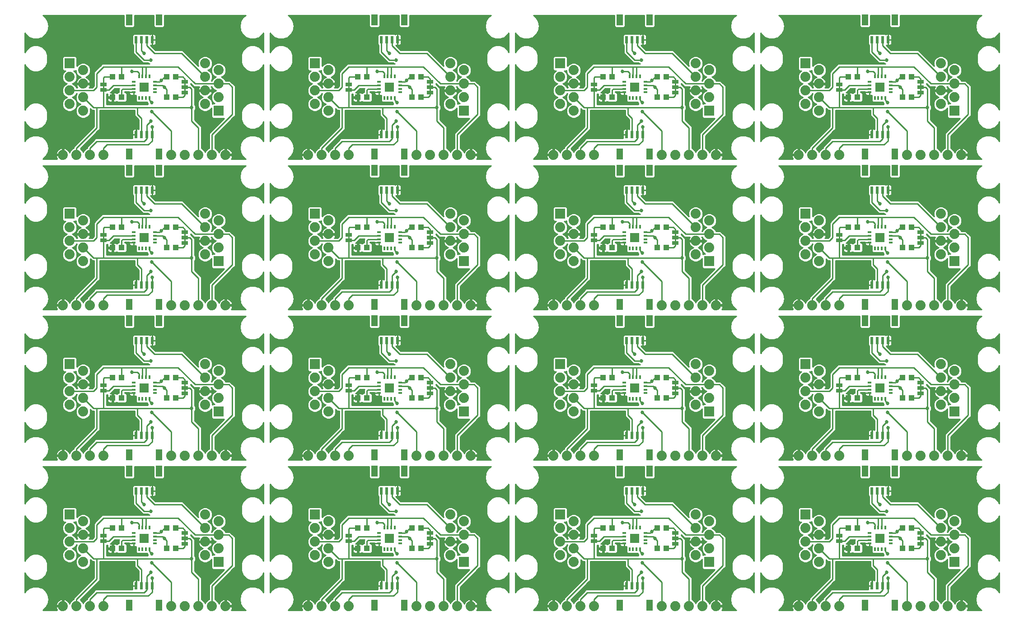
<source format=gtl>
G75*
%MOIN*%
%OFA0B0*%
%FSLAX25Y25*%
%IPPOS*%
%LPD*%
%AMOC8*
5,1,8,0,0,1.08239X$1,22.5*
%
%ADD10R,0.04724X0.07874*%
%ADD11R,0.02362X0.05315*%
%ADD12R,0.04331X0.03937*%
%ADD13C,0.07400*%
%ADD14R,0.07400X0.07400*%
%ADD15R,0.01378X0.03150*%
%ADD16R,0.03150X0.01378*%
%ADD17R,0.07000X0.07000*%
%ADD18R,0.05000X0.02500*%
%ADD19C,0.01000*%
%ADD20C,0.02700*%
D10*
X0182310Y0075531D03*
X0204357Y0075531D03*
X0204357Y0174469D03*
X0182310Y0174469D03*
X0182310Y0186531D03*
X0204357Y0186531D03*
X0204357Y0285469D03*
X0204357Y0297531D03*
X0182310Y0297531D03*
X0182310Y0285469D03*
X0182310Y0396469D03*
X0204357Y0396469D03*
X0204357Y0408531D03*
X0182310Y0408531D03*
X0182310Y0507469D03*
X0204357Y0507469D03*
X0363310Y0507469D03*
X0385357Y0507469D03*
X0385357Y0408531D03*
X0363310Y0408531D03*
X0363310Y0396469D03*
X0385357Y0396469D03*
X0385357Y0297531D03*
X0385357Y0285469D03*
X0363310Y0285469D03*
X0363310Y0297531D03*
X0363310Y0186531D03*
X0385357Y0186531D03*
X0385357Y0174469D03*
X0363310Y0174469D03*
X0363310Y0075531D03*
X0385357Y0075531D03*
X0544310Y0075531D03*
X0566357Y0075531D03*
X0566357Y0174469D03*
X0544310Y0174469D03*
X0544310Y0186531D03*
X0566357Y0186531D03*
X0566357Y0285469D03*
X0566357Y0297531D03*
X0544310Y0297531D03*
X0544310Y0285469D03*
X0544310Y0396469D03*
X0566357Y0396469D03*
X0566357Y0408531D03*
X0544310Y0408531D03*
X0544310Y0507469D03*
X0566357Y0507469D03*
X0725310Y0507469D03*
X0747357Y0507469D03*
X0747357Y0408531D03*
X0725310Y0408531D03*
X0725310Y0396469D03*
X0747357Y0396469D03*
X0747357Y0297531D03*
X0747357Y0285469D03*
X0725310Y0285469D03*
X0725310Y0297531D03*
X0725310Y0186531D03*
X0747357Y0186531D03*
X0747357Y0174469D03*
X0725310Y0174469D03*
X0725310Y0075531D03*
X0747357Y0075531D03*
D11*
X0742239Y0090000D03*
X0738302Y0090000D03*
X0734365Y0090000D03*
X0730428Y0090000D03*
X0730428Y0160000D03*
X0734365Y0160000D03*
X0738302Y0160000D03*
X0742239Y0160000D03*
X0742239Y0201000D03*
X0738302Y0201000D03*
X0734365Y0201000D03*
X0730428Y0201000D03*
X0730428Y0271000D03*
X0734365Y0271000D03*
X0738302Y0271000D03*
X0742239Y0271000D03*
X0742239Y0312000D03*
X0738302Y0312000D03*
X0734365Y0312000D03*
X0730428Y0312000D03*
X0730428Y0382000D03*
X0734365Y0382000D03*
X0738302Y0382000D03*
X0742239Y0382000D03*
X0742239Y0423000D03*
X0738302Y0423000D03*
X0734365Y0423000D03*
X0730428Y0423000D03*
X0730428Y0493000D03*
X0734365Y0493000D03*
X0738302Y0493000D03*
X0742239Y0493000D03*
X0561239Y0493000D03*
X0557302Y0493000D03*
X0553365Y0493000D03*
X0549428Y0493000D03*
X0549428Y0423000D03*
X0553365Y0423000D03*
X0557302Y0423000D03*
X0561239Y0423000D03*
X0561239Y0382000D03*
X0557302Y0382000D03*
X0553365Y0382000D03*
X0549428Y0382000D03*
X0549428Y0312000D03*
X0553365Y0312000D03*
X0557302Y0312000D03*
X0561239Y0312000D03*
X0561239Y0271000D03*
X0557302Y0271000D03*
X0553365Y0271000D03*
X0549428Y0271000D03*
X0549428Y0201000D03*
X0553365Y0201000D03*
X0557302Y0201000D03*
X0561239Y0201000D03*
X0561239Y0160000D03*
X0557302Y0160000D03*
X0553365Y0160000D03*
X0549428Y0160000D03*
X0549428Y0090000D03*
X0553365Y0090000D03*
X0557302Y0090000D03*
X0561239Y0090000D03*
X0380239Y0090000D03*
X0376302Y0090000D03*
X0372365Y0090000D03*
X0368428Y0090000D03*
X0368428Y0160000D03*
X0372365Y0160000D03*
X0376302Y0160000D03*
X0380239Y0160000D03*
X0380239Y0201000D03*
X0376302Y0201000D03*
X0372365Y0201000D03*
X0368428Y0201000D03*
X0368428Y0271000D03*
X0372365Y0271000D03*
X0376302Y0271000D03*
X0380239Y0271000D03*
X0380239Y0312000D03*
X0376302Y0312000D03*
X0372365Y0312000D03*
X0368428Y0312000D03*
X0368428Y0382000D03*
X0372365Y0382000D03*
X0376302Y0382000D03*
X0380239Y0382000D03*
X0380239Y0423000D03*
X0376302Y0423000D03*
X0372365Y0423000D03*
X0368428Y0423000D03*
X0368428Y0493000D03*
X0372365Y0493000D03*
X0376302Y0493000D03*
X0380239Y0493000D03*
X0199239Y0493000D03*
X0195302Y0493000D03*
X0191365Y0493000D03*
X0187428Y0493000D03*
X0187428Y0423000D03*
X0191365Y0423000D03*
X0195302Y0423000D03*
X0199239Y0423000D03*
X0199239Y0382000D03*
X0195302Y0382000D03*
X0191365Y0382000D03*
X0187428Y0382000D03*
X0187428Y0312000D03*
X0191365Y0312000D03*
X0195302Y0312000D03*
X0199239Y0312000D03*
X0199239Y0271000D03*
X0195302Y0271000D03*
X0191365Y0271000D03*
X0187428Y0271000D03*
X0187428Y0201000D03*
X0191365Y0201000D03*
X0195302Y0201000D03*
X0199239Y0201000D03*
X0199239Y0160000D03*
X0195302Y0160000D03*
X0191365Y0160000D03*
X0187428Y0160000D03*
X0187428Y0090000D03*
X0191365Y0090000D03*
X0195302Y0090000D03*
X0199239Y0090000D03*
D12*
X0209987Y0117500D03*
X0216680Y0117500D03*
X0216680Y0132500D03*
X0209987Y0132500D03*
X0176680Y0132500D03*
X0169987Y0132500D03*
X0169987Y0117500D03*
X0176680Y0117500D03*
X0350987Y0117500D03*
X0357680Y0117500D03*
X0357680Y0132500D03*
X0350987Y0132500D03*
X0390987Y0132500D03*
X0397680Y0132500D03*
X0397680Y0117500D03*
X0390987Y0117500D03*
X0531987Y0117500D03*
X0538680Y0117500D03*
X0538680Y0132500D03*
X0531987Y0132500D03*
X0571987Y0132500D03*
X0578680Y0132500D03*
X0578680Y0117500D03*
X0571987Y0117500D03*
X0712987Y0117500D03*
X0719680Y0117500D03*
X0719680Y0132500D03*
X0712987Y0132500D03*
X0752987Y0132500D03*
X0759680Y0132500D03*
X0759680Y0117500D03*
X0752987Y0117500D03*
X0752987Y0228500D03*
X0759680Y0228500D03*
X0759680Y0243500D03*
X0752987Y0243500D03*
X0719680Y0243500D03*
X0712987Y0243500D03*
X0712987Y0228500D03*
X0719680Y0228500D03*
X0578680Y0228500D03*
X0571987Y0228500D03*
X0571987Y0243500D03*
X0578680Y0243500D03*
X0538680Y0243500D03*
X0531987Y0243500D03*
X0531987Y0228500D03*
X0538680Y0228500D03*
X0397680Y0228500D03*
X0390987Y0228500D03*
X0390987Y0243500D03*
X0397680Y0243500D03*
X0357680Y0243500D03*
X0350987Y0243500D03*
X0350987Y0228500D03*
X0357680Y0228500D03*
X0216680Y0228500D03*
X0209987Y0228500D03*
X0209987Y0243500D03*
X0216680Y0243500D03*
X0176680Y0243500D03*
X0169987Y0243500D03*
X0169987Y0228500D03*
X0176680Y0228500D03*
X0176680Y0339500D03*
X0169987Y0339500D03*
X0169987Y0354500D03*
X0176680Y0354500D03*
X0209987Y0354500D03*
X0216680Y0354500D03*
X0216680Y0339500D03*
X0209987Y0339500D03*
X0350987Y0339500D03*
X0357680Y0339500D03*
X0357680Y0354500D03*
X0350987Y0354500D03*
X0390987Y0354500D03*
X0397680Y0354500D03*
X0397680Y0339500D03*
X0390987Y0339500D03*
X0531987Y0339500D03*
X0538680Y0339500D03*
X0538680Y0354500D03*
X0531987Y0354500D03*
X0571987Y0354500D03*
X0578680Y0354500D03*
X0578680Y0339500D03*
X0571987Y0339500D03*
X0712987Y0339500D03*
X0719680Y0339500D03*
X0719680Y0354500D03*
X0712987Y0354500D03*
X0752987Y0354500D03*
X0759680Y0354500D03*
X0759680Y0339500D03*
X0752987Y0339500D03*
X0752987Y0450500D03*
X0759680Y0450500D03*
X0759680Y0465500D03*
X0752987Y0465500D03*
X0719680Y0465500D03*
X0712987Y0465500D03*
X0712987Y0450500D03*
X0719680Y0450500D03*
X0578680Y0450500D03*
X0571987Y0450500D03*
X0571987Y0465500D03*
X0578680Y0465500D03*
X0538680Y0465500D03*
X0531987Y0465500D03*
X0531987Y0450500D03*
X0538680Y0450500D03*
X0397680Y0450500D03*
X0390987Y0450500D03*
X0390987Y0465500D03*
X0397680Y0465500D03*
X0357680Y0465500D03*
X0350987Y0465500D03*
X0350987Y0450500D03*
X0357680Y0450500D03*
X0216680Y0450500D03*
X0209987Y0450500D03*
X0209987Y0465500D03*
X0216680Y0465500D03*
X0176680Y0465500D03*
X0169987Y0465500D03*
X0169987Y0450500D03*
X0176680Y0450500D03*
D13*
X0148333Y0450500D03*
X0138333Y0445500D03*
X0148333Y0440500D03*
X0138333Y0455500D03*
X0148333Y0460500D03*
X0138333Y0465500D03*
X0148333Y0470500D03*
X0238333Y0465500D03*
X0248333Y0460500D03*
X0238333Y0455500D03*
X0248333Y0450500D03*
X0238333Y0445500D03*
X0248333Y0470500D03*
X0238333Y0475500D03*
X0319333Y0465500D03*
X0329333Y0460500D03*
X0319333Y0455500D03*
X0329333Y0450500D03*
X0319333Y0445500D03*
X0329333Y0440500D03*
X0329333Y0470500D03*
X0419333Y0465500D03*
X0429333Y0460500D03*
X0419333Y0455500D03*
X0429333Y0450500D03*
X0419333Y0445500D03*
X0429333Y0470500D03*
X0419333Y0475500D03*
X0500333Y0465500D03*
X0510333Y0460500D03*
X0500333Y0455500D03*
X0510333Y0450500D03*
X0500333Y0445500D03*
X0510333Y0440500D03*
X0510333Y0470500D03*
X0600333Y0465500D03*
X0610333Y0460500D03*
X0600333Y0455500D03*
X0610333Y0450500D03*
X0600333Y0445500D03*
X0610333Y0470500D03*
X0600333Y0475500D03*
X0681333Y0465500D03*
X0691333Y0460500D03*
X0681333Y0455500D03*
X0691333Y0450500D03*
X0681333Y0445500D03*
X0691333Y0440500D03*
X0691333Y0470500D03*
X0781333Y0465500D03*
X0791333Y0460500D03*
X0781333Y0455500D03*
X0791333Y0450500D03*
X0781333Y0445500D03*
X0791333Y0470500D03*
X0781333Y0475500D03*
X0776333Y0408000D03*
X0766333Y0408000D03*
X0756333Y0408000D03*
X0786333Y0408000D03*
X0796333Y0408000D03*
X0781333Y0364500D03*
X0791333Y0359500D03*
X0781333Y0354500D03*
X0791333Y0349500D03*
X0781333Y0344500D03*
X0791333Y0339500D03*
X0781333Y0334500D03*
X0776333Y0297000D03*
X0766333Y0297000D03*
X0756333Y0297000D03*
X0786333Y0297000D03*
X0796333Y0297000D03*
X0781333Y0253500D03*
X0791333Y0248500D03*
X0781333Y0243500D03*
X0791333Y0238500D03*
X0781333Y0233500D03*
X0791333Y0228500D03*
X0781333Y0223500D03*
X0776333Y0186000D03*
X0766333Y0186000D03*
X0756333Y0186000D03*
X0786333Y0186000D03*
X0796333Y0186000D03*
X0781333Y0142500D03*
X0791333Y0137500D03*
X0781333Y0132500D03*
X0791333Y0127500D03*
X0781333Y0122500D03*
X0791333Y0117500D03*
X0781333Y0112500D03*
X0776333Y0075000D03*
X0766333Y0075000D03*
X0756333Y0075000D03*
X0786333Y0075000D03*
X0796333Y0075000D03*
X0706333Y0075000D03*
X0696333Y0075000D03*
X0686333Y0075000D03*
X0676333Y0075000D03*
X0691333Y0107500D03*
X0681333Y0112500D03*
X0691333Y0117500D03*
X0681333Y0122500D03*
X0691333Y0127500D03*
X0681333Y0132500D03*
X0691333Y0137500D03*
X0686333Y0186000D03*
X0676333Y0186000D03*
X0696333Y0186000D03*
X0706333Y0186000D03*
X0691333Y0218500D03*
X0681333Y0223500D03*
X0691333Y0228500D03*
X0681333Y0233500D03*
X0691333Y0238500D03*
X0681333Y0243500D03*
X0691333Y0248500D03*
X0686333Y0297000D03*
X0676333Y0297000D03*
X0696333Y0297000D03*
X0706333Y0297000D03*
X0691333Y0329500D03*
X0681333Y0334500D03*
X0691333Y0339500D03*
X0681333Y0344500D03*
X0691333Y0349500D03*
X0681333Y0354500D03*
X0691333Y0359500D03*
X0686333Y0408000D03*
X0676333Y0408000D03*
X0696333Y0408000D03*
X0706333Y0408000D03*
X0615333Y0408000D03*
X0605333Y0408000D03*
X0595333Y0408000D03*
X0585333Y0408000D03*
X0575333Y0408000D03*
X0525333Y0408000D03*
X0515333Y0408000D03*
X0505333Y0408000D03*
X0495333Y0408000D03*
X0434333Y0408000D03*
X0424333Y0408000D03*
X0414333Y0408000D03*
X0404333Y0408000D03*
X0394333Y0408000D03*
X0344333Y0408000D03*
X0334333Y0408000D03*
X0324333Y0408000D03*
X0314333Y0408000D03*
X0253333Y0408000D03*
X0243333Y0408000D03*
X0233333Y0408000D03*
X0223333Y0408000D03*
X0213333Y0408000D03*
X0163333Y0408000D03*
X0153333Y0408000D03*
X0143333Y0408000D03*
X0133333Y0408000D03*
X0148333Y0359500D03*
X0138333Y0354500D03*
X0148333Y0349500D03*
X0138333Y0344500D03*
X0148333Y0339500D03*
X0138333Y0334500D03*
X0148333Y0329500D03*
X0143333Y0297000D03*
X0133333Y0297000D03*
X0153333Y0297000D03*
X0163333Y0297000D03*
X0213333Y0297000D03*
X0223333Y0297000D03*
X0233333Y0297000D03*
X0243333Y0297000D03*
X0253333Y0297000D03*
X0238333Y0334500D03*
X0248333Y0339500D03*
X0238333Y0344500D03*
X0248333Y0349500D03*
X0238333Y0354500D03*
X0248333Y0359500D03*
X0238333Y0364500D03*
X0319333Y0354500D03*
X0329333Y0349500D03*
X0319333Y0344500D03*
X0329333Y0339500D03*
X0319333Y0334500D03*
X0329333Y0329500D03*
X0329333Y0359500D03*
X0419333Y0354500D03*
X0429333Y0349500D03*
X0419333Y0344500D03*
X0429333Y0339500D03*
X0419333Y0334500D03*
X0429333Y0359500D03*
X0419333Y0364500D03*
X0500333Y0354500D03*
X0510333Y0349500D03*
X0500333Y0344500D03*
X0510333Y0339500D03*
X0500333Y0334500D03*
X0510333Y0329500D03*
X0510333Y0359500D03*
X0600333Y0354500D03*
X0610333Y0349500D03*
X0600333Y0344500D03*
X0610333Y0339500D03*
X0600333Y0334500D03*
X0610333Y0359500D03*
X0600333Y0364500D03*
X0595333Y0297000D03*
X0585333Y0297000D03*
X0575333Y0297000D03*
X0605333Y0297000D03*
X0615333Y0297000D03*
X0600333Y0253500D03*
X0610333Y0248500D03*
X0600333Y0243500D03*
X0610333Y0238500D03*
X0600333Y0233500D03*
X0610333Y0228500D03*
X0600333Y0223500D03*
X0595333Y0186000D03*
X0585333Y0186000D03*
X0575333Y0186000D03*
X0605333Y0186000D03*
X0615333Y0186000D03*
X0600333Y0142500D03*
X0610333Y0137500D03*
X0600333Y0132500D03*
X0610333Y0127500D03*
X0600333Y0122500D03*
X0610333Y0117500D03*
X0600333Y0112500D03*
X0595333Y0075000D03*
X0585333Y0075000D03*
X0575333Y0075000D03*
X0605333Y0075000D03*
X0615333Y0075000D03*
X0525333Y0075000D03*
X0515333Y0075000D03*
X0505333Y0075000D03*
X0495333Y0075000D03*
X0510333Y0107500D03*
X0500333Y0112500D03*
X0510333Y0117500D03*
X0500333Y0122500D03*
X0510333Y0127500D03*
X0500333Y0132500D03*
X0510333Y0137500D03*
X0505333Y0186000D03*
X0495333Y0186000D03*
X0515333Y0186000D03*
X0525333Y0186000D03*
X0510333Y0218500D03*
X0500333Y0223500D03*
X0510333Y0228500D03*
X0500333Y0233500D03*
X0510333Y0238500D03*
X0500333Y0243500D03*
X0510333Y0248500D03*
X0505333Y0297000D03*
X0495333Y0297000D03*
X0515333Y0297000D03*
X0525333Y0297000D03*
X0434333Y0297000D03*
X0424333Y0297000D03*
X0414333Y0297000D03*
X0404333Y0297000D03*
X0394333Y0297000D03*
X0344333Y0297000D03*
X0334333Y0297000D03*
X0324333Y0297000D03*
X0314333Y0297000D03*
X0329333Y0248500D03*
X0319333Y0243500D03*
X0329333Y0238500D03*
X0319333Y0233500D03*
X0329333Y0228500D03*
X0319333Y0223500D03*
X0329333Y0218500D03*
X0324333Y0186000D03*
X0314333Y0186000D03*
X0334333Y0186000D03*
X0344333Y0186000D03*
X0394333Y0186000D03*
X0404333Y0186000D03*
X0414333Y0186000D03*
X0424333Y0186000D03*
X0434333Y0186000D03*
X0419333Y0223500D03*
X0429333Y0228500D03*
X0419333Y0233500D03*
X0429333Y0238500D03*
X0419333Y0243500D03*
X0429333Y0248500D03*
X0419333Y0253500D03*
X0253333Y0186000D03*
X0243333Y0186000D03*
X0233333Y0186000D03*
X0223333Y0186000D03*
X0213333Y0186000D03*
X0163333Y0186000D03*
X0153333Y0186000D03*
X0143333Y0186000D03*
X0133333Y0186000D03*
X0148333Y0218500D03*
X0138333Y0223500D03*
X0148333Y0228500D03*
X0138333Y0233500D03*
X0148333Y0238500D03*
X0138333Y0243500D03*
X0148333Y0248500D03*
X0238333Y0243500D03*
X0248333Y0238500D03*
X0238333Y0233500D03*
X0248333Y0228500D03*
X0238333Y0223500D03*
X0248333Y0248500D03*
X0238333Y0253500D03*
X0238333Y0142500D03*
X0248333Y0137500D03*
X0238333Y0132500D03*
X0248333Y0127500D03*
X0238333Y0122500D03*
X0248333Y0117500D03*
X0238333Y0112500D03*
X0233333Y0075000D03*
X0243333Y0075000D03*
X0253333Y0075000D03*
X0223333Y0075000D03*
X0213333Y0075000D03*
X0163333Y0075000D03*
X0153333Y0075000D03*
X0143333Y0075000D03*
X0133333Y0075000D03*
X0148333Y0107500D03*
X0138333Y0112500D03*
X0148333Y0117500D03*
X0138333Y0122500D03*
X0148333Y0127500D03*
X0138333Y0132500D03*
X0148333Y0137500D03*
X0314333Y0075000D03*
X0324333Y0075000D03*
X0334333Y0075000D03*
X0344333Y0075000D03*
X0394333Y0075000D03*
X0404333Y0075000D03*
X0414333Y0075000D03*
X0424333Y0075000D03*
X0434333Y0075000D03*
X0419333Y0112500D03*
X0429333Y0117500D03*
X0419333Y0122500D03*
X0429333Y0127500D03*
X0419333Y0132500D03*
X0429333Y0137500D03*
X0419333Y0142500D03*
X0329333Y0137500D03*
X0319333Y0132500D03*
X0329333Y0127500D03*
X0319333Y0122500D03*
X0329333Y0117500D03*
X0319333Y0112500D03*
X0329333Y0107500D03*
D14*
X0319333Y0142500D03*
X0248333Y0107500D03*
X0138333Y0142500D03*
X0248333Y0218500D03*
X0319333Y0253500D03*
X0429333Y0218500D03*
X0500333Y0253500D03*
X0610333Y0218500D03*
X0681333Y0253500D03*
X0791333Y0218500D03*
X0681333Y0142500D03*
X0610333Y0107500D03*
X0500333Y0142500D03*
X0429333Y0107500D03*
X0138333Y0253500D03*
X0248333Y0329500D03*
X0319333Y0364500D03*
X0429333Y0329500D03*
X0500333Y0364500D03*
X0610333Y0329500D03*
X0681333Y0364500D03*
X0791333Y0329500D03*
X0791333Y0440500D03*
X0681333Y0475500D03*
X0610333Y0440500D03*
X0500333Y0475500D03*
X0429333Y0440500D03*
X0319333Y0475500D03*
X0248333Y0440500D03*
X0138333Y0475500D03*
X0138333Y0364500D03*
X0791333Y0107500D03*
D15*
X0740172Y0117126D03*
X0737613Y0117126D03*
X0735054Y0117126D03*
X0732495Y0117126D03*
X0732495Y0132874D03*
X0735054Y0132874D03*
X0737613Y0132874D03*
X0740172Y0132874D03*
X0740172Y0228126D03*
X0737613Y0228126D03*
X0735054Y0228126D03*
X0732495Y0228126D03*
X0732495Y0243874D03*
X0735054Y0243874D03*
X0737613Y0243874D03*
X0740172Y0243874D03*
X0740172Y0339126D03*
X0737613Y0339126D03*
X0735054Y0339126D03*
X0732495Y0339126D03*
X0732495Y0354874D03*
X0735054Y0354874D03*
X0737613Y0354874D03*
X0740172Y0354874D03*
X0740172Y0450126D03*
X0737613Y0450126D03*
X0735054Y0450126D03*
X0732495Y0450126D03*
X0732495Y0465874D03*
X0735054Y0465874D03*
X0737613Y0465874D03*
X0740172Y0465874D03*
X0559172Y0465874D03*
X0556613Y0465874D03*
X0554054Y0465874D03*
X0551495Y0465874D03*
X0551495Y0450126D03*
X0554054Y0450126D03*
X0556613Y0450126D03*
X0559172Y0450126D03*
X0559172Y0354874D03*
X0556613Y0354874D03*
X0554054Y0354874D03*
X0551495Y0354874D03*
X0551495Y0339126D03*
X0554054Y0339126D03*
X0556613Y0339126D03*
X0559172Y0339126D03*
X0559172Y0243874D03*
X0556613Y0243874D03*
X0554054Y0243874D03*
X0551495Y0243874D03*
X0551495Y0228126D03*
X0554054Y0228126D03*
X0556613Y0228126D03*
X0559172Y0228126D03*
X0559172Y0132874D03*
X0556613Y0132874D03*
X0554054Y0132874D03*
X0551495Y0132874D03*
X0551495Y0117126D03*
X0554054Y0117126D03*
X0556613Y0117126D03*
X0559172Y0117126D03*
X0378172Y0117126D03*
X0375613Y0117126D03*
X0373054Y0117126D03*
X0370495Y0117126D03*
X0370495Y0132874D03*
X0373054Y0132874D03*
X0375613Y0132874D03*
X0378172Y0132874D03*
X0378172Y0228126D03*
X0375613Y0228126D03*
X0373054Y0228126D03*
X0370495Y0228126D03*
X0370495Y0243874D03*
X0373054Y0243874D03*
X0375613Y0243874D03*
X0378172Y0243874D03*
X0378172Y0339126D03*
X0375613Y0339126D03*
X0373054Y0339126D03*
X0370495Y0339126D03*
X0370495Y0354874D03*
X0373054Y0354874D03*
X0375613Y0354874D03*
X0378172Y0354874D03*
X0378172Y0450126D03*
X0375613Y0450126D03*
X0373054Y0450126D03*
X0370495Y0450126D03*
X0370495Y0465874D03*
X0373054Y0465874D03*
X0375613Y0465874D03*
X0378172Y0465874D03*
X0197172Y0465874D03*
X0194613Y0465874D03*
X0192054Y0465874D03*
X0189495Y0465874D03*
X0189495Y0450126D03*
X0192054Y0450126D03*
X0194613Y0450126D03*
X0197172Y0450126D03*
X0197172Y0354874D03*
X0194613Y0354874D03*
X0192054Y0354874D03*
X0189495Y0354874D03*
X0189495Y0339126D03*
X0192054Y0339126D03*
X0194613Y0339126D03*
X0197172Y0339126D03*
X0197172Y0243874D03*
X0194613Y0243874D03*
X0192054Y0243874D03*
X0189495Y0243874D03*
X0189495Y0228126D03*
X0192054Y0228126D03*
X0194613Y0228126D03*
X0197172Y0228126D03*
X0197172Y0132874D03*
X0194613Y0132874D03*
X0192054Y0132874D03*
X0189495Y0132874D03*
X0189495Y0117126D03*
X0192054Y0117126D03*
X0194613Y0117126D03*
X0197172Y0117126D03*
D16*
X0201207Y0121161D03*
X0201207Y0123720D03*
X0201207Y0126280D03*
X0201207Y0128839D03*
X0185459Y0128839D03*
X0185459Y0126280D03*
X0185459Y0123720D03*
X0185459Y0121161D03*
X0366459Y0121161D03*
X0366459Y0123720D03*
X0366459Y0126280D03*
X0366459Y0128839D03*
X0382207Y0128839D03*
X0382207Y0126280D03*
X0382207Y0123720D03*
X0382207Y0121161D03*
X0547459Y0121161D03*
X0547459Y0123720D03*
X0547459Y0126280D03*
X0547459Y0128839D03*
X0563207Y0128839D03*
X0563207Y0126280D03*
X0563207Y0123720D03*
X0563207Y0121161D03*
X0728459Y0121161D03*
X0728459Y0123720D03*
X0728459Y0126280D03*
X0728459Y0128839D03*
X0744207Y0128839D03*
X0744207Y0126280D03*
X0744207Y0123720D03*
X0744207Y0121161D03*
X0744207Y0232161D03*
X0744207Y0234720D03*
X0744207Y0237280D03*
X0744207Y0239839D03*
X0728459Y0239839D03*
X0728459Y0237280D03*
X0728459Y0234720D03*
X0728459Y0232161D03*
X0563207Y0232161D03*
X0563207Y0234720D03*
X0563207Y0237280D03*
X0563207Y0239839D03*
X0547459Y0239839D03*
X0547459Y0237280D03*
X0547459Y0234720D03*
X0547459Y0232161D03*
X0382207Y0232161D03*
X0382207Y0234720D03*
X0382207Y0237280D03*
X0382207Y0239839D03*
X0366459Y0239839D03*
X0366459Y0237280D03*
X0366459Y0234720D03*
X0366459Y0232161D03*
X0201207Y0232161D03*
X0201207Y0234720D03*
X0201207Y0237280D03*
X0201207Y0239839D03*
X0185459Y0239839D03*
X0185459Y0237280D03*
X0185459Y0234720D03*
X0185459Y0232161D03*
X0185459Y0343161D03*
X0185459Y0345720D03*
X0185459Y0348280D03*
X0185459Y0350839D03*
X0201207Y0350839D03*
X0201207Y0348280D03*
X0201207Y0345720D03*
X0201207Y0343161D03*
X0366459Y0343161D03*
X0366459Y0345720D03*
X0366459Y0348280D03*
X0366459Y0350839D03*
X0382207Y0350839D03*
X0382207Y0348280D03*
X0382207Y0345720D03*
X0382207Y0343161D03*
X0547459Y0343161D03*
X0547459Y0345720D03*
X0547459Y0348280D03*
X0547459Y0350839D03*
X0563207Y0350839D03*
X0563207Y0348280D03*
X0563207Y0345720D03*
X0563207Y0343161D03*
X0728459Y0343161D03*
X0728459Y0345720D03*
X0728459Y0348280D03*
X0728459Y0350839D03*
X0744207Y0350839D03*
X0744207Y0348280D03*
X0744207Y0345720D03*
X0744207Y0343161D03*
X0744207Y0454161D03*
X0744207Y0456720D03*
X0744207Y0459280D03*
X0744207Y0461839D03*
X0728459Y0461839D03*
X0728459Y0459280D03*
X0728459Y0456720D03*
X0728459Y0454161D03*
X0563207Y0454161D03*
X0563207Y0456720D03*
X0563207Y0459280D03*
X0563207Y0461839D03*
X0547459Y0461839D03*
X0547459Y0459280D03*
X0547459Y0456720D03*
X0547459Y0454161D03*
X0382207Y0454161D03*
X0382207Y0456720D03*
X0382207Y0459280D03*
X0382207Y0461839D03*
X0366459Y0461839D03*
X0366459Y0459280D03*
X0366459Y0456720D03*
X0366459Y0454161D03*
X0201207Y0454161D03*
X0201207Y0456720D03*
X0201207Y0459280D03*
X0201207Y0461839D03*
X0185459Y0461839D03*
X0185459Y0459280D03*
X0185459Y0456720D03*
X0185459Y0454161D03*
D17*
X0193333Y0458000D03*
X0193333Y0347000D03*
X0374333Y0347000D03*
X0374333Y0458000D03*
X0555333Y0458000D03*
X0555333Y0347000D03*
X0736333Y0347000D03*
X0736333Y0458000D03*
X0736333Y0236000D03*
X0736333Y0125000D03*
X0555333Y0125000D03*
X0555333Y0236000D03*
X0374333Y0236000D03*
X0374333Y0125000D03*
X0193333Y0125000D03*
X0193333Y0236000D03*
D18*
X0223333Y0236000D03*
X0223333Y0232000D03*
X0223333Y0240000D03*
X0163333Y0238000D03*
X0163333Y0234000D03*
X0223333Y0129000D03*
X0223333Y0125000D03*
X0223333Y0121000D03*
X0163333Y0123000D03*
X0163333Y0127000D03*
X0344333Y0127000D03*
X0344333Y0123000D03*
X0404333Y0121000D03*
X0404333Y0125000D03*
X0404333Y0129000D03*
X0525333Y0127000D03*
X0525333Y0123000D03*
X0585333Y0121000D03*
X0585333Y0125000D03*
X0585333Y0129000D03*
X0706333Y0127000D03*
X0706333Y0123000D03*
X0766333Y0121000D03*
X0766333Y0125000D03*
X0766333Y0129000D03*
X0766333Y0232000D03*
X0766333Y0236000D03*
X0766333Y0240000D03*
X0706333Y0238000D03*
X0706333Y0234000D03*
X0585333Y0232000D03*
X0585333Y0236000D03*
X0585333Y0240000D03*
X0525333Y0238000D03*
X0525333Y0234000D03*
X0404333Y0232000D03*
X0404333Y0236000D03*
X0404333Y0240000D03*
X0344333Y0238000D03*
X0344333Y0234000D03*
X0344333Y0345000D03*
X0344333Y0349000D03*
X0404333Y0347000D03*
X0404333Y0343000D03*
X0404333Y0351000D03*
X0525333Y0349000D03*
X0525333Y0345000D03*
X0585333Y0343000D03*
X0585333Y0347000D03*
X0585333Y0351000D03*
X0706333Y0349000D03*
X0706333Y0345000D03*
X0766333Y0343000D03*
X0766333Y0347000D03*
X0766333Y0351000D03*
X0766333Y0454000D03*
X0766333Y0458000D03*
X0766333Y0462000D03*
X0706333Y0460000D03*
X0706333Y0456000D03*
X0585333Y0454000D03*
X0585333Y0458000D03*
X0585333Y0462000D03*
X0525333Y0460000D03*
X0525333Y0456000D03*
X0404333Y0454000D03*
X0404333Y0458000D03*
X0404333Y0462000D03*
X0344333Y0460000D03*
X0344333Y0456000D03*
X0223333Y0454000D03*
X0223333Y0458000D03*
X0223333Y0462000D03*
X0163333Y0460000D03*
X0163333Y0456000D03*
X0223333Y0351000D03*
X0223333Y0347000D03*
X0223333Y0343000D03*
X0163333Y0345000D03*
X0163333Y0349000D03*
D19*
X0120645Y0073865D02*
X0118542Y0072100D01*
X0129013Y0072100D01*
X0128886Y0072275D01*
X0128514Y0073004D01*
X0128261Y0073782D01*
X0128148Y0074500D01*
X0132833Y0074500D01*
X0132833Y0075500D01*
X0128148Y0075500D01*
X0128261Y0076218D01*
X0128514Y0076996D01*
X0128886Y0077725D01*
X0129367Y0078388D01*
X0129946Y0078966D01*
X0130608Y0079447D01*
X0131337Y0079819D01*
X0132116Y0080072D01*
X0132833Y0080186D01*
X0132833Y0075500D01*
X0133833Y0075500D01*
X0133833Y0080186D01*
X0134551Y0080072D01*
X0135329Y0079819D01*
X0136059Y0079447D01*
X0136721Y0078966D01*
X0137300Y0078388D01*
X0137781Y0077725D01*
X0138152Y0076996D01*
X0138224Y0076776D01*
X0138755Y0078059D01*
X0140274Y0079578D01*
X0141133Y0079934D01*
X0141133Y0080911D01*
X0156133Y0095911D01*
X0156133Y0107800D01*
X0154922Y0107800D01*
X0153440Y0109282D01*
X0153733Y0108574D01*
X0153733Y0106426D01*
X0152911Y0104441D01*
X0151392Y0102922D01*
X0149407Y0102100D01*
X0147259Y0102100D01*
X0145274Y0102922D01*
X0143755Y0104441D01*
X0142933Y0106426D01*
X0142933Y0108574D01*
X0143755Y0110559D01*
X0145274Y0112078D01*
X0146294Y0112500D01*
X0145274Y0112922D01*
X0143755Y0114441D01*
X0142933Y0116426D01*
X0142933Y0118574D01*
X0143648Y0120300D01*
X0143267Y0120300D01*
X0142911Y0119441D01*
X0141392Y0117922D01*
X0140373Y0117500D01*
X0141392Y0117078D01*
X0142911Y0115559D01*
X0143733Y0113574D01*
X0143733Y0111426D01*
X0142911Y0109441D01*
X0141392Y0107922D01*
X0139407Y0107100D01*
X0137259Y0107100D01*
X0135274Y0107922D01*
X0133755Y0109441D01*
X0132933Y0111426D01*
X0132933Y0113574D01*
X0133755Y0115559D01*
X0135274Y0117078D01*
X0136294Y0117500D01*
X0135274Y0117922D01*
X0133755Y0119441D01*
X0132933Y0121426D01*
X0132933Y0123574D01*
X0133755Y0125559D01*
X0135274Y0127078D01*
X0136294Y0127500D01*
X0135274Y0127922D01*
X0133755Y0129441D01*
X0132933Y0131426D01*
X0132933Y0133574D01*
X0133755Y0135559D01*
X0135274Y0137078D01*
X0135328Y0137100D01*
X0133929Y0137100D01*
X0132933Y0138096D01*
X0132933Y0146904D01*
X0133929Y0147900D01*
X0142737Y0147900D01*
X0143733Y0146904D01*
X0143733Y0140505D01*
X0143755Y0140559D01*
X0145274Y0142078D01*
X0147259Y0142900D01*
X0149407Y0142900D01*
X0151392Y0142078D01*
X0152911Y0140559D01*
X0153733Y0138574D01*
X0153733Y0136426D01*
X0152911Y0134441D01*
X0151392Y0132922D01*
X0150109Y0132391D01*
X0150329Y0132319D01*
X0151059Y0131947D01*
X0151721Y0131466D01*
X0152300Y0130888D01*
X0152781Y0130225D01*
X0153152Y0129496D01*
X0153405Y0128718D01*
X0153521Y0127984D01*
X0148818Y0127984D01*
X0148818Y0127016D01*
X0153521Y0127016D01*
X0153405Y0126282D01*
X0153152Y0125504D01*
X0152781Y0124775D01*
X0152727Y0124700D01*
X0154922Y0124700D01*
X0156133Y0125911D01*
X0156133Y0135911D01*
X0162422Y0142200D01*
X0197123Y0142200D01*
X0196606Y0142414D01*
X0196220Y0142800D01*
X0192422Y0142800D01*
X0191133Y0144089D01*
X0186517Y0148706D01*
X0186517Y0148706D01*
X0185228Y0149994D01*
X0185228Y0155957D01*
X0184547Y0156638D01*
X0184547Y0163362D01*
X0185543Y0164357D01*
X0189313Y0164357D01*
X0189396Y0164274D01*
X0189480Y0164357D01*
X0193250Y0164357D01*
X0193333Y0164274D01*
X0193417Y0164357D01*
X0197187Y0164357D01*
X0197487Y0164057D01*
X0197860Y0164157D01*
X0199148Y0164157D01*
X0199148Y0160091D01*
X0199329Y0160091D01*
X0199329Y0164157D01*
X0200617Y0164157D01*
X0200999Y0164055D01*
X0201341Y0163858D01*
X0201620Y0163578D01*
X0201818Y0163236D01*
X0201920Y0162855D01*
X0201920Y0160091D01*
X0199329Y0160091D01*
X0199329Y0159909D01*
X0199329Y0155843D01*
X0200617Y0155843D01*
X0200999Y0155945D01*
X0201341Y0156142D01*
X0201620Y0156421D01*
X0201818Y0156764D01*
X0201920Y0157145D01*
X0201920Y0159909D01*
X0199329Y0159909D01*
X0199148Y0159909D01*
X0199148Y0155843D01*
X0198102Y0155843D01*
X0201745Y0152200D01*
X0221745Y0152200D01*
X0233227Y0140718D01*
X0232933Y0141426D01*
X0232933Y0143574D01*
X0233755Y0145559D01*
X0235274Y0147078D01*
X0237259Y0147900D01*
X0239407Y0147900D01*
X0241392Y0147078D01*
X0242911Y0145559D01*
X0243733Y0143574D01*
X0243733Y0141426D01*
X0242911Y0139441D01*
X0241392Y0137922D01*
X0240373Y0137500D01*
X0241392Y0137078D01*
X0242911Y0135559D01*
X0243733Y0133574D01*
X0243733Y0131426D01*
X0243018Y0129700D01*
X0243400Y0129700D01*
X0243755Y0130559D01*
X0245274Y0132078D01*
X0246294Y0132500D01*
X0245274Y0132922D01*
X0243755Y0134441D01*
X0242933Y0136426D01*
X0242933Y0138574D01*
X0243755Y0140559D01*
X0245274Y0142078D01*
X0247259Y0142900D01*
X0249407Y0142900D01*
X0251392Y0142078D01*
X0252911Y0140559D01*
X0253733Y0138574D01*
X0253733Y0136426D01*
X0252911Y0134441D01*
X0251392Y0132922D01*
X0250373Y0132500D01*
X0251392Y0132078D01*
X0252911Y0130559D01*
X0253267Y0129700D01*
X0256745Y0129700D01*
X0258033Y0128411D01*
X0260533Y0125911D01*
X0260533Y0104089D01*
X0259245Y0102800D01*
X0245533Y0089089D01*
X0245533Y0079934D01*
X0246392Y0079578D01*
X0247911Y0078059D01*
X0248443Y0076776D01*
X0248514Y0076996D01*
X0248886Y0077725D01*
X0249367Y0078388D01*
X0249946Y0078966D01*
X0250608Y0079447D01*
X0251337Y0079819D01*
X0252116Y0080072D01*
X0252833Y0080186D01*
X0252833Y0075500D01*
X0253833Y0075500D01*
X0253833Y0080186D01*
X0254551Y0080072D01*
X0255329Y0079819D01*
X0256059Y0079447D01*
X0256721Y0078966D01*
X0257300Y0078388D01*
X0257781Y0077725D01*
X0258152Y0076996D01*
X0258405Y0076218D01*
X0258519Y0075500D01*
X0253833Y0075500D01*
X0253833Y0074500D01*
X0258519Y0074500D01*
X0258405Y0073782D01*
X0258152Y0073004D01*
X0257781Y0072275D01*
X0257654Y0072100D01*
X0268124Y0072100D01*
X0266021Y0073865D01*
X0266021Y0073865D01*
X0264364Y0076735D01*
X0264364Y0076735D01*
X0263788Y0080000D01*
X0263788Y0080000D01*
X0264364Y0083265D01*
X0264364Y0083265D01*
X0266021Y0086135D01*
X0266021Y0086135D01*
X0266021Y0086135D01*
X0268561Y0088266D01*
X0268561Y0088266D01*
X0271676Y0089400D01*
X0274991Y0089400D01*
X0278106Y0088266D01*
X0278106Y0088266D01*
X0280645Y0086135D01*
X0280645Y0086135D01*
X0281233Y0085117D01*
X0281233Y0099491D01*
X0280497Y0097713D01*
X0280497Y0097713D01*
X0278120Y0095336D01*
X0278120Y0095336D01*
X0275014Y0094050D01*
X0271653Y0094050D01*
X0268547Y0095336D01*
X0268547Y0095336D01*
X0266170Y0097713D01*
X0266170Y0097713D01*
X0264883Y0100819D01*
X0264883Y0106931D01*
X0266170Y0110037D01*
X0266170Y0110037D01*
X0266170Y0110037D01*
X0268547Y0112414D01*
X0268547Y0112414D01*
X0271653Y0113700D01*
X0275014Y0113700D01*
X0278120Y0112414D01*
X0278120Y0112414D01*
X0280497Y0110037D01*
X0280497Y0110037D01*
X0281233Y0108259D01*
X0281233Y0141741D01*
X0280497Y0139963D01*
X0280497Y0139963D01*
X0278120Y0137586D01*
X0278120Y0137586D01*
X0275014Y0136300D01*
X0271653Y0136300D01*
X0268547Y0137586D01*
X0268547Y0137586D01*
X0266170Y0139963D01*
X0266170Y0139963D01*
X0264883Y0143069D01*
X0264883Y0149181D01*
X0266170Y0152287D01*
X0266170Y0152287D01*
X0266170Y0152287D01*
X0268547Y0154664D01*
X0268547Y0154664D01*
X0271653Y0155950D01*
X0275014Y0155950D01*
X0278120Y0154664D01*
X0278120Y0154664D01*
X0280497Y0152287D01*
X0280497Y0152287D01*
X0281233Y0150509D01*
X0281233Y0164883D01*
X0280645Y0163865D01*
X0280645Y0163865D01*
X0278106Y0161734D01*
X0278106Y0161734D01*
X0274991Y0160600D01*
X0271676Y0160600D01*
X0268561Y0161734D01*
X0268561Y0161734D01*
X0266021Y0163865D01*
X0266021Y0163865D01*
X0264364Y0166735D01*
X0264364Y0166735D01*
X0263788Y0170000D01*
X0263788Y0170000D01*
X0264364Y0173265D01*
X0264364Y0173265D01*
X0266021Y0176135D01*
X0266021Y0176135D01*
X0266021Y0176135D01*
X0268124Y0177900D01*
X0208419Y0177900D01*
X0208419Y0169827D01*
X0207423Y0168831D01*
X0201291Y0168831D01*
X0200295Y0169827D01*
X0200295Y0177900D01*
X0186372Y0177900D01*
X0186372Y0169827D01*
X0185376Y0168831D01*
X0179243Y0168831D01*
X0178248Y0169827D01*
X0178248Y0177900D01*
X0118542Y0177900D01*
X0120645Y0176135D01*
X0120645Y0176135D01*
X0122303Y0173265D01*
X0122303Y0173265D01*
X0122878Y0170000D01*
X0122878Y0170000D01*
X0122303Y0166735D01*
X0122303Y0166735D01*
X0120645Y0163865D01*
X0120645Y0163865D01*
X0120645Y0163865D01*
X0118106Y0161734D01*
X0118106Y0161734D01*
X0114991Y0160600D01*
X0111676Y0160600D01*
X0108561Y0161734D01*
X0108561Y0161734D01*
X0106021Y0163865D01*
X0106021Y0163865D01*
X0105433Y0164883D01*
X0105433Y0150509D01*
X0106170Y0152287D01*
X0106170Y0152287D01*
X0108547Y0154664D01*
X0108547Y0154664D01*
X0111653Y0155950D01*
X0115014Y0155950D01*
X0118120Y0154664D01*
X0118120Y0154664D01*
X0120497Y0152287D01*
X0120497Y0152287D01*
X0121783Y0149181D01*
X0121783Y0143069D01*
X0120497Y0139963D01*
X0120497Y0139963D01*
X0118120Y0137586D01*
X0118120Y0137586D01*
X0115014Y0136300D01*
X0111653Y0136300D01*
X0108547Y0137586D01*
X0108547Y0137586D01*
X0106170Y0139963D01*
X0106170Y0139963D01*
X0105433Y0141741D01*
X0105433Y0108259D01*
X0106170Y0110037D01*
X0106170Y0110037D01*
X0108547Y0112414D01*
X0108547Y0112414D01*
X0111653Y0113700D01*
X0115014Y0113700D01*
X0118120Y0112414D01*
X0120497Y0110037D01*
X0120497Y0110037D01*
X0121783Y0106931D01*
X0121783Y0100819D01*
X0120497Y0097713D01*
X0120497Y0097713D01*
X0118120Y0095336D01*
X0118120Y0095336D01*
X0115014Y0094050D01*
X0111653Y0094050D01*
X0108547Y0095336D01*
X0108547Y0095336D01*
X0106170Y0097713D01*
X0106170Y0097713D01*
X0105433Y0099491D01*
X0105433Y0085117D01*
X0106021Y0086135D01*
X0106021Y0086135D01*
X0108561Y0088266D01*
X0111676Y0089400D01*
X0111676Y0089400D01*
X0114991Y0089400D01*
X0118106Y0088266D01*
X0118106Y0088266D01*
X0120645Y0086135D01*
X0120645Y0086135D01*
X0122303Y0083265D01*
X0122303Y0083265D01*
X0122878Y0080000D01*
X0122878Y0080000D01*
X0122303Y0076735D01*
X0122303Y0076735D01*
X0120645Y0073865D01*
X0120645Y0073865D01*
X0120645Y0073865D01*
X0120720Y0073994D02*
X0128228Y0073994D01*
X0128519Y0072996D02*
X0119610Y0072996D01*
X0121296Y0074993D02*
X0132833Y0074993D01*
X0132833Y0075991D02*
X0133833Y0075991D01*
X0133833Y0076990D02*
X0132833Y0076990D01*
X0132833Y0077988D02*
X0133833Y0077988D01*
X0133833Y0078987D02*
X0132833Y0078987D01*
X0132833Y0079985D02*
X0133833Y0079985D01*
X0134818Y0079985D02*
X0141133Y0079985D01*
X0141206Y0080984D02*
X0122705Y0080984D01*
X0122876Y0079985D02*
X0131848Y0079985D01*
X0129974Y0078987D02*
X0122700Y0078987D01*
X0122524Y0077988D02*
X0129077Y0077988D01*
X0128512Y0076990D02*
X0122348Y0076990D01*
X0121873Y0075991D02*
X0128225Y0075991D01*
X0122529Y0081982D02*
X0142204Y0081982D01*
X0143203Y0082981D02*
X0122353Y0082981D01*
X0121890Y0083979D02*
X0144201Y0083979D01*
X0145200Y0084978D02*
X0121314Y0084978D01*
X0120737Y0085976D02*
X0146198Y0085976D01*
X0147197Y0086975D02*
X0119645Y0086975D01*
X0118455Y0087973D02*
X0148195Y0087973D01*
X0149194Y0088972D02*
X0116167Y0088972D01*
X0110499Y0088972D02*
X0105433Y0088972D01*
X0105433Y0089970D02*
X0150192Y0089970D01*
X0151191Y0090969D02*
X0105433Y0090969D01*
X0105433Y0091967D02*
X0152189Y0091967D01*
X0153188Y0092966D02*
X0105433Y0092966D01*
X0105433Y0093964D02*
X0154186Y0093964D01*
X0155185Y0094963D02*
X0117218Y0094963D01*
X0118745Y0095961D02*
X0156133Y0095961D01*
X0156133Y0096960D02*
X0119743Y0096960D01*
X0120598Y0097958D02*
X0156133Y0097958D01*
X0156133Y0098957D02*
X0121012Y0098957D01*
X0121425Y0099955D02*
X0156133Y0099955D01*
X0156133Y0100954D02*
X0121783Y0100954D01*
X0121783Y0101952D02*
X0156133Y0101952D01*
X0156133Y0102951D02*
X0151421Y0102951D01*
X0152419Y0103949D02*
X0156133Y0103949D01*
X0156133Y0104948D02*
X0153121Y0104948D01*
X0153535Y0105946D02*
X0156133Y0105946D01*
X0156133Y0106945D02*
X0153733Y0106945D01*
X0153733Y0107943D02*
X0154779Y0107943D01*
X0153780Y0108942D02*
X0153581Y0108942D01*
X0155833Y0110000D02*
X0148333Y0117500D01*
X0144262Y0113934D02*
X0143584Y0113934D01*
X0143552Y0114933D02*
X0143170Y0114933D01*
X0143138Y0115932D02*
X0142539Y0115932D01*
X0142933Y0116930D02*
X0141540Y0116930D01*
X0141399Y0117929D02*
X0142933Y0117929D01*
X0143080Y0118927D02*
X0142397Y0118927D01*
X0143112Y0119926D02*
X0143493Y0119926D01*
X0143267Y0124700D02*
X0142911Y0125559D01*
X0141392Y0127078D01*
X0140373Y0127500D01*
X0141392Y0127922D01*
X0142911Y0129441D01*
X0143733Y0131426D01*
X0143733Y0133574D01*
X0142911Y0135559D01*
X0141392Y0137078D01*
X0141339Y0137100D01*
X0142737Y0137100D01*
X0142933Y0137296D01*
X0142933Y0136426D01*
X0143755Y0134441D01*
X0145274Y0132922D01*
X0146558Y0132391D01*
X0146337Y0132319D01*
X0145608Y0131947D01*
X0144946Y0131466D01*
X0144367Y0130888D01*
X0143886Y0130225D01*
X0143514Y0129496D01*
X0143261Y0128718D01*
X0143145Y0127984D01*
X0147849Y0127984D01*
X0147849Y0127016D01*
X0143145Y0127016D01*
X0143261Y0126282D01*
X0143514Y0125504D01*
X0143886Y0124775D01*
X0143940Y0124700D01*
X0143267Y0124700D01*
X0143177Y0124918D02*
X0143813Y0124918D01*
X0143380Y0125917D02*
X0142553Y0125917D01*
X0143161Y0126915D02*
X0141555Y0126915D01*
X0141372Y0127914D02*
X0147849Y0127914D01*
X0148818Y0127914D02*
X0156133Y0127914D01*
X0156133Y0128912D02*
X0153342Y0128912D01*
X0152941Y0129911D02*
X0156133Y0129911D01*
X0156133Y0130909D02*
X0152278Y0130909D01*
X0151113Y0131908D02*
X0156133Y0131908D01*
X0156133Y0132906D02*
X0151354Y0132906D01*
X0152375Y0133905D02*
X0156133Y0133905D01*
X0156133Y0134903D02*
X0153103Y0134903D01*
X0153516Y0135902D02*
X0156133Y0135902D01*
X0157122Y0136900D02*
X0153733Y0136900D01*
X0153733Y0137899D02*
X0158121Y0137899D01*
X0159119Y0138897D02*
X0153599Y0138897D01*
X0153186Y0139896D02*
X0160118Y0139896D01*
X0161116Y0140894D02*
X0152576Y0140894D01*
X0151577Y0141893D02*
X0162115Y0141893D01*
X0163333Y0140000D02*
X0158333Y0135000D01*
X0158333Y0125000D01*
X0155833Y0122500D01*
X0138333Y0122500D01*
X0134270Y0118927D02*
X0105433Y0118927D01*
X0105433Y0117929D02*
X0135268Y0117929D01*
X0135127Y0116930D02*
X0105433Y0116930D01*
X0105433Y0115932D02*
X0134128Y0115932D01*
X0133496Y0114933D02*
X0105433Y0114933D01*
X0105433Y0113934D02*
X0133083Y0113934D01*
X0132933Y0112936D02*
X0116859Y0112936D01*
X0118596Y0111937D02*
X0132933Y0111937D01*
X0133135Y0110939D02*
X0119594Y0110939D01*
X0120537Y0109940D02*
X0133549Y0109940D01*
X0134255Y0108942D02*
X0120950Y0108942D01*
X0121364Y0107943D02*
X0135253Y0107943D01*
X0141414Y0107943D02*
X0142933Y0107943D01*
X0142933Y0106945D02*
X0121777Y0106945D01*
X0121783Y0105946D02*
X0143132Y0105946D01*
X0143546Y0104948D02*
X0121783Y0104948D01*
X0121783Y0103949D02*
X0144247Y0103949D01*
X0145246Y0102951D02*
X0121783Y0102951D01*
X0109449Y0094963D02*
X0105433Y0094963D01*
X0105433Y0095961D02*
X0107922Y0095961D01*
X0106923Y0096960D02*
X0105433Y0096960D01*
X0105433Y0097958D02*
X0106068Y0097958D01*
X0105655Y0098957D02*
X0105433Y0098957D01*
X0105433Y0108942D02*
X0105716Y0108942D01*
X0105433Y0109940D02*
X0106130Y0109940D01*
X0105433Y0110939D02*
X0107072Y0110939D01*
X0108071Y0111937D02*
X0105433Y0111937D01*
X0105433Y0112936D02*
X0109808Y0112936D01*
X0105433Y0119926D02*
X0133555Y0119926D01*
X0133141Y0120924D02*
X0105433Y0120924D01*
X0105433Y0121923D02*
X0132933Y0121923D01*
X0132933Y0122921D02*
X0105433Y0122921D01*
X0105433Y0123920D02*
X0133076Y0123920D01*
X0133490Y0124918D02*
X0105433Y0124918D01*
X0105433Y0125917D02*
X0134113Y0125917D01*
X0135112Y0126915D02*
X0105433Y0126915D01*
X0105433Y0127914D02*
X0135295Y0127914D01*
X0134284Y0128912D02*
X0105433Y0128912D01*
X0105433Y0129911D02*
X0133561Y0129911D01*
X0133147Y0130909D02*
X0105433Y0130909D01*
X0105433Y0131908D02*
X0132933Y0131908D01*
X0132933Y0132906D02*
X0105433Y0132906D01*
X0105433Y0133905D02*
X0133070Y0133905D01*
X0133484Y0134903D02*
X0105433Y0134903D01*
X0105433Y0135902D02*
X0134098Y0135902D01*
X0135097Y0136900D02*
X0116463Y0136900D01*
X0118432Y0137899D02*
X0133130Y0137899D01*
X0132933Y0138897D02*
X0119431Y0138897D01*
X0120429Y0139896D02*
X0132933Y0139896D01*
X0132933Y0140894D02*
X0120882Y0140894D01*
X0121296Y0141893D02*
X0132933Y0141893D01*
X0132933Y0142891D02*
X0121710Y0142891D01*
X0121783Y0143890D02*
X0132933Y0143890D01*
X0132933Y0144888D02*
X0121783Y0144888D01*
X0121783Y0145887D02*
X0132933Y0145887D01*
X0132933Y0146885D02*
X0121783Y0146885D01*
X0121783Y0147884D02*
X0133913Y0147884D01*
X0142754Y0147884D02*
X0187338Y0147884D01*
X0186340Y0148882D02*
X0121783Y0148882D01*
X0121493Y0149881D02*
X0185341Y0149881D01*
X0185228Y0150879D02*
X0121080Y0150879D01*
X0120666Y0151878D02*
X0185228Y0151878D01*
X0185228Y0152876D02*
X0119907Y0152876D01*
X0118908Y0153875D02*
X0185228Y0153875D01*
X0185228Y0154873D02*
X0117613Y0154873D01*
X0115202Y0155872D02*
X0185228Y0155872D01*
X0184547Y0156870D02*
X0105433Y0156870D01*
X0105433Y0155872D02*
X0111464Y0155872D01*
X0109054Y0154873D02*
X0105433Y0154873D01*
X0105433Y0153875D02*
X0107758Y0153875D01*
X0106760Y0152876D02*
X0105433Y0152876D01*
X0105433Y0151878D02*
X0106001Y0151878D01*
X0105587Y0150879D02*
X0105433Y0150879D01*
X0105433Y0157869D02*
X0184547Y0157869D01*
X0184547Y0158868D02*
X0105433Y0158868D01*
X0105433Y0159866D02*
X0184547Y0159866D01*
X0184547Y0160865D02*
X0115718Y0160865D01*
X0118260Y0161863D02*
X0184547Y0161863D01*
X0184547Y0162862D02*
X0119450Y0162862D01*
X0120640Y0163860D02*
X0185045Y0163860D01*
X0187428Y0160000D02*
X0187428Y0150906D01*
X0193333Y0145000D01*
X0198333Y0145000D01*
X0200833Y0150000D02*
X0220833Y0150000D01*
X0238333Y0132500D01*
X0243183Y0134903D02*
X0243564Y0134903D01*
X0243596Y0133905D02*
X0244292Y0133905D01*
X0243733Y0132906D02*
X0245313Y0132906D01*
X0245104Y0131908D02*
X0243733Y0131908D01*
X0243519Y0130909D02*
X0244106Y0130909D01*
X0243487Y0129911D02*
X0243106Y0129911D01*
X0243400Y0125300D02*
X0243755Y0124441D01*
X0245274Y0122922D01*
X0246294Y0122500D01*
X0245274Y0122078D01*
X0243755Y0120559D01*
X0242933Y0118574D01*
X0242933Y0116426D01*
X0243755Y0114441D01*
X0245274Y0112922D01*
X0245328Y0112900D01*
X0243929Y0112900D01*
X0243733Y0112704D01*
X0243733Y0113574D01*
X0242911Y0115559D01*
X0241392Y0117078D01*
X0240109Y0117609D01*
X0240329Y0117681D01*
X0241059Y0118053D01*
X0241721Y0118534D01*
X0242300Y0119112D01*
X0242781Y0119775D01*
X0243152Y0120504D01*
X0243405Y0121282D01*
X0243521Y0122016D01*
X0238818Y0122016D01*
X0238818Y0122984D01*
X0243521Y0122984D01*
X0243405Y0123718D01*
X0243152Y0124496D01*
X0242781Y0125225D01*
X0242727Y0125300D01*
X0243400Y0125300D01*
X0243558Y0124918D02*
X0242937Y0124918D01*
X0243340Y0123920D02*
X0244277Y0123920D01*
X0245277Y0122921D02*
X0238818Y0122921D01*
X0237849Y0122921D02*
X0230533Y0122921D01*
X0230533Y0121923D02*
X0233160Y0121923D01*
X0233145Y0122016D02*
X0233261Y0121282D01*
X0233514Y0120504D01*
X0233886Y0119775D01*
X0234367Y0119112D01*
X0234946Y0118534D01*
X0235608Y0118053D01*
X0236337Y0117681D01*
X0236558Y0117609D01*
X0235274Y0117078D01*
X0233755Y0115559D01*
X0232933Y0113574D01*
X0232933Y0111426D01*
X0233755Y0109441D01*
X0235274Y0107922D01*
X0237259Y0107100D01*
X0239407Y0107100D01*
X0241392Y0107922D01*
X0242911Y0109441D01*
X0242933Y0109495D01*
X0242933Y0103096D01*
X0243929Y0102100D01*
X0252322Y0102100D01*
X0241133Y0090911D01*
X0241133Y0089089D01*
X0241133Y0079934D01*
X0240274Y0079578D01*
X0238755Y0078059D01*
X0238333Y0077040D01*
X0237911Y0078059D01*
X0236392Y0079578D01*
X0235533Y0079934D01*
X0235533Y0095911D01*
X0234245Y0097200D01*
X0230533Y0100911D01*
X0230533Y0107887D01*
X0230919Y0108272D01*
X0231383Y0109393D01*
X0231383Y0110607D01*
X0230919Y0111728D01*
X0230533Y0112113D01*
X0230533Y0124411D01*
X0229245Y0125700D01*
X0227745Y0127200D01*
X0227533Y0127200D01*
X0227533Y0127689D01*
X0228633Y0126589D01*
X0229922Y0125300D01*
X0233940Y0125300D01*
X0233886Y0125225D01*
X0233514Y0124496D01*
X0233261Y0123718D01*
X0233145Y0122984D01*
X0237849Y0122984D01*
X0237849Y0122016D01*
X0233145Y0122016D01*
X0233378Y0120924D02*
X0230533Y0120924D01*
X0230533Y0119926D02*
X0233809Y0119926D01*
X0234552Y0118927D02*
X0230533Y0118927D01*
X0230533Y0117929D02*
X0235851Y0117929D01*
X0235127Y0116930D02*
X0230533Y0116930D01*
X0230533Y0115932D02*
X0234128Y0115932D01*
X0233496Y0114933D02*
X0230533Y0114933D01*
X0230533Y0113934D02*
X0233083Y0113934D01*
X0232933Y0112936D02*
X0230533Y0112936D01*
X0230709Y0111937D02*
X0232933Y0111937D01*
X0233135Y0110939D02*
X0231246Y0110939D01*
X0231383Y0109940D02*
X0233549Y0109940D01*
X0234255Y0108942D02*
X0231196Y0108942D01*
X0230590Y0107943D02*
X0235253Y0107943D01*
X0230533Y0106945D02*
X0242933Y0106945D01*
X0242933Y0107943D02*
X0241414Y0107943D01*
X0242412Y0108942D02*
X0242933Y0108942D01*
X0242933Y0105946D02*
X0230533Y0105946D01*
X0230533Y0104948D02*
X0242933Y0104948D01*
X0242933Y0103949D02*
X0230533Y0103949D01*
X0230533Y0102951D02*
X0243078Y0102951D01*
X0248180Y0097958D02*
X0233486Y0097958D01*
X0234485Y0096960D02*
X0247182Y0096960D01*
X0246183Y0095961D02*
X0235483Y0095961D01*
X0235533Y0094963D02*
X0245185Y0094963D01*
X0244186Y0093964D02*
X0235533Y0093964D01*
X0235533Y0092966D02*
X0243188Y0092966D01*
X0242189Y0091967D02*
X0235533Y0091967D01*
X0235533Y0090969D02*
X0241191Y0090969D01*
X0241133Y0089970D02*
X0235533Y0089970D01*
X0235533Y0088972D02*
X0241133Y0088972D01*
X0241133Y0087973D02*
X0235533Y0087973D01*
X0235533Y0086975D02*
X0241133Y0086975D01*
X0241133Y0085976D02*
X0235533Y0085976D01*
X0235533Y0084978D02*
X0241133Y0084978D01*
X0241133Y0083979D02*
X0235533Y0083979D01*
X0235533Y0082981D02*
X0241133Y0082981D01*
X0241133Y0081982D02*
X0235533Y0081982D01*
X0235533Y0080984D02*
X0241133Y0080984D01*
X0241133Y0079985D02*
X0235533Y0079985D01*
X0236983Y0078987D02*
X0239683Y0078987D01*
X0238726Y0077988D02*
X0237941Y0077988D01*
X0233333Y0075000D02*
X0233333Y0095000D01*
X0228333Y0100000D01*
X0228333Y0110000D01*
X0188333Y0110000D01*
X0163333Y0110000D01*
X0158333Y0110000D01*
X0155833Y0110000D01*
X0158333Y0110000D02*
X0158333Y0095000D01*
X0143333Y0080000D01*
X0143333Y0075000D01*
X0138313Y0076990D02*
X0138154Y0076990D01*
X0137590Y0077988D02*
X0138726Y0077988D01*
X0139683Y0078987D02*
X0136693Y0078987D01*
X0146131Y0079686D02*
X0160533Y0094089D01*
X0160533Y0107800D01*
X0186133Y0107800D01*
X0186133Y0104089D01*
X0187422Y0102800D01*
X0187422Y0102800D01*
X0189165Y0101057D01*
X0189165Y0094061D01*
X0188806Y0094157D01*
X0187518Y0094157D01*
X0187518Y0090091D01*
X0187337Y0090091D01*
X0187337Y0094157D01*
X0186049Y0094157D01*
X0185668Y0094055D01*
X0185326Y0093858D01*
X0185046Y0093578D01*
X0184849Y0093236D01*
X0184747Y0092855D01*
X0184747Y0090091D01*
X0187337Y0090091D01*
X0187337Y0089909D01*
X0184747Y0089909D01*
X0184747Y0087200D01*
X0157422Y0087200D01*
X0156133Y0085911D01*
X0151133Y0080911D01*
X0151133Y0079934D01*
X0150274Y0079578D01*
X0148755Y0078059D01*
X0148333Y0077040D01*
X0147911Y0078059D01*
X0146392Y0079578D01*
X0146131Y0079686D01*
X0146430Y0079985D02*
X0151133Y0079985D01*
X0151206Y0080984D02*
X0147428Y0080984D01*
X0148427Y0081982D02*
X0152204Y0081982D01*
X0153203Y0082981D02*
X0149425Y0082981D01*
X0150424Y0083979D02*
X0154201Y0083979D01*
X0155200Y0084978D02*
X0151422Y0084978D01*
X0152421Y0085976D02*
X0156198Y0085976D01*
X0157197Y0086975D02*
X0153419Y0086975D01*
X0154418Y0087973D02*
X0184747Y0087973D01*
X0184747Y0088972D02*
X0155416Y0088972D01*
X0156415Y0089970D02*
X0187337Y0089970D01*
X0187337Y0090969D02*
X0187518Y0090969D01*
X0187518Y0091967D02*
X0187337Y0091967D01*
X0187337Y0092966D02*
X0187518Y0092966D01*
X0187518Y0093964D02*
X0187337Y0093964D01*
X0185510Y0093964D02*
X0160409Y0093964D01*
X0160533Y0094963D02*
X0189165Y0094963D01*
X0189165Y0095961D02*
X0160533Y0095961D01*
X0160533Y0096960D02*
X0189165Y0096960D01*
X0189165Y0097958D02*
X0160533Y0097958D01*
X0160533Y0098957D02*
X0189165Y0098957D01*
X0189165Y0099955D02*
X0160533Y0099955D01*
X0160533Y0100954D02*
X0189165Y0100954D01*
X0188270Y0101952D02*
X0160533Y0101952D01*
X0160533Y0102951D02*
X0187271Y0102951D01*
X0186273Y0103949D02*
X0160533Y0103949D01*
X0160533Y0104948D02*
X0186133Y0104948D01*
X0186133Y0105946D02*
X0160533Y0105946D01*
X0160533Y0106945D02*
X0186133Y0106945D01*
X0188333Y0105000D02*
X0188333Y0110000D01*
X0189245Y0112200D02*
X0196071Y0112200D01*
X0195783Y0112893D01*
X0195783Y0113439D01*
X0195371Y0113851D01*
X0188102Y0113851D01*
X0187106Y0114847D01*
X0187106Y0118972D01*
X0185459Y0118972D01*
X0185459Y0121161D01*
X0185459Y0121161D01*
X0182385Y0121161D01*
X0182385Y0120275D01*
X0182487Y0119893D01*
X0182684Y0119551D01*
X0182963Y0119272D01*
X0183306Y0119075D01*
X0183687Y0118972D01*
X0185459Y0118972D01*
X0185459Y0121161D01*
X0185459Y0121161D01*
X0182384Y0121161D01*
X0182385Y0121520D01*
X0178880Y0121520D01*
X0178880Y0121168D01*
X0179549Y0121168D01*
X0180545Y0120173D01*
X0180545Y0114827D01*
X0179549Y0113831D01*
X0173810Y0113831D01*
X0173192Y0114450D01*
X0173073Y0114331D01*
X0172731Y0114134D01*
X0172350Y0114031D01*
X0170471Y0114031D01*
X0170471Y0117016D01*
X0169503Y0117016D01*
X0169503Y0114031D01*
X0167624Y0114031D01*
X0167243Y0114134D01*
X0166900Y0114331D01*
X0166621Y0114610D01*
X0166424Y0114953D01*
X0166322Y0115334D01*
X0166322Y0117016D01*
X0169503Y0117016D01*
X0169503Y0117984D01*
X0166322Y0117984D01*
X0166322Y0119666D01*
X0166424Y0120047D01*
X0166425Y0120050D01*
X0165533Y0120050D01*
X0165533Y0112200D01*
X0189245Y0112200D01*
X0188018Y0113934D02*
X0179652Y0113934D01*
X0180545Y0114933D02*
X0187106Y0114933D01*
X0187106Y0115932D02*
X0180545Y0115932D01*
X0180545Y0116930D02*
X0187106Y0116930D01*
X0187106Y0117929D02*
X0180545Y0117929D01*
X0180545Y0118927D02*
X0187106Y0118927D01*
X0185459Y0119926D02*
X0185459Y0119926D01*
X0185459Y0120924D02*
X0185459Y0120924D01*
X0185459Y0123720D02*
X0177554Y0123720D01*
X0176680Y0122846D01*
X0176680Y0117500D01*
X0174480Y0121168D02*
X0173810Y0121168D01*
X0173192Y0120550D01*
X0173073Y0120669D01*
X0172731Y0120866D01*
X0172350Y0120968D01*
X0170471Y0120968D01*
X0170471Y0117984D01*
X0169503Y0117984D01*
X0169503Y0120968D01*
X0168413Y0120968D01*
X0169533Y0122089D01*
X0171524Y0124080D01*
X0174802Y0124080D01*
X0174480Y0123758D01*
X0174480Y0121168D01*
X0174480Y0121923D02*
X0169367Y0121923D01*
X0169503Y0120924D02*
X0170471Y0120924D01*
X0170471Y0119926D02*
X0169503Y0119926D01*
X0169503Y0118927D02*
X0170471Y0118927D01*
X0169503Y0117929D02*
X0165533Y0117929D01*
X0165533Y0118927D02*
X0166322Y0118927D01*
X0166391Y0119926D02*
X0165533Y0119926D01*
X0165533Y0116930D02*
X0166322Y0116930D01*
X0166322Y0115932D02*
X0165533Y0115932D01*
X0165533Y0114933D02*
X0166435Y0114933D01*
X0165533Y0113934D02*
X0173707Y0113934D01*
X0170471Y0114933D02*
X0169503Y0114933D01*
X0169503Y0115932D02*
X0170471Y0115932D01*
X0170471Y0116930D02*
X0169503Y0116930D01*
X0172515Y0120924D02*
X0173566Y0120924D01*
X0174480Y0122921D02*
X0170366Y0122921D01*
X0171364Y0123920D02*
X0174642Y0123920D01*
X0170613Y0126280D02*
X0167333Y0123000D01*
X0163333Y0123000D01*
X0163333Y0110000D01*
X0165533Y0112936D02*
X0195783Y0112936D01*
X0197172Y0115161D02*
X0198833Y0113500D01*
X0197172Y0115161D02*
X0197172Y0117126D01*
X0182478Y0119926D02*
X0180545Y0119926D01*
X0179794Y0120924D02*
X0182385Y0120924D01*
X0185459Y0126280D02*
X0170613Y0126280D01*
X0169987Y0132500D02*
X0163833Y0132500D01*
X0163333Y0132000D01*
X0163333Y0127000D01*
X0163333Y0123000D01*
X0156133Y0125917D02*
X0153286Y0125917D01*
X0153505Y0126915D02*
X0156133Y0126915D01*
X0155140Y0124918D02*
X0152854Y0124918D01*
X0145553Y0131908D02*
X0143733Y0131908D01*
X0143733Y0132906D02*
X0145313Y0132906D01*
X0144292Y0133905D02*
X0143596Y0133905D01*
X0143564Y0134903D02*
X0143183Y0134903D01*
X0143150Y0135902D02*
X0142568Y0135902D01*
X0142933Y0136900D02*
X0141570Y0136900D01*
X0143733Y0140894D02*
X0144091Y0140894D01*
X0143733Y0141893D02*
X0145089Y0141893D01*
X0143733Y0142891D02*
X0147238Y0142891D01*
X0149428Y0142891D02*
X0192331Y0142891D01*
X0191332Y0143890D02*
X0143733Y0143890D01*
X0143733Y0144888D02*
X0190334Y0144888D01*
X0189335Y0145887D02*
X0143733Y0145887D01*
X0143733Y0146885D02*
X0188337Y0146885D01*
X0193333Y0150000D02*
X0191365Y0151969D01*
X0191365Y0160000D01*
X0195302Y0160000D02*
X0195302Y0155531D01*
X0200833Y0150000D01*
X0201068Y0152876D02*
X0266760Y0152876D01*
X0266001Y0151878D02*
X0222067Y0151878D01*
X0223065Y0150879D02*
X0265587Y0150879D01*
X0265173Y0149881D02*
X0224064Y0149881D01*
X0225062Y0148882D02*
X0264883Y0148882D01*
X0264883Y0147884D02*
X0239446Y0147884D01*
X0237220Y0147884D02*
X0226061Y0147884D01*
X0227059Y0146885D02*
X0235082Y0146885D01*
X0234083Y0145887D02*
X0228058Y0145887D01*
X0229056Y0144888D02*
X0233478Y0144888D01*
X0233064Y0143890D02*
X0230055Y0143890D01*
X0231053Y0142891D02*
X0232933Y0142891D01*
X0232933Y0141893D02*
X0232052Y0141893D01*
X0233050Y0140894D02*
X0233154Y0140894D01*
X0241336Y0137899D02*
X0242933Y0137899D01*
X0242933Y0136900D02*
X0241570Y0136900D01*
X0242568Y0135902D02*
X0243150Y0135902D01*
X0243067Y0138897D02*
X0242367Y0138897D01*
X0243100Y0139896D02*
X0243481Y0139896D01*
X0243513Y0140894D02*
X0244091Y0140894D01*
X0243733Y0141893D02*
X0245089Y0141893D01*
X0243733Y0142891D02*
X0247238Y0142891D01*
X0249428Y0142891D02*
X0264957Y0142891D01*
X0264883Y0143890D02*
X0243603Y0143890D01*
X0243189Y0144888D02*
X0264883Y0144888D01*
X0264883Y0145887D02*
X0242583Y0145887D01*
X0241585Y0146885D02*
X0264883Y0146885D01*
X0265371Y0141893D02*
X0251577Y0141893D01*
X0252576Y0140894D02*
X0265784Y0140894D01*
X0266237Y0139896D02*
X0253186Y0139896D01*
X0253599Y0138897D02*
X0267236Y0138897D01*
X0268234Y0137899D02*
X0253733Y0137899D01*
X0253733Y0136900D02*
X0270203Y0136900D01*
X0276463Y0136900D02*
X0281233Y0136900D01*
X0281233Y0135902D02*
X0253516Y0135902D01*
X0253103Y0134903D02*
X0281233Y0134903D01*
X0281233Y0133905D02*
X0252375Y0133905D01*
X0251354Y0132906D02*
X0281233Y0132906D01*
X0281233Y0131908D02*
X0251562Y0131908D01*
X0252561Y0130909D02*
X0281233Y0130909D01*
X0281233Y0129911D02*
X0253180Y0129911D01*
X0255833Y0127500D02*
X0248333Y0127500D01*
X0230833Y0127500D01*
X0218333Y0140000D01*
X0194613Y0140000D01*
X0192054Y0140000D01*
X0176680Y0140000D01*
X0163333Y0140000D01*
X0176680Y0140000D02*
X0176680Y0132500D01*
X0184333Y0136500D02*
X0188333Y0136500D01*
X0189495Y0135339D01*
X0189495Y0132874D01*
X0192054Y0132874D02*
X0192054Y0140000D01*
X0194613Y0140000D02*
X0194613Y0132874D01*
X0194613Y0137000D01*
X0204672Y0128839D02*
X0205833Y0130000D01*
X0208333Y0132500D01*
X0209987Y0132500D01*
X0204672Y0128839D02*
X0201207Y0128839D01*
X0201207Y0126280D02*
X0207054Y0126280D01*
X0208333Y0125000D01*
X0209987Y0123346D01*
X0209987Y0117500D01*
X0216680Y0117500D02*
X0221833Y0117500D01*
X0223333Y0119000D01*
X0223333Y0121000D01*
X0223333Y0125000D01*
X0226833Y0125000D01*
X0228333Y0123500D01*
X0228333Y0110000D01*
X0240815Y0117929D02*
X0242933Y0117929D01*
X0242933Y0116930D02*
X0241540Y0116930D01*
X0242539Y0115932D02*
X0243138Y0115932D01*
X0243170Y0114933D02*
X0243552Y0114933D01*
X0243584Y0113934D02*
X0244262Y0113934D01*
X0243733Y0112936D02*
X0245261Y0112936D01*
X0243080Y0118927D02*
X0242114Y0118927D01*
X0242858Y0119926D02*
X0243493Y0119926D01*
X0243289Y0120924D02*
X0244121Y0120924D01*
X0243507Y0121923D02*
X0245119Y0121923D01*
X0233729Y0124918D02*
X0230026Y0124918D01*
X0230533Y0123920D02*
X0233327Y0123920D01*
X0229305Y0125917D02*
X0229028Y0125917D01*
X0228307Y0126915D02*
X0228029Y0126915D01*
X0223333Y0125000D02*
X0223333Y0129000D01*
X0223333Y0131000D01*
X0221833Y0132500D01*
X0216680Y0132500D01*
X0200070Y0153875D02*
X0267758Y0153875D01*
X0269054Y0154873D02*
X0199071Y0154873D01*
X0199148Y0155872D02*
X0199329Y0155872D01*
X0199329Y0156870D02*
X0199148Y0156870D01*
X0199148Y0157869D02*
X0199329Y0157869D01*
X0199329Y0158868D02*
X0199148Y0158868D01*
X0199148Y0159866D02*
X0199329Y0159866D01*
X0199329Y0160865D02*
X0199148Y0160865D01*
X0199148Y0161863D02*
X0199329Y0161863D01*
X0199329Y0162862D02*
X0199148Y0162862D01*
X0199148Y0163860D02*
X0199329Y0163860D01*
X0201337Y0163860D02*
X0266027Y0163860D01*
X0265448Y0164859D02*
X0121219Y0164859D01*
X0121796Y0165857D02*
X0264871Y0165857D01*
X0264343Y0166856D02*
X0122324Y0166856D01*
X0122500Y0167854D02*
X0264167Y0167854D01*
X0263991Y0168853D02*
X0207444Y0168853D01*
X0208419Y0169851D02*
X0263815Y0169851D01*
X0263938Y0170850D02*
X0208419Y0170850D01*
X0208419Y0171848D02*
X0264114Y0171848D01*
X0264290Y0172847D02*
X0208419Y0172847D01*
X0208419Y0173845D02*
X0264699Y0173845D01*
X0265276Y0174844D02*
X0208419Y0174844D01*
X0208419Y0175842D02*
X0265852Y0175842D01*
X0266862Y0176841D02*
X0208419Y0176841D01*
X0208419Y0177839D02*
X0268052Y0177839D01*
X0268124Y0183100D02*
X0266021Y0184865D01*
X0266021Y0184865D01*
X0264364Y0187735D01*
X0264364Y0187735D01*
X0263788Y0191000D01*
X0263788Y0191000D01*
X0264364Y0194265D01*
X0264364Y0194265D01*
X0266021Y0197135D01*
X0266021Y0197135D01*
X0266021Y0197135D01*
X0268561Y0199266D01*
X0268561Y0199266D01*
X0271676Y0200400D01*
X0274991Y0200400D01*
X0278106Y0199266D01*
X0278106Y0199266D01*
X0280645Y0197135D01*
X0280645Y0197135D01*
X0281233Y0196117D01*
X0281233Y0210491D01*
X0280497Y0208713D01*
X0280497Y0208713D01*
X0278120Y0206336D01*
X0278120Y0206336D01*
X0275014Y0205050D01*
X0271653Y0205050D01*
X0268547Y0206336D01*
X0268547Y0206336D01*
X0266170Y0208713D01*
X0266170Y0208713D01*
X0264883Y0211819D01*
X0264883Y0217931D01*
X0266170Y0221037D01*
X0266170Y0221037D01*
X0268547Y0223414D01*
X0268547Y0223414D01*
X0271653Y0224700D01*
X0275014Y0224700D01*
X0278120Y0223414D01*
X0278120Y0223414D01*
X0280497Y0221037D01*
X0280497Y0221037D01*
X0281233Y0219259D01*
X0281233Y0252741D01*
X0280497Y0250963D01*
X0280497Y0250963D01*
X0278120Y0248586D01*
X0278120Y0248586D01*
X0275014Y0247300D01*
X0271653Y0247300D01*
X0268547Y0248586D01*
X0268547Y0248586D01*
X0266170Y0250963D01*
X0266170Y0250963D01*
X0264883Y0254069D01*
X0264883Y0260181D01*
X0266170Y0263287D01*
X0268547Y0265664D01*
X0268547Y0265664D01*
X0271653Y0266950D01*
X0275014Y0266950D01*
X0278120Y0265664D01*
X0278120Y0265664D01*
X0280497Y0263287D01*
X0280497Y0263287D01*
X0281233Y0261509D01*
X0281233Y0275883D01*
X0280645Y0274865D01*
X0280645Y0274865D01*
X0280645Y0274865D01*
X0278106Y0272734D01*
X0278106Y0272734D01*
X0274991Y0271600D01*
X0271676Y0271600D01*
X0268561Y0272734D01*
X0268561Y0272734D01*
X0266021Y0274865D01*
X0266021Y0274865D01*
X0264364Y0277735D01*
X0264364Y0277735D01*
X0263788Y0281000D01*
X0263788Y0281000D01*
X0264364Y0284265D01*
X0264364Y0284265D01*
X0266021Y0287135D01*
X0266021Y0287135D01*
X0266021Y0287135D01*
X0268124Y0288900D01*
X0208419Y0288900D01*
X0208419Y0280827D01*
X0207423Y0279831D01*
X0201291Y0279831D01*
X0200295Y0280827D01*
X0200295Y0288900D01*
X0186372Y0288900D01*
X0186372Y0280827D01*
X0185376Y0279831D01*
X0179243Y0279831D01*
X0178248Y0280827D01*
X0178248Y0288900D01*
X0118542Y0288900D01*
X0120645Y0287135D01*
X0120645Y0287135D01*
X0122303Y0284265D01*
X0122303Y0284265D01*
X0122878Y0281000D01*
X0122878Y0281000D01*
X0122303Y0277735D01*
X0122303Y0277735D01*
X0120645Y0274865D01*
X0120645Y0274865D01*
X0120645Y0274865D01*
X0118106Y0272734D01*
X0118106Y0272734D01*
X0114991Y0271600D01*
X0111676Y0271600D01*
X0108561Y0272734D01*
X0108561Y0272734D01*
X0106021Y0274865D01*
X0106021Y0274865D01*
X0105433Y0275883D01*
X0105433Y0261509D01*
X0106170Y0263287D01*
X0106170Y0263287D01*
X0106170Y0263287D01*
X0108547Y0265664D01*
X0108547Y0265664D01*
X0111653Y0266950D01*
X0115014Y0266950D01*
X0118120Y0265664D01*
X0118120Y0265664D01*
X0120497Y0263287D01*
X0120497Y0263287D01*
X0121783Y0260181D01*
X0121783Y0254069D01*
X0120497Y0250963D01*
X0120497Y0250963D01*
X0118120Y0248586D01*
X0118120Y0248586D01*
X0115014Y0247300D01*
X0111653Y0247300D01*
X0108547Y0248586D01*
X0108547Y0248586D01*
X0106170Y0250963D01*
X0106170Y0250963D01*
X0105433Y0252741D01*
X0105433Y0219259D01*
X0106170Y0221037D01*
X0106170Y0221037D01*
X0106170Y0221037D01*
X0108547Y0223414D01*
X0111653Y0224700D01*
X0115014Y0224700D01*
X0118120Y0223414D01*
X0118120Y0223414D01*
X0120497Y0221037D01*
X0120497Y0221037D01*
X0121783Y0217931D01*
X0121783Y0211819D01*
X0120497Y0208713D01*
X0120497Y0208713D01*
X0118120Y0206336D01*
X0118120Y0206336D01*
X0115014Y0205050D01*
X0111653Y0205050D01*
X0108547Y0206336D01*
X0108547Y0206336D01*
X0106170Y0208713D01*
X0106170Y0208713D01*
X0105433Y0210491D01*
X0105433Y0196117D01*
X0106021Y0197135D01*
X0106021Y0197135D01*
X0106021Y0197135D01*
X0108561Y0199266D01*
X0108561Y0199266D01*
X0111676Y0200400D01*
X0114991Y0200400D01*
X0118106Y0199266D01*
X0118106Y0199266D01*
X0120645Y0197135D01*
X0120645Y0197135D01*
X0122303Y0194265D01*
X0122303Y0194265D01*
X0122878Y0191000D01*
X0122878Y0191000D01*
X0122303Y0187735D01*
X0122303Y0187735D01*
X0120645Y0184865D01*
X0120645Y0184865D01*
X0120645Y0184865D01*
X0118542Y0183100D01*
X0129013Y0183100D01*
X0128886Y0183275D01*
X0128514Y0184004D01*
X0128261Y0184782D01*
X0128148Y0185500D01*
X0132833Y0185500D01*
X0132833Y0186500D01*
X0128148Y0186500D01*
X0128261Y0187218D01*
X0128514Y0187996D01*
X0128886Y0188725D01*
X0129367Y0189388D01*
X0129946Y0189966D01*
X0130608Y0190447D01*
X0131337Y0190819D01*
X0132116Y0191072D01*
X0132833Y0191186D01*
X0132833Y0186500D01*
X0133833Y0186500D01*
X0133833Y0191186D01*
X0134551Y0191072D01*
X0135329Y0190819D01*
X0136059Y0190447D01*
X0136721Y0189966D01*
X0137300Y0189388D01*
X0137781Y0188725D01*
X0138152Y0187996D01*
X0138224Y0187776D01*
X0138755Y0189059D01*
X0140274Y0190578D01*
X0141133Y0190934D01*
X0141133Y0191911D01*
X0156133Y0206911D01*
X0156133Y0218800D01*
X0154922Y0218800D01*
X0153633Y0220089D01*
X0153633Y0220089D01*
X0153440Y0220282D01*
X0153733Y0219574D01*
X0153733Y0217426D01*
X0152911Y0215441D01*
X0151392Y0213922D01*
X0149407Y0213100D01*
X0147259Y0213100D01*
X0145274Y0213922D01*
X0143755Y0215441D01*
X0142933Y0217426D01*
X0142933Y0219574D01*
X0143755Y0221559D01*
X0145274Y0223078D01*
X0146294Y0223500D01*
X0145274Y0223922D01*
X0143755Y0225441D01*
X0142933Y0227426D01*
X0142933Y0229574D01*
X0143648Y0231300D01*
X0143267Y0231300D01*
X0142911Y0230441D01*
X0141392Y0228922D01*
X0140373Y0228500D01*
X0141392Y0228078D01*
X0142911Y0226559D01*
X0143733Y0224574D01*
X0143733Y0222426D01*
X0142911Y0220441D01*
X0141392Y0218922D01*
X0139407Y0218100D01*
X0137259Y0218100D01*
X0135274Y0218922D01*
X0133755Y0220441D01*
X0132933Y0222426D01*
X0132933Y0224574D01*
X0133755Y0226559D01*
X0135274Y0228078D01*
X0136294Y0228500D01*
X0135274Y0228922D01*
X0133755Y0230441D01*
X0132933Y0232426D01*
X0132933Y0234574D01*
X0133755Y0236559D01*
X0135274Y0238078D01*
X0136294Y0238500D01*
X0135274Y0238922D01*
X0133755Y0240441D01*
X0132933Y0242426D01*
X0132933Y0244574D01*
X0133755Y0246559D01*
X0135274Y0248078D01*
X0135328Y0248100D01*
X0133929Y0248100D01*
X0132933Y0249096D01*
X0132933Y0257904D01*
X0133929Y0258900D01*
X0142737Y0258900D01*
X0143733Y0257904D01*
X0143733Y0251505D01*
X0143755Y0251559D01*
X0145274Y0253078D01*
X0147259Y0253900D01*
X0149407Y0253900D01*
X0151392Y0253078D01*
X0152911Y0251559D01*
X0153733Y0249574D01*
X0153733Y0247426D01*
X0152911Y0245441D01*
X0151392Y0243922D01*
X0150109Y0243391D01*
X0150329Y0243319D01*
X0151059Y0242947D01*
X0151721Y0242466D01*
X0152300Y0241888D01*
X0152781Y0241225D01*
X0153152Y0240496D01*
X0153405Y0239718D01*
X0153521Y0238984D01*
X0148818Y0238984D01*
X0148818Y0238016D01*
X0153521Y0238016D01*
X0153405Y0237282D01*
X0153152Y0236504D01*
X0152781Y0235775D01*
X0152727Y0235700D01*
X0154922Y0235700D01*
X0156133Y0236911D01*
X0156133Y0246911D01*
X0157422Y0248200D01*
X0157422Y0248200D01*
X0162422Y0253200D01*
X0197123Y0253200D01*
X0196606Y0253414D01*
X0196220Y0253800D01*
X0192422Y0253800D01*
X0191133Y0255089D01*
X0185228Y0260994D01*
X0185228Y0266957D01*
X0184547Y0267638D01*
X0184547Y0274362D01*
X0185543Y0275357D01*
X0189313Y0275357D01*
X0189396Y0275274D01*
X0189480Y0275357D01*
X0193250Y0275357D01*
X0193333Y0275274D01*
X0193417Y0275357D01*
X0197187Y0275357D01*
X0197487Y0275057D01*
X0197860Y0275157D01*
X0199148Y0275157D01*
X0199148Y0271091D01*
X0199329Y0271091D01*
X0199329Y0275157D01*
X0200617Y0275157D01*
X0200999Y0275055D01*
X0201341Y0274858D01*
X0201620Y0274578D01*
X0201818Y0274236D01*
X0201920Y0273855D01*
X0201920Y0271091D01*
X0199329Y0271091D01*
X0199329Y0270909D01*
X0199329Y0266843D01*
X0200617Y0266843D01*
X0200999Y0266945D01*
X0201341Y0267142D01*
X0201620Y0267421D01*
X0201818Y0267764D01*
X0201920Y0268145D01*
X0201920Y0270909D01*
X0199329Y0270909D01*
X0199148Y0270909D01*
X0199148Y0266843D01*
X0198102Y0266843D01*
X0201745Y0263200D01*
X0221745Y0263200D01*
X0233227Y0251718D01*
X0232933Y0252426D01*
X0232933Y0254574D01*
X0233755Y0256559D01*
X0235274Y0258078D01*
X0237259Y0258900D01*
X0239407Y0258900D01*
X0241392Y0258078D01*
X0242911Y0256559D01*
X0243733Y0254574D01*
X0243733Y0252426D01*
X0242911Y0250441D01*
X0241392Y0248922D01*
X0240373Y0248500D01*
X0241392Y0248078D01*
X0242911Y0246559D01*
X0243733Y0244574D01*
X0243733Y0242426D01*
X0243018Y0240700D01*
X0243400Y0240700D01*
X0243755Y0241559D01*
X0245274Y0243078D01*
X0246294Y0243500D01*
X0245274Y0243922D01*
X0243755Y0245441D01*
X0242933Y0247426D01*
X0242933Y0249574D01*
X0243755Y0251559D01*
X0245274Y0253078D01*
X0247259Y0253900D01*
X0249407Y0253900D01*
X0251392Y0253078D01*
X0252911Y0251559D01*
X0253733Y0249574D01*
X0253733Y0247426D01*
X0252911Y0245441D01*
X0251392Y0243922D01*
X0250373Y0243500D01*
X0251392Y0243078D01*
X0252911Y0241559D01*
X0253267Y0240700D01*
X0256745Y0240700D01*
X0258033Y0239411D01*
X0260533Y0236911D01*
X0260533Y0215089D01*
X0259245Y0213800D01*
X0245533Y0200089D01*
X0245533Y0190934D01*
X0246392Y0190578D01*
X0247911Y0189059D01*
X0248443Y0187776D01*
X0248514Y0187996D01*
X0248886Y0188725D01*
X0249367Y0189388D01*
X0249946Y0189966D01*
X0250608Y0190447D01*
X0251337Y0190819D01*
X0252116Y0191072D01*
X0252833Y0191186D01*
X0252833Y0186500D01*
X0253833Y0186500D01*
X0253833Y0191186D01*
X0254551Y0191072D01*
X0255329Y0190819D01*
X0256059Y0190447D01*
X0256721Y0189966D01*
X0257300Y0189388D01*
X0257781Y0188725D01*
X0258152Y0187996D01*
X0258405Y0187218D01*
X0258519Y0186500D01*
X0253833Y0186500D01*
X0253833Y0185500D01*
X0258519Y0185500D01*
X0258405Y0184782D01*
X0258152Y0184004D01*
X0257781Y0183275D01*
X0257654Y0183100D01*
X0268124Y0183100D01*
X0267254Y0183830D02*
X0258064Y0183830D01*
X0258413Y0184829D02*
X0266064Y0184829D01*
X0265466Y0185827D02*
X0253833Y0185827D01*
X0253833Y0186826D02*
X0252833Y0186826D01*
X0252833Y0187824D02*
X0253833Y0187824D01*
X0253833Y0188823D02*
X0252833Y0188823D01*
X0252833Y0189821D02*
X0253833Y0189821D01*
X0253833Y0190820D02*
X0252833Y0190820D01*
X0251340Y0190820D02*
X0245808Y0190820D01*
X0245533Y0191818D02*
X0263933Y0191818D01*
X0263820Y0190820D02*
X0255327Y0190820D01*
X0256866Y0189821D02*
X0263996Y0189821D01*
X0264172Y0188823D02*
X0257710Y0188823D01*
X0258208Y0187824D02*
X0264348Y0187824D01*
X0264889Y0186826D02*
X0258467Y0186826D01*
X0264109Y0192817D02*
X0245533Y0192817D01*
X0245533Y0193815D02*
X0264285Y0193815D01*
X0264681Y0194814D02*
X0245533Y0194814D01*
X0245533Y0195812D02*
X0265258Y0195812D01*
X0265834Y0196811D02*
X0245533Y0196811D01*
X0245533Y0197809D02*
X0266825Y0197809D01*
X0268015Y0198808D02*
X0245533Y0198808D01*
X0245533Y0199806D02*
X0270045Y0199806D01*
X0269848Y0205798D02*
X0251242Y0205798D01*
X0252241Y0206796D02*
X0268087Y0206796D01*
X0267089Y0207795D02*
X0253239Y0207795D01*
X0254238Y0208793D02*
X0266137Y0208793D01*
X0265723Y0209792D02*
X0255236Y0209792D01*
X0256235Y0210790D02*
X0265310Y0210790D01*
X0264896Y0211789D02*
X0257233Y0211789D01*
X0258232Y0212787D02*
X0264883Y0212787D01*
X0264883Y0213786D02*
X0259230Y0213786D01*
X0260229Y0214784D02*
X0264883Y0214784D01*
X0264883Y0215783D02*
X0260533Y0215783D01*
X0260533Y0216781D02*
X0264883Y0216781D01*
X0264883Y0217780D02*
X0260533Y0217780D01*
X0260533Y0218778D02*
X0265234Y0218778D01*
X0265648Y0219777D02*
X0260533Y0219777D01*
X0260533Y0220775D02*
X0266062Y0220775D01*
X0266907Y0221774D02*
X0260533Y0221774D01*
X0260533Y0222772D02*
X0267905Y0222772D01*
X0269409Y0223771D02*
X0260533Y0223771D01*
X0260533Y0224769D02*
X0281233Y0224769D01*
X0281233Y0223771D02*
X0277258Y0223771D01*
X0278761Y0222772D02*
X0281233Y0222772D01*
X0281233Y0221774D02*
X0279760Y0221774D01*
X0280605Y0220775D02*
X0281233Y0220775D01*
X0281233Y0219777D02*
X0281019Y0219777D01*
X0286433Y0219777D02*
X0286648Y0219777D01*
X0286433Y0219259D02*
X0286433Y0252741D01*
X0287170Y0250963D01*
X0289547Y0248586D01*
X0292653Y0247300D01*
X0296014Y0247300D01*
X0299120Y0248586D01*
X0301497Y0250963D01*
X0301497Y0250963D01*
X0302783Y0254069D01*
X0302783Y0260181D01*
X0301497Y0263287D01*
X0299120Y0265664D01*
X0299120Y0265664D01*
X0296014Y0266950D01*
X0292653Y0266950D01*
X0289547Y0265664D01*
X0287170Y0263287D01*
X0287170Y0263287D01*
X0286433Y0261509D01*
X0286433Y0275883D01*
X0287021Y0274865D01*
X0287021Y0274865D01*
X0289561Y0272734D01*
X0292676Y0271600D01*
X0295991Y0271600D01*
X0299106Y0272734D01*
X0301645Y0274865D01*
X0303303Y0277735D01*
X0303878Y0281000D01*
X0303303Y0284265D01*
X0301645Y0287135D01*
X0301645Y0287135D01*
X0299542Y0288900D01*
X0359248Y0288900D01*
X0359248Y0280827D01*
X0360243Y0279831D01*
X0366376Y0279831D01*
X0367372Y0280827D01*
X0367372Y0288900D01*
X0381295Y0288900D01*
X0381295Y0280827D01*
X0382291Y0279831D01*
X0388423Y0279831D01*
X0389419Y0280827D01*
X0389419Y0288900D01*
X0449124Y0288900D01*
X0447021Y0287135D01*
X0445364Y0284265D01*
X0444788Y0281000D01*
X0445364Y0277735D01*
X0447021Y0274865D01*
X0449561Y0272734D01*
X0452676Y0271600D01*
X0455991Y0271600D01*
X0459106Y0272734D01*
X0461645Y0274865D01*
X0462233Y0275883D01*
X0462233Y0261509D01*
X0461497Y0263287D01*
X0459120Y0265664D01*
X0459120Y0265664D01*
X0456014Y0266950D01*
X0452653Y0266950D01*
X0449547Y0265664D01*
X0447170Y0263287D01*
X0447170Y0263287D01*
X0445883Y0260181D01*
X0445883Y0254069D01*
X0447170Y0250963D01*
X0449547Y0248586D01*
X0452653Y0247300D01*
X0456014Y0247300D01*
X0459120Y0248586D01*
X0461497Y0250963D01*
X0461497Y0250963D01*
X0461497Y0250963D01*
X0462233Y0252741D01*
X0462233Y0219259D01*
X0461497Y0221037D01*
X0459120Y0223414D01*
X0459120Y0223414D01*
X0456014Y0224700D01*
X0452653Y0224700D01*
X0449547Y0223414D01*
X0447170Y0221037D01*
X0447170Y0221037D01*
X0445883Y0217931D01*
X0445883Y0211819D01*
X0447170Y0208713D01*
X0449547Y0206336D01*
X0452653Y0205050D01*
X0456014Y0205050D01*
X0459120Y0206336D01*
X0461497Y0208713D01*
X0461497Y0208713D01*
X0462233Y0210491D01*
X0462233Y0196117D01*
X0461645Y0197135D01*
X0461645Y0197135D01*
X0459106Y0199266D01*
X0459106Y0199266D01*
X0455991Y0200400D01*
X0452676Y0200400D01*
X0449561Y0199266D01*
X0447021Y0197135D01*
X0445364Y0194265D01*
X0444788Y0191000D01*
X0445364Y0187735D01*
X0447021Y0184865D01*
X0447021Y0184865D01*
X0449124Y0183100D01*
X0438654Y0183100D01*
X0438781Y0183275D01*
X0439152Y0184004D01*
X0439405Y0184782D01*
X0439519Y0185500D01*
X0434833Y0185500D01*
X0434833Y0186500D01*
X0433833Y0186500D01*
X0433833Y0191186D01*
X0433116Y0191072D01*
X0432337Y0190819D01*
X0431608Y0190447D01*
X0430946Y0189966D01*
X0430367Y0189388D01*
X0429886Y0188725D01*
X0429514Y0187996D01*
X0429443Y0187776D01*
X0428911Y0189059D01*
X0427392Y0190578D01*
X0426533Y0190934D01*
X0426533Y0200089D01*
X0440245Y0213800D01*
X0441533Y0215089D01*
X0441533Y0236911D01*
X0439033Y0239411D01*
X0437745Y0240700D01*
X0434267Y0240700D01*
X0433911Y0241559D01*
X0432392Y0243078D01*
X0431373Y0243500D01*
X0432392Y0243922D01*
X0433911Y0245441D01*
X0434733Y0247426D01*
X0434733Y0249574D01*
X0433911Y0251559D01*
X0432392Y0253078D01*
X0430407Y0253900D01*
X0428259Y0253900D01*
X0426274Y0253078D01*
X0424755Y0251559D01*
X0423933Y0249574D01*
X0423933Y0247426D01*
X0424755Y0245441D01*
X0426274Y0243922D01*
X0427294Y0243500D01*
X0426274Y0243078D01*
X0424755Y0241559D01*
X0424400Y0240700D01*
X0424018Y0240700D01*
X0424733Y0242426D01*
X0424733Y0244574D01*
X0423911Y0246559D01*
X0422392Y0248078D01*
X0421373Y0248500D01*
X0422392Y0248922D01*
X0423911Y0250441D01*
X0424733Y0252426D01*
X0424733Y0254574D01*
X0423911Y0256559D01*
X0422392Y0258078D01*
X0420407Y0258900D01*
X0418259Y0258900D01*
X0416274Y0258078D01*
X0414755Y0256559D01*
X0413933Y0254574D01*
X0413933Y0252426D01*
X0414227Y0251718D01*
X0402745Y0263200D01*
X0382745Y0263200D01*
X0379102Y0266843D01*
X0380148Y0266843D01*
X0380148Y0270909D01*
X0380329Y0270909D01*
X0380329Y0266843D01*
X0381617Y0266843D01*
X0381999Y0266945D01*
X0382341Y0267142D01*
X0382620Y0267421D01*
X0382818Y0267764D01*
X0382920Y0268145D01*
X0382920Y0270909D01*
X0380329Y0270909D01*
X0380329Y0271091D01*
X0380148Y0271091D01*
X0380148Y0275157D01*
X0378860Y0275157D01*
X0378487Y0275057D01*
X0378187Y0275357D01*
X0374417Y0275357D01*
X0374333Y0275274D01*
X0374250Y0275357D01*
X0370480Y0275357D01*
X0370396Y0275274D01*
X0370313Y0275357D01*
X0366543Y0275357D01*
X0365547Y0274362D01*
X0365547Y0267638D01*
X0366228Y0266957D01*
X0366228Y0260994D01*
X0372133Y0255089D01*
X0373422Y0253800D01*
X0377220Y0253800D01*
X0377606Y0253414D01*
X0378123Y0253200D01*
X0343422Y0253200D01*
X0337133Y0246911D01*
X0337133Y0236911D01*
X0335922Y0235700D01*
X0333727Y0235700D01*
X0333781Y0235775D01*
X0334152Y0236504D01*
X0334405Y0237282D01*
X0334521Y0238016D01*
X0329818Y0238016D01*
X0329818Y0238984D01*
X0334521Y0238984D01*
X0334405Y0239718D01*
X0334152Y0240496D01*
X0333781Y0241225D01*
X0333300Y0241888D01*
X0332721Y0242466D01*
X0332059Y0242947D01*
X0331329Y0243319D01*
X0331109Y0243391D01*
X0332392Y0243922D01*
X0333911Y0245441D01*
X0334733Y0247426D01*
X0334733Y0249574D01*
X0333911Y0251559D01*
X0332392Y0253078D01*
X0330407Y0253900D01*
X0328259Y0253900D01*
X0326274Y0253078D01*
X0324755Y0251559D01*
X0324733Y0251505D01*
X0324733Y0257904D01*
X0323737Y0258900D01*
X0314929Y0258900D01*
X0313933Y0257904D01*
X0313933Y0249096D01*
X0314929Y0248100D01*
X0316328Y0248100D01*
X0316274Y0248078D01*
X0314755Y0246559D01*
X0313933Y0244574D01*
X0313933Y0242426D01*
X0314755Y0240441D01*
X0316274Y0238922D01*
X0317294Y0238500D01*
X0316274Y0238078D01*
X0314755Y0236559D01*
X0313933Y0234574D01*
X0313933Y0232426D01*
X0314755Y0230441D01*
X0316274Y0228922D01*
X0317294Y0228500D01*
X0316274Y0228078D01*
X0314755Y0226559D01*
X0313933Y0224574D01*
X0313933Y0222426D01*
X0314755Y0220441D01*
X0316274Y0218922D01*
X0318259Y0218100D01*
X0320407Y0218100D01*
X0322392Y0218922D01*
X0323911Y0220441D01*
X0324733Y0222426D01*
X0324733Y0224574D01*
X0323911Y0226559D01*
X0322392Y0228078D01*
X0321373Y0228500D01*
X0322392Y0228922D01*
X0323911Y0230441D01*
X0324267Y0231300D01*
X0324648Y0231300D01*
X0323933Y0229574D01*
X0323933Y0227426D01*
X0324755Y0225441D01*
X0326274Y0223922D01*
X0327294Y0223500D01*
X0326274Y0223078D01*
X0324755Y0221559D01*
X0323933Y0219574D01*
X0323933Y0217426D01*
X0324755Y0215441D01*
X0326274Y0213922D01*
X0328259Y0213100D01*
X0330407Y0213100D01*
X0332392Y0213922D01*
X0333911Y0215441D01*
X0334733Y0217426D01*
X0334733Y0219574D01*
X0334440Y0220282D01*
X0334633Y0220089D01*
X0334633Y0220089D01*
X0335922Y0218800D01*
X0337133Y0218800D01*
X0337133Y0206911D01*
X0322133Y0191911D01*
X0322133Y0190934D01*
X0321274Y0190578D01*
X0319755Y0189059D01*
X0319224Y0187776D01*
X0319152Y0187996D01*
X0318781Y0188725D01*
X0318300Y0189388D01*
X0317721Y0189966D01*
X0317059Y0190447D01*
X0316329Y0190819D01*
X0315551Y0191072D01*
X0314833Y0191186D01*
X0314833Y0186500D01*
X0313833Y0186500D01*
X0313833Y0185500D01*
X0309148Y0185500D01*
X0309261Y0184782D01*
X0309514Y0184004D01*
X0309886Y0183275D01*
X0310013Y0183100D01*
X0299542Y0183100D01*
X0301645Y0184865D01*
X0303303Y0187735D01*
X0303303Y0187735D01*
X0303878Y0191000D01*
X0303303Y0194265D01*
X0301645Y0197135D01*
X0301645Y0197135D01*
X0299106Y0199266D01*
X0299106Y0199266D01*
X0295991Y0200400D01*
X0292676Y0200400D01*
X0289561Y0199266D01*
X0289561Y0199266D01*
X0287021Y0197135D01*
X0286433Y0196117D01*
X0286433Y0210491D01*
X0287170Y0208713D01*
X0289547Y0206336D01*
X0292653Y0205050D01*
X0296014Y0205050D01*
X0299120Y0206336D01*
X0301497Y0208713D01*
X0301497Y0208713D01*
X0302783Y0211819D01*
X0302783Y0217931D01*
X0301497Y0221037D01*
X0299120Y0223414D01*
X0299120Y0223414D01*
X0296014Y0224700D01*
X0292653Y0224700D01*
X0289547Y0223414D01*
X0287170Y0221037D01*
X0287170Y0221037D01*
X0286433Y0219259D01*
X0286433Y0220775D02*
X0287062Y0220775D01*
X0286433Y0221774D02*
X0287907Y0221774D01*
X0288905Y0222772D02*
X0286433Y0222772D01*
X0286433Y0223771D02*
X0290409Y0223771D01*
X0289547Y0223414D02*
X0289547Y0223414D01*
X0286433Y0224769D02*
X0314014Y0224769D01*
X0313933Y0223771D02*
X0298258Y0223771D01*
X0299761Y0222772D02*
X0313933Y0222772D01*
X0314203Y0221774D02*
X0300760Y0221774D01*
X0301497Y0221037D02*
X0301497Y0221037D01*
X0301605Y0220775D02*
X0314617Y0220775D01*
X0315420Y0219777D02*
X0302019Y0219777D01*
X0302432Y0218778D02*
X0316622Y0218778D01*
X0322045Y0218778D02*
X0323933Y0218778D01*
X0323933Y0217780D02*
X0302783Y0217780D01*
X0302783Y0216781D02*
X0324200Y0216781D01*
X0324614Y0215783D02*
X0302783Y0215783D01*
X0302783Y0214784D02*
X0325412Y0214784D01*
X0326604Y0213786D02*
X0302783Y0213786D01*
X0302783Y0212787D02*
X0337133Y0212787D01*
X0337133Y0211789D02*
X0302771Y0211789D01*
X0302357Y0210790D02*
X0337133Y0210790D01*
X0337133Y0209792D02*
X0301943Y0209792D01*
X0301530Y0208793D02*
X0337133Y0208793D01*
X0337133Y0207795D02*
X0300578Y0207795D01*
X0299579Y0206796D02*
X0337018Y0206796D01*
X0336020Y0205798D02*
X0297819Y0205798D01*
X0299120Y0206336D02*
X0299120Y0206336D01*
X0290848Y0205798D02*
X0286433Y0205798D01*
X0286433Y0206796D02*
X0289087Y0206796D01*
X0289547Y0206336D02*
X0289547Y0206336D01*
X0288089Y0207795D02*
X0286433Y0207795D01*
X0286433Y0208793D02*
X0287137Y0208793D01*
X0287170Y0208713D02*
X0287170Y0208713D01*
X0286723Y0209792D02*
X0286433Y0209792D01*
X0286433Y0204799D02*
X0335021Y0204799D01*
X0334023Y0203801D02*
X0286433Y0203801D01*
X0286433Y0202802D02*
X0333024Y0202802D01*
X0332026Y0201803D02*
X0286433Y0201803D01*
X0286433Y0200805D02*
X0331027Y0200805D01*
X0330029Y0199806D02*
X0297621Y0199806D01*
X0299652Y0198808D02*
X0329030Y0198808D01*
X0328032Y0197809D02*
X0300842Y0197809D01*
X0301833Y0196811D02*
X0327033Y0196811D01*
X0326034Y0195812D02*
X0302409Y0195812D01*
X0302986Y0194814D02*
X0325036Y0194814D01*
X0324037Y0193815D02*
X0303382Y0193815D01*
X0303303Y0194265D02*
X0303303Y0194265D01*
X0303558Y0192817D02*
X0323039Y0192817D01*
X0322133Y0191818D02*
X0303734Y0191818D01*
X0303878Y0191000D02*
X0303878Y0191000D01*
X0303847Y0190820D02*
X0312340Y0190820D01*
X0312337Y0190819D02*
X0311608Y0190447D01*
X0310946Y0189966D01*
X0310367Y0189388D01*
X0309886Y0188725D01*
X0309514Y0187996D01*
X0309261Y0187218D01*
X0309148Y0186500D01*
X0313833Y0186500D01*
X0313833Y0191186D01*
X0313116Y0191072D01*
X0312337Y0190819D01*
X0313833Y0190820D02*
X0314833Y0190820D01*
X0314833Y0189821D02*
X0313833Y0189821D01*
X0313833Y0188823D02*
X0314833Y0188823D01*
X0314833Y0187824D02*
X0313833Y0187824D01*
X0313833Y0186826D02*
X0314833Y0186826D01*
X0313833Y0185827D02*
X0302201Y0185827D01*
X0301645Y0184865D02*
X0301645Y0184865D01*
X0301645Y0184865D01*
X0301603Y0184829D02*
X0309254Y0184829D01*
X0309603Y0183830D02*
X0300413Y0183830D01*
X0302778Y0186826D02*
X0309199Y0186826D01*
X0309458Y0187824D02*
X0303318Y0187824D01*
X0303494Y0188823D02*
X0309957Y0188823D01*
X0310801Y0189821D02*
X0303670Y0189821D01*
X0316327Y0190820D02*
X0321859Y0190820D01*
X0320518Y0189821D02*
X0317866Y0189821D01*
X0318710Y0188823D02*
X0319658Y0188823D01*
X0319244Y0187824D02*
X0319208Y0187824D01*
X0324333Y0186000D02*
X0324333Y0191000D01*
X0339333Y0206000D01*
X0339333Y0221000D01*
X0344333Y0221000D01*
X0369333Y0221000D01*
X0409333Y0221000D01*
X0409333Y0211000D01*
X0414333Y0206000D01*
X0414333Y0186000D01*
X0418149Y0189821D02*
X0420518Y0189821D01*
X0421274Y0190578D02*
X0419755Y0189059D01*
X0419333Y0188040D01*
X0418911Y0189059D01*
X0417392Y0190578D01*
X0416533Y0190934D01*
X0416533Y0206911D01*
X0415245Y0208200D01*
X0411533Y0211911D01*
X0411533Y0218887D01*
X0411919Y0219272D01*
X0412383Y0220393D01*
X0412383Y0221607D01*
X0411919Y0222728D01*
X0411533Y0223113D01*
X0411533Y0235411D01*
X0410245Y0236700D01*
X0410033Y0236911D01*
X0410033Y0236911D01*
X0408745Y0238200D01*
X0408533Y0238200D01*
X0408533Y0238689D01*
X0409633Y0237589D01*
X0410922Y0236300D01*
X0414940Y0236300D01*
X0414886Y0236225D01*
X0414514Y0235496D01*
X0414261Y0234718D01*
X0414145Y0233984D01*
X0418849Y0233984D01*
X0418849Y0233016D01*
X0414145Y0233016D01*
X0414261Y0232282D01*
X0414514Y0231504D01*
X0414886Y0230775D01*
X0415367Y0230112D01*
X0415946Y0229534D01*
X0416608Y0229053D01*
X0417337Y0228681D01*
X0417558Y0228609D01*
X0416274Y0228078D01*
X0414755Y0226559D01*
X0413933Y0224574D01*
X0413933Y0222426D01*
X0414755Y0220441D01*
X0416274Y0218922D01*
X0418259Y0218100D01*
X0420407Y0218100D01*
X0422392Y0218922D01*
X0423911Y0220441D01*
X0423933Y0220495D01*
X0423933Y0214096D01*
X0424929Y0213100D01*
X0433322Y0213100D01*
X0422133Y0201911D01*
X0422133Y0200089D01*
X0422133Y0190934D01*
X0421274Y0190578D01*
X0421859Y0190820D02*
X0416808Y0190820D01*
X0416533Y0191818D02*
X0422133Y0191818D01*
X0422133Y0192817D02*
X0416533Y0192817D01*
X0416533Y0193815D02*
X0422133Y0193815D01*
X0422133Y0194814D02*
X0416533Y0194814D01*
X0416533Y0195812D02*
X0422133Y0195812D01*
X0422133Y0196811D02*
X0416533Y0196811D01*
X0416533Y0197809D02*
X0422133Y0197809D01*
X0422133Y0198808D02*
X0416533Y0198808D01*
X0416533Y0199806D02*
X0422133Y0199806D01*
X0422133Y0200805D02*
X0416533Y0200805D01*
X0416533Y0201803D02*
X0422133Y0201803D01*
X0423024Y0202802D02*
X0416533Y0202802D01*
X0416533Y0203801D02*
X0424023Y0203801D01*
X0425021Y0204799D02*
X0416533Y0204799D01*
X0416533Y0205798D02*
X0426020Y0205798D01*
X0427018Y0206796D02*
X0416533Y0206796D01*
X0415650Y0207795D02*
X0428017Y0207795D01*
X0429015Y0208793D02*
X0414652Y0208793D01*
X0413653Y0209792D02*
X0430014Y0209792D01*
X0431012Y0210790D02*
X0412654Y0210790D01*
X0411656Y0211789D02*
X0432011Y0211789D01*
X0433009Y0212787D02*
X0411533Y0212787D01*
X0411533Y0213786D02*
X0424244Y0213786D01*
X0423933Y0214784D02*
X0411533Y0214784D01*
X0411533Y0215783D02*
X0423933Y0215783D01*
X0423933Y0216781D02*
X0411533Y0216781D01*
X0411533Y0217780D02*
X0423933Y0217780D01*
X0423933Y0218778D02*
X0422045Y0218778D01*
X0423247Y0219777D02*
X0423933Y0219777D01*
X0424733Y0223704D02*
X0424733Y0224574D01*
X0423911Y0226559D01*
X0422392Y0228078D01*
X0421109Y0228609D01*
X0421329Y0228681D01*
X0422059Y0229053D01*
X0422721Y0229534D01*
X0423300Y0230112D01*
X0423781Y0230775D01*
X0424152Y0231504D01*
X0424405Y0232282D01*
X0424521Y0233016D01*
X0419818Y0233016D01*
X0419818Y0233984D01*
X0424521Y0233984D01*
X0424405Y0234718D01*
X0424152Y0235496D01*
X0423781Y0236225D01*
X0423727Y0236300D01*
X0424400Y0236300D01*
X0424755Y0235441D01*
X0426274Y0233922D01*
X0427294Y0233500D01*
X0426274Y0233078D01*
X0424755Y0231559D01*
X0423933Y0229574D01*
X0423933Y0227426D01*
X0424755Y0225441D01*
X0426274Y0223922D01*
X0426328Y0223900D01*
X0424929Y0223900D01*
X0424733Y0223704D01*
X0424733Y0223771D02*
X0424800Y0223771D01*
X0424652Y0224769D02*
X0425427Y0224769D01*
X0424620Y0225768D02*
X0424239Y0225768D01*
X0424207Y0226766D02*
X0423704Y0226766D01*
X0423933Y0227765D02*
X0422705Y0227765D01*
X0421491Y0228763D02*
X0423933Y0228763D01*
X0424011Y0229762D02*
X0422949Y0229762D01*
X0423770Y0230760D02*
X0424425Y0230760D01*
X0424235Y0231759D02*
X0424955Y0231759D01*
X0424480Y0232757D02*
X0425954Y0232757D01*
X0426676Y0233756D02*
X0419818Y0233756D01*
X0418849Y0233756D02*
X0411533Y0233756D01*
X0411533Y0234754D02*
X0414273Y0234754D01*
X0414645Y0235753D02*
X0411192Y0235753D01*
X0410471Y0236751D02*
X0410193Y0236751D01*
X0409472Y0237750D02*
X0409195Y0237750D01*
X0407833Y0236000D02*
X0404333Y0236000D01*
X0404333Y0240000D01*
X0404333Y0242000D01*
X0402833Y0243500D01*
X0397680Y0243500D01*
X0390987Y0243500D02*
X0389333Y0243500D01*
X0386833Y0241000D01*
X0385672Y0239839D01*
X0382207Y0239839D01*
X0382207Y0237280D02*
X0388054Y0237280D01*
X0389333Y0236000D01*
X0390987Y0234346D01*
X0390987Y0228500D01*
X0397680Y0228500D02*
X0402833Y0228500D01*
X0404333Y0230000D01*
X0404333Y0232000D01*
X0404333Y0236000D01*
X0407833Y0236000D02*
X0409333Y0234500D01*
X0409333Y0221000D01*
X0412128Y0219777D02*
X0415420Y0219777D01*
X0414617Y0220775D02*
X0412383Y0220775D01*
X0412314Y0221774D02*
X0414203Y0221774D01*
X0413933Y0222772D02*
X0411874Y0222772D01*
X0411533Y0223771D02*
X0413933Y0223771D01*
X0414014Y0224769D02*
X0411533Y0224769D01*
X0411533Y0225768D02*
X0414428Y0225768D01*
X0414963Y0226766D02*
X0411533Y0226766D01*
X0411533Y0227765D02*
X0415961Y0227765D01*
X0417176Y0228763D02*
X0411533Y0228763D01*
X0411533Y0229762D02*
X0415718Y0229762D01*
X0414896Y0230760D02*
X0411533Y0230760D01*
X0411533Y0231759D02*
X0414431Y0231759D01*
X0414186Y0232757D02*
X0411533Y0232757D01*
X0411833Y0238500D02*
X0429333Y0238500D01*
X0436833Y0238500D01*
X0439333Y0236000D01*
X0439333Y0216000D01*
X0424333Y0201000D01*
X0424333Y0186000D01*
X0428149Y0189821D02*
X0430801Y0189821D01*
X0429957Y0188823D02*
X0429009Y0188823D01*
X0429423Y0187824D02*
X0429459Y0187824D01*
X0426808Y0190820D02*
X0432340Y0190820D01*
X0433833Y0190820D02*
X0434833Y0190820D01*
X0434833Y0191186D02*
X0434833Y0186500D01*
X0439519Y0186500D01*
X0439405Y0187218D01*
X0439152Y0187996D01*
X0438781Y0188725D01*
X0438300Y0189388D01*
X0437721Y0189966D01*
X0437059Y0190447D01*
X0436329Y0190819D01*
X0435551Y0191072D01*
X0434833Y0191186D01*
X0434833Y0189821D02*
X0433833Y0189821D01*
X0433833Y0188823D02*
X0434833Y0188823D01*
X0434833Y0187824D02*
X0433833Y0187824D01*
X0433833Y0186826D02*
X0434833Y0186826D01*
X0434833Y0185827D02*
X0446466Y0185827D01*
X0445889Y0186826D02*
X0439467Y0186826D01*
X0439208Y0187824D02*
X0445348Y0187824D01*
X0445364Y0187735D02*
X0445364Y0187735D01*
X0445172Y0188823D02*
X0438710Y0188823D01*
X0437866Y0189821D02*
X0444996Y0189821D01*
X0444820Y0190820D02*
X0436327Y0190820D01*
X0444788Y0191000D02*
X0444788Y0191000D01*
X0444933Y0191818D02*
X0426533Y0191818D01*
X0426533Y0192817D02*
X0445109Y0192817D01*
X0445285Y0193815D02*
X0426533Y0193815D01*
X0426533Y0194814D02*
X0445681Y0194814D01*
X0446258Y0195812D02*
X0426533Y0195812D01*
X0426533Y0196811D02*
X0446834Y0196811D01*
X0447021Y0197135D02*
X0447021Y0197135D01*
X0447825Y0197809D02*
X0426533Y0197809D01*
X0426533Y0198808D02*
X0449015Y0198808D01*
X0451045Y0199806D02*
X0426533Y0199806D01*
X0427250Y0200805D02*
X0462233Y0200805D01*
X0462233Y0201803D02*
X0428248Y0201803D01*
X0429247Y0202802D02*
X0462233Y0202802D01*
X0462233Y0203801D02*
X0430245Y0203801D01*
X0431244Y0204799D02*
X0462233Y0204799D01*
X0462233Y0205798D02*
X0457819Y0205798D01*
X0459120Y0206336D02*
X0459120Y0206336D01*
X0459579Y0206796D02*
X0462233Y0206796D01*
X0462233Y0207795D02*
X0460578Y0207795D01*
X0461530Y0208793D02*
X0462233Y0208793D01*
X0462233Y0209792D02*
X0461943Y0209792D01*
X0467433Y0209792D02*
X0467723Y0209792D01*
X0467433Y0210491D02*
X0468170Y0208713D01*
X0470547Y0206336D01*
X0473653Y0205050D01*
X0477014Y0205050D01*
X0480120Y0206336D01*
X0482497Y0208713D01*
X0482497Y0208713D01*
X0482497Y0208713D01*
X0483783Y0211819D01*
X0483783Y0217931D01*
X0482497Y0221037D01*
X0480120Y0223414D01*
X0480120Y0223414D01*
X0477014Y0224700D01*
X0473653Y0224700D01*
X0470547Y0223414D01*
X0468170Y0221037D01*
X0468170Y0221037D01*
X0467433Y0219259D01*
X0467433Y0252741D01*
X0468170Y0250963D01*
X0470547Y0248586D01*
X0473653Y0247300D01*
X0477014Y0247300D01*
X0480120Y0248586D01*
X0482497Y0250963D01*
X0482497Y0250963D01*
X0482497Y0250963D01*
X0483783Y0254069D01*
X0483783Y0260181D01*
X0482497Y0263287D01*
X0480120Y0265664D01*
X0480120Y0265664D01*
X0477014Y0266950D01*
X0473653Y0266950D01*
X0470547Y0265664D01*
X0468170Y0263287D01*
X0468170Y0263287D01*
X0467433Y0261509D01*
X0467433Y0275883D01*
X0468021Y0274865D01*
X0468021Y0274865D01*
X0470561Y0272734D01*
X0473676Y0271600D01*
X0476991Y0271600D01*
X0480106Y0272734D01*
X0482645Y0274865D01*
X0484303Y0277735D01*
X0484303Y0277735D01*
X0484878Y0281000D01*
X0484303Y0284265D01*
X0482645Y0287135D01*
X0482645Y0287135D01*
X0480542Y0288900D01*
X0540248Y0288900D01*
X0540248Y0280827D01*
X0541243Y0279831D01*
X0547376Y0279831D01*
X0548372Y0280827D01*
X0548372Y0288900D01*
X0562295Y0288900D01*
X0562295Y0280827D01*
X0563291Y0279831D01*
X0569423Y0279831D01*
X0570419Y0280827D01*
X0570419Y0288900D01*
X0630124Y0288900D01*
X0628021Y0287135D01*
X0626364Y0284265D01*
X0626364Y0284265D01*
X0625788Y0281000D01*
X0626364Y0277735D01*
X0628021Y0274865D01*
X0628021Y0274865D01*
X0630561Y0272734D01*
X0633676Y0271600D01*
X0636991Y0271600D01*
X0640106Y0272734D01*
X0642645Y0274865D01*
X0643233Y0275883D01*
X0643233Y0261509D01*
X0642497Y0263287D01*
X0640120Y0265664D01*
X0640120Y0265664D01*
X0640120Y0265664D01*
X0637014Y0266950D01*
X0633653Y0266950D01*
X0630547Y0265664D01*
X0628170Y0263287D01*
X0628170Y0263287D01*
X0626883Y0260181D01*
X0626883Y0254069D01*
X0628170Y0250963D01*
X0630547Y0248586D01*
X0633653Y0247300D01*
X0637014Y0247300D01*
X0640120Y0248586D01*
X0642497Y0250963D01*
X0642497Y0250963D01*
X0643233Y0252741D01*
X0643233Y0219259D01*
X0642497Y0221037D01*
X0640120Y0223414D01*
X0640120Y0223414D01*
X0640120Y0223414D01*
X0637014Y0224700D01*
X0633653Y0224700D01*
X0630547Y0223414D01*
X0628170Y0221037D01*
X0628170Y0221037D01*
X0626883Y0217931D01*
X0626883Y0211819D01*
X0628170Y0208713D01*
X0630547Y0206336D01*
X0633653Y0205050D01*
X0637014Y0205050D01*
X0640120Y0206336D01*
X0642497Y0208713D01*
X0642497Y0208713D01*
X0643233Y0210491D01*
X0643233Y0196117D01*
X0642645Y0197135D01*
X0642645Y0197135D01*
X0640106Y0199266D01*
X0640106Y0199266D01*
X0636991Y0200400D01*
X0633676Y0200400D01*
X0630561Y0199266D01*
X0630561Y0199266D01*
X0628021Y0197135D01*
X0626364Y0194265D01*
X0626364Y0194265D01*
X0625788Y0191000D01*
X0626364Y0187735D01*
X0628021Y0184865D01*
X0628021Y0184865D01*
X0630124Y0183100D01*
X0619654Y0183100D01*
X0619781Y0183275D01*
X0620152Y0184004D01*
X0620405Y0184782D01*
X0620519Y0185500D01*
X0615833Y0185500D01*
X0615833Y0186500D01*
X0614833Y0186500D01*
X0614833Y0191186D01*
X0614116Y0191072D01*
X0613337Y0190819D01*
X0612608Y0190447D01*
X0611946Y0189966D01*
X0611367Y0189388D01*
X0610886Y0188725D01*
X0610514Y0187996D01*
X0610443Y0187776D01*
X0609911Y0189059D01*
X0608392Y0190578D01*
X0607533Y0190934D01*
X0607533Y0200089D01*
X0621245Y0213800D01*
X0622533Y0215089D01*
X0622533Y0236911D01*
X0621245Y0238200D01*
X0621245Y0238200D01*
X0620033Y0239411D01*
X0620033Y0239411D01*
X0618745Y0240700D01*
X0615267Y0240700D01*
X0614911Y0241559D01*
X0613392Y0243078D01*
X0612373Y0243500D01*
X0613392Y0243922D01*
X0614911Y0245441D01*
X0615733Y0247426D01*
X0615733Y0249574D01*
X0614911Y0251559D01*
X0613392Y0253078D01*
X0611407Y0253900D01*
X0609259Y0253900D01*
X0607274Y0253078D01*
X0605755Y0251559D01*
X0604933Y0249574D01*
X0604933Y0247426D01*
X0605755Y0245441D01*
X0607274Y0243922D01*
X0608294Y0243500D01*
X0607274Y0243078D01*
X0605755Y0241559D01*
X0605400Y0240700D01*
X0605018Y0240700D01*
X0605733Y0242426D01*
X0605733Y0244574D01*
X0604911Y0246559D01*
X0603392Y0248078D01*
X0602373Y0248500D01*
X0603392Y0248922D01*
X0604911Y0250441D01*
X0605733Y0252426D01*
X0605733Y0254574D01*
X0604911Y0256559D01*
X0603392Y0258078D01*
X0601407Y0258900D01*
X0599259Y0258900D01*
X0597274Y0258078D01*
X0595755Y0256559D01*
X0594933Y0254574D01*
X0594933Y0252426D01*
X0595227Y0251718D01*
X0583745Y0263200D01*
X0563745Y0263200D01*
X0560102Y0266843D01*
X0561148Y0266843D01*
X0561148Y0270909D01*
X0561329Y0270909D01*
X0561329Y0266843D01*
X0562617Y0266843D01*
X0562999Y0266945D01*
X0563341Y0267142D01*
X0563620Y0267421D01*
X0563818Y0267764D01*
X0563920Y0268145D01*
X0563920Y0270909D01*
X0561329Y0270909D01*
X0561329Y0271091D01*
X0561148Y0271091D01*
X0561148Y0275157D01*
X0559860Y0275157D01*
X0559487Y0275057D01*
X0559187Y0275357D01*
X0555417Y0275357D01*
X0555333Y0275274D01*
X0555250Y0275357D01*
X0551480Y0275357D01*
X0551396Y0275274D01*
X0551313Y0275357D01*
X0547543Y0275357D01*
X0546547Y0274362D01*
X0546547Y0267638D01*
X0547228Y0266957D01*
X0547228Y0260994D01*
X0553133Y0255089D01*
X0554422Y0253800D01*
X0558220Y0253800D01*
X0558606Y0253414D01*
X0559123Y0253200D01*
X0524422Y0253200D01*
X0518133Y0246911D01*
X0518133Y0236911D01*
X0516922Y0235700D01*
X0514727Y0235700D01*
X0514781Y0235775D01*
X0515152Y0236504D01*
X0515405Y0237282D01*
X0515521Y0238016D01*
X0510818Y0238016D01*
X0510818Y0238984D01*
X0515521Y0238984D01*
X0515405Y0239718D01*
X0515152Y0240496D01*
X0514781Y0241225D01*
X0514300Y0241888D01*
X0513721Y0242466D01*
X0513059Y0242947D01*
X0512329Y0243319D01*
X0512109Y0243391D01*
X0513392Y0243922D01*
X0514911Y0245441D01*
X0515733Y0247426D01*
X0515733Y0249574D01*
X0514911Y0251559D01*
X0513392Y0253078D01*
X0511407Y0253900D01*
X0509259Y0253900D01*
X0507274Y0253078D01*
X0505755Y0251559D01*
X0505733Y0251505D01*
X0505733Y0257904D01*
X0504737Y0258900D01*
X0495929Y0258900D01*
X0494933Y0257904D01*
X0494933Y0249096D01*
X0495929Y0248100D01*
X0497328Y0248100D01*
X0497274Y0248078D01*
X0495755Y0246559D01*
X0494933Y0244574D01*
X0494933Y0242426D01*
X0495755Y0240441D01*
X0497274Y0238922D01*
X0498294Y0238500D01*
X0497274Y0238078D01*
X0495755Y0236559D01*
X0494933Y0234574D01*
X0494933Y0232426D01*
X0495755Y0230441D01*
X0497274Y0228922D01*
X0498294Y0228500D01*
X0497274Y0228078D01*
X0495755Y0226559D01*
X0494933Y0224574D01*
X0494933Y0222426D01*
X0495755Y0220441D01*
X0497274Y0218922D01*
X0499259Y0218100D01*
X0501407Y0218100D01*
X0503392Y0218922D01*
X0504911Y0220441D01*
X0505733Y0222426D01*
X0505733Y0224574D01*
X0504911Y0226559D01*
X0503392Y0228078D01*
X0502373Y0228500D01*
X0503392Y0228922D01*
X0504911Y0230441D01*
X0505267Y0231300D01*
X0505648Y0231300D01*
X0504933Y0229574D01*
X0504933Y0227426D01*
X0505755Y0225441D01*
X0507274Y0223922D01*
X0508294Y0223500D01*
X0507274Y0223078D01*
X0505755Y0221559D01*
X0504933Y0219574D01*
X0504933Y0217426D01*
X0505755Y0215441D01*
X0507274Y0213922D01*
X0509259Y0213100D01*
X0511407Y0213100D01*
X0513392Y0213922D01*
X0514911Y0215441D01*
X0515733Y0217426D01*
X0515733Y0219574D01*
X0515440Y0220282D01*
X0515633Y0220089D01*
X0515633Y0220089D01*
X0516922Y0218800D01*
X0518133Y0218800D01*
X0518133Y0206911D01*
X0503133Y0191911D01*
X0503133Y0190934D01*
X0502274Y0190578D01*
X0500755Y0189059D01*
X0500224Y0187776D01*
X0500152Y0187996D01*
X0499781Y0188725D01*
X0499300Y0189388D01*
X0498721Y0189966D01*
X0498059Y0190447D01*
X0497329Y0190819D01*
X0496551Y0191072D01*
X0495833Y0191186D01*
X0495833Y0186500D01*
X0494833Y0186500D01*
X0494833Y0185500D01*
X0490148Y0185500D01*
X0490261Y0184782D01*
X0490514Y0184004D01*
X0490886Y0183275D01*
X0491013Y0183100D01*
X0480542Y0183100D01*
X0482645Y0184865D01*
X0484303Y0187735D01*
X0484878Y0191000D01*
X0484303Y0194265D01*
X0482645Y0197135D01*
X0482645Y0197135D01*
X0480106Y0199266D01*
X0480106Y0199266D01*
X0476991Y0200400D01*
X0473676Y0200400D01*
X0470561Y0199266D01*
X0470561Y0199266D01*
X0468021Y0197135D01*
X0467433Y0196117D01*
X0467433Y0210491D01*
X0467433Y0208793D02*
X0468137Y0208793D01*
X0468170Y0208713D02*
X0468170Y0208713D01*
X0467433Y0207795D02*
X0469089Y0207795D01*
X0470087Y0206796D02*
X0467433Y0206796D01*
X0467433Y0205798D02*
X0471848Y0205798D01*
X0470547Y0206336D02*
X0470547Y0206336D01*
X0467433Y0204799D02*
X0516021Y0204799D01*
X0515023Y0203801D02*
X0467433Y0203801D01*
X0467433Y0202802D02*
X0514024Y0202802D01*
X0513026Y0201803D02*
X0467433Y0201803D01*
X0467433Y0200805D02*
X0512027Y0200805D01*
X0511029Y0199806D02*
X0478621Y0199806D01*
X0480652Y0198808D02*
X0510030Y0198808D01*
X0509032Y0197809D02*
X0481842Y0197809D01*
X0482833Y0196811D02*
X0508033Y0196811D01*
X0507034Y0195812D02*
X0483409Y0195812D01*
X0483986Y0194814D02*
X0506036Y0194814D01*
X0505037Y0193815D02*
X0484382Y0193815D01*
X0484303Y0194265D02*
X0484303Y0194265D01*
X0484558Y0192817D02*
X0504039Y0192817D01*
X0503133Y0191818D02*
X0484734Y0191818D01*
X0484878Y0191000D02*
X0484878Y0191000D01*
X0484847Y0190820D02*
X0493340Y0190820D01*
X0493337Y0190819D02*
X0492608Y0190447D01*
X0491946Y0189966D01*
X0491367Y0189388D01*
X0490886Y0188725D01*
X0490514Y0187996D01*
X0490261Y0187218D01*
X0490148Y0186500D01*
X0494833Y0186500D01*
X0494833Y0191186D01*
X0494116Y0191072D01*
X0493337Y0190819D01*
X0494833Y0190820D02*
X0495833Y0190820D01*
X0495833Y0189821D02*
X0494833Y0189821D01*
X0494833Y0188823D02*
X0495833Y0188823D01*
X0495833Y0187824D02*
X0494833Y0187824D01*
X0494833Y0186826D02*
X0495833Y0186826D01*
X0494833Y0185827D02*
X0483201Y0185827D01*
X0482645Y0184865D02*
X0482645Y0184865D01*
X0482603Y0184829D02*
X0490254Y0184829D01*
X0490603Y0183830D02*
X0481413Y0183830D01*
X0483778Y0186826D02*
X0490199Y0186826D01*
X0490458Y0187824D02*
X0484318Y0187824D01*
X0484494Y0188823D02*
X0490957Y0188823D01*
X0491801Y0189821D02*
X0484670Y0189821D01*
X0497327Y0190820D02*
X0502859Y0190820D01*
X0501518Y0189821D02*
X0498866Y0189821D01*
X0499710Y0188823D02*
X0500658Y0188823D01*
X0500244Y0187824D02*
X0500208Y0187824D01*
X0505333Y0186000D02*
X0505333Y0191000D01*
X0520333Y0206000D01*
X0520333Y0221000D01*
X0525333Y0221000D01*
X0550333Y0221000D01*
X0590333Y0221000D01*
X0590333Y0211000D01*
X0595333Y0206000D01*
X0595333Y0186000D01*
X0599149Y0189821D02*
X0601518Y0189821D01*
X0602274Y0190578D02*
X0600755Y0189059D01*
X0600333Y0188040D01*
X0599911Y0189059D01*
X0598392Y0190578D01*
X0597533Y0190934D01*
X0597533Y0206911D01*
X0596245Y0208200D01*
X0592533Y0211911D01*
X0592533Y0218887D01*
X0592919Y0219272D01*
X0593383Y0220393D01*
X0593383Y0221607D01*
X0592919Y0222728D01*
X0592533Y0223113D01*
X0592533Y0235411D01*
X0591245Y0236700D01*
X0589745Y0238200D01*
X0589533Y0238200D01*
X0589533Y0238689D01*
X0590633Y0237589D01*
X0591922Y0236300D01*
X0595940Y0236300D01*
X0595886Y0236225D01*
X0595514Y0235496D01*
X0595261Y0234718D01*
X0595145Y0233984D01*
X0599849Y0233984D01*
X0599849Y0233016D01*
X0595145Y0233016D01*
X0595261Y0232282D01*
X0595514Y0231504D01*
X0595886Y0230775D01*
X0596367Y0230112D01*
X0596946Y0229534D01*
X0597608Y0229053D01*
X0598337Y0228681D01*
X0598558Y0228609D01*
X0597274Y0228078D01*
X0595755Y0226559D01*
X0594933Y0224574D01*
X0594933Y0222426D01*
X0595755Y0220441D01*
X0597274Y0218922D01*
X0599259Y0218100D01*
X0601407Y0218100D01*
X0603392Y0218922D01*
X0604911Y0220441D01*
X0604933Y0220495D01*
X0604933Y0214096D01*
X0605929Y0213100D01*
X0614322Y0213100D01*
X0603133Y0201911D01*
X0603133Y0200089D01*
X0603133Y0190934D01*
X0602274Y0190578D01*
X0602859Y0190820D02*
X0597808Y0190820D01*
X0597533Y0191818D02*
X0603133Y0191818D01*
X0603133Y0192817D02*
X0597533Y0192817D01*
X0597533Y0193815D02*
X0603133Y0193815D01*
X0603133Y0194814D02*
X0597533Y0194814D01*
X0597533Y0195812D02*
X0603133Y0195812D01*
X0603133Y0196811D02*
X0597533Y0196811D01*
X0597533Y0197809D02*
X0603133Y0197809D01*
X0603133Y0198808D02*
X0597533Y0198808D01*
X0597533Y0199806D02*
X0603133Y0199806D01*
X0603133Y0200805D02*
X0597533Y0200805D01*
X0597533Y0201803D02*
X0603133Y0201803D01*
X0604024Y0202802D02*
X0597533Y0202802D01*
X0597533Y0203801D02*
X0605023Y0203801D01*
X0606021Y0204799D02*
X0597533Y0204799D01*
X0597533Y0205798D02*
X0607020Y0205798D01*
X0608018Y0206796D02*
X0597533Y0206796D01*
X0596650Y0207795D02*
X0609017Y0207795D01*
X0610015Y0208793D02*
X0595652Y0208793D01*
X0594653Y0209792D02*
X0611014Y0209792D01*
X0612012Y0210790D02*
X0593654Y0210790D01*
X0592656Y0211789D02*
X0613011Y0211789D01*
X0614009Y0212787D02*
X0592533Y0212787D01*
X0592533Y0213786D02*
X0605244Y0213786D01*
X0604933Y0214784D02*
X0592533Y0214784D01*
X0592533Y0215783D02*
X0604933Y0215783D01*
X0604933Y0216781D02*
X0592533Y0216781D01*
X0592533Y0217780D02*
X0604933Y0217780D01*
X0604933Y0218778D02*
X0603045Y0218778D01*
X0604247Y0219777D02*
X0604933Y0219777D01*
X0605733Y0223704D02*
X0605733Y0224574D01*
X0604911Y0226559D01*
X0603392Y0228078D01*
X0602109Y0228609D01*
X0602329Y0228681D01*
X0603059Y0229053D01*
X0603721Y0229534D01*
X0604300Y0230112D01*
X0604781Y0230775D01*
X0605152Y0231504D01*
X0605405Y0232282D01*
X0605521Y0233016D01*
X0600818Y0233016D01*
X0600818Y0233984D01*
X0605521Y0233984D01*
X0605405Y0234718D01*
X0605152Y0235496D01*
X0604781Y0236225D01*
X0604727Y0236300D01*
X0605400Y0236300D01*
X0605755Y0235441D01*
X0607274Y0233922D01*
X0608294Y0233500D01*
X0607274Y0233078D01*
X0605755Y0231559D01*
X0604933Y0229574D01*
X0604933Y0227426D01*
X0605755Y0225441D01*
X0607274Y0223922D01*
X0607328Y0223900D01*
X0605929Y0223900D01*
X0605733Y0223704D01*
X0605733Y0223771D02*
X0605800Y0223771D01*
X0605652Y0224769D02*
X0606427Y0224769D01*
X0605620Y0225768D02*
X0605239Y0225768D01*
X0605207Y0226766D02*
X0604704Y0226766D01*
X0604933Y0227765D02*
X0603705Y0227765D01*
X0602491Y0228763D02*
X0604933Y0228763D01*
X0605011Y0229762D02*
X0603949Y0229762D01*
X0604770Y0230760D02*
X0605425Y0230760D01*
X0605235Y0231759D02*
X0605955Y0231759D01*
X0605480Y0232757D02*
X0606954Y0232757D01*
X0607676Y0233756D02*
X0600818Y0233756D01*
X0599849Y0233756D02*
X0592533Y0233756D01*
X0592533Y0234754D02*
X0595273Y0234754D01*
X0595645Y0235753D02*
X0592192Y0235753D01*
X0591471Y0236751D02*
X0591193Y0236751D01*
X0590472Y0237750D02*
X0590195Y0237750D01*
X0588833Y0236000D02*
X0585333Y0236000D01*
X0585333Y0240000D01*
X0585333Y0242000D01*
X0583833Y0243500D01*
X0578680Y0243500D01*
X0571987Y0243500D02*
X0570333Y0243500D01*
X0567833Y0241000D01*
X0566672Y0239839D01*
X0563207Y0239839D01*
X0563207Y0237280D02*
X0569054Y0237280D01*
X0570333Y0236000D01*
X0571987Y0234346D01*
X0571987Y0228500D01*
X0578680Y0228500D02*
X0583833Y0228500D01*
X0585333Y0230000D01*
X0585333Y0232000D01*
X0585333Y0236000D01*
X0588833Y0236000D02*
X0590333Y0234500D01*
X0590333Y0221000D01*
X0593128Y0219777D02*
X0596420Y0219777D01*
X0595617Y0220775D02*
X0593383Y0220775D01*
X0593314Y0221774D02*
X0595203Y0221774D01*
X0594933Y0222772D02*
X0592874Y0222772D01*
X0592533Y0223771D02*
X0594933Y0223771D01*
X0595014Y0224769D02*
X0592533Y0224769D01*
X0592533Y0225768D02*
X0595428Y0225768D01*
X0595963Y0226766D02*
X0592533Y0226766D01*
X0592533Y0227765D02*
X0596961Y0227765D01*
X0598176Y0228763D02*
X0592533Y0228763D01*
X0592533Y0229762D02*
X0596718Y0229762D01*
X0595896Y0230760D02*
X0592533Y0230760D01*
X0592533Y0231759D02*
X0595431Y0231759D01*
X0595186Y0232757D02*
X0592533Y0232757D01*
X0592833Y0238500D02*
X0610333Y0238500D01*
X0617833Y0238500D01*
X0620333Y0236000D01*
X0620333Y0216000D01*
X0605333Y0201000D01*
X0605333Y0186000D01*
X0609149Y0189821D02*
X0611801Y0189821D01*
X0610957Y0188823D02*
X0610009Y0188823D01*
X0610423Y0187824D02*
X0610458Y0187824D01*
X0607808Y0190820D02*
X0613340Y0190820D01*
X0614833Y0190820D02*
X0615833Y0190820D01*
X0615833Y0191186D02*
X0615833Y0186500D01*
X0620519Y0186500D01*
X0620405Y0187218D01*
X0620152Y0187996D01*
X0619781Y0188725D01*
X0619300Y0189388D01*
X0618721Y0189966D01*
X0618059Y0190447D01*
X0617329Y0190819D01*
X0616551Y0191072D01*
X0615833Y0191186D01*
X0615833Y0189821D02*
X0614833Y0189821D01*
X0614833Y0188823D02*
X0615833Y0188823D01*
X0615833Y0187824D02*
X0614833Y0187824D01*
X0614833Y0186826D02*
X0615833Y0186826D01*
X0615833Y0185827D02*
X0627466Y0185827D01*
X0626889Y0186826D02*
X0620467Y0186826D01*
X0620208Y0187824D02*
X0626348Y0187824D01*
X0626364Y0187735D02*
X0626364Y0187735D01*
X0626172Y0188823D02*
X0619710Y0188823D01*
X0618866Y0189821D02*
X0625996Y0189821D01*
X0625820Y0190820D02*
X0617327Y0190820D01*
X0625788Y0191000D02*
X0625788Y0191000D01*
X0625933Y0191818D02*
X0607533Y0191818D01*
X0607533Y0192817D02*
X0626109Y0192817D01*
X0626285Y0193815D02*
X0607533Y0193815D01*
X0607533Y0194814D02*
X0626681Y0194814D01*
X0627258Y0195812D02*
X0607533Y0195812D01*
X0607533Y0196811D02*
X0627834Y0196811D01*
X0628021Y0197135D02*
X0628021Y0197135D01*
X0628021Y0197135D01*
X0628825Y0197809D02*
X0607533Y0197809D01*
X0607533Y0198808D02*
X0630015Y0198808D01*
X0632045Y0199806D02*
X0607533Y0199806D01*
X0608250Y0200805D02*
X0643233Y0200805D01*
X0643233Y0201803D02*
X0609248Y0201803D01*
X0610247Y0202802D02*
X0643233Y0202802D01*
X0643233Y0203801D02*
X0611245Y0203801D01*
X0612244Y0204799D02*
X0643233Y0204799D01*
X0643233Y0205798D02*
X0638819Y0205798D01*
X0640120Y0206336D02*
X0640120Y0206336D01*
X0640579Y0206796D02*
X0643233Y0206796D01*
X0643233Y0207795D02*
X0641578Y0207795D01*
X0642530Y0208793D02*
X0643233Y0208793D01*
X0643233Y0209792D02*
X0642943Y0209792D01*
X0648433Y0209792D02*
X0648723Y0209792D01*
X0648433Y0210491D02*
X0649170Y0208713D01*
X0651547Y0206336D01*
X0654653Y0205050D01*
X0658014Y0205050D01*
X0661120Y0206336D01*
X0663497Y0208713D01*
X0663497Y0208713D01*
X0664783Y0211819D01*
X0664783Y0217931D01*
X0663497Y0221037D01*
X0661120Y0223414D01*
X0658014Y0224700D01*
X0654653Y0224700D01*
X0651547Y0223414D01*
X0649170Y0221037D01*
X0649170Y0221037D01*
X0648433Y0219259D01*
X0648433Y0252741D01*
X0649170Y0250963D01*
X0651547Y0248586D01*
X0654653Y0247300D01*
X0658014Y0247300D01*
X0661120Y0248586D01*
X0663497Y0250963D01*
X0663497Y0250963D01*
X0664783Y0254069D01*
X0664783Y0260181D01*
X0663497Y0263287D01*
X0661120Y0265664D01*
X0661120Y0265664D01*
X0661120Y0265664D01*
X0658014Y0266950D01*
X0654653Y0266950D01*
X0651547Y0265664D01*
X0649170Y0263287D01*
X0649170Y0263287D01*
X0648433Y0261509D01*
X0648433Y0275883D01*
X0649021Y0274865D01*
X0649021Y0274865D01*
X0651561Y0272734D01*
X0654676Y0271600D01*
X0657991Y0271600D01*
X0661106Y0272734D01*
X0663645Y0274865D01*
X0665303Y0277735D01*
X0665303Y0277735D01*
X0665878Y0281000D01*
X0665303Y0284265D01*
X0663645Y0287135D01*
X0663645Y0287135D01*
X0661542Y0288900D01*
X0721248Y0288900D01*
X0721248Y0280827D01*
X0722243Y0279831D01*
X0728376Y0279831D01*
X0729372Y0280827D01*
X0729372Y0288900D01*
X0743295Y0288900D01*
X0743295Y0280827D01*
X0744291Y0279831D01*
X0750423Y0279831D01*
X0751419Y0280827D01*
X0751419Y0288900D01*
X0811124Y0288900D01*
X0809021Y0287135D01*
X0807364Y0284265D01*
X0807364Y0284265D01*
X0806788Y0281000D01*
X0807364Y0277735D01*
X0809021Y0274865D01*
X0809021Y0274865D01*
X0811561Y0272734D01*
X0814676Y0271600D01*
X0817991Y0271600D01*
X0821106Y0272734D01*
X0823645Y0274865D01*
X0824233Y0275883D01*
X0824233Y0261509D01*
X0823497Y0263287D01*
X0821120Y0265664D01*
X0821120Y0265664D01*
X0818014Y0266950D01*
X0814653Y0266950D01*
X0811547Y0265664D01*
X0809170Y0263287D01*
X0809170Y0263287D01*
X0809170Y0263287D01*
X0807883Y0260181D01*
X0807883Y0254069D01*
X0809170Y0250963D01*
X0811547Y0248586D01*
X0814653Y0247300D01*
X0818014Y0247300D01*
X0821120Y0248586D01*
X0823497Y0250963D01*
X0823497Y0250963D01*
X0824233Y0252741D01*
X0824233Y0219259D01*
X0823497Y0221037D01*
X0821120Y0223414D01*
X0821120Y0223414D01*
X0818014Y0224700D01*
X0814653Y0224700D01*
X0811547Y0223414D01*
X0809170Y0221037D01*
X0809170Y0221037D01*
X0807883Y0217931D01*
X0807883Y0211819D01*
X0809170Y0208713D01*
X0811547Y0206336D01*
X0814653Y0205050D01*
X0818014Y0205050D01*
X0821120Y0206336D01*
X0823497Y0208713D01*
X0823497Y0208713D01*
X0824233Y0210491D01*
X0824233Y0196117D01*
X0823645Y0197135D01*
X0823645Y0197135D01*
X0821106Y0199266D01*
X0821106Y0199266D01*
X0817991Y0200400D01*
X0814676Y0200400D01*
X0811561Y0199266D01*
X0811561Y0199266D01*
X0809021Y0197135D01*
X0807364Y0194265D01*
X0807364Y0194265D01*
X0806788Y0191000D01*
X0807364Y0187735D01*
X0809021Y0184865D01*
X0809021Y0184865D01*
X0811124Y0183100D01*
X0800654Y0183100D01*
X0800781Y0183275D01*
X0801152Y0184004D01*
X0801405Y0184782D01*
X0801519Y0185500D01*
X0796833Y0185500D01*
X0796833Y0186500D01*
X0795833Y0186500D01*
X0795833Y0191186D01*
X0795116Y0191072D01*
X0794337Y0190819D01*
X0793608Y0190447D01*
X0792946Y0189966D01*
X0792367Y0189388D01*
X0791886Y0188725D01*
X0791514Y0187996D01*
X0791443Y0187776D01*
X0790911Y0189059D01*
X0789392Y0190578D01*
X0788533Y0190934D01*
X0788533Y0200089D01*
X0802245Y0213800D01*
X0803533Y0215089D01*
X0803533Y0236911D01*
X0801033Y0239411D01*
X0799745Y0240700D01*
X0796267Y0240700D01*
X0795911Y0241559D01*
X0794392Y0243078D01*
X0793373Y0243500D01*
X0794392Y0243922D01*
X0795911Y0245441D01*
X0796733Y0247426D01*
X0796733Y0249574D01*
X0795911Y0251559D01*
X0794392Y0253078D01*
X0792407Y0253900D01*
X0790259Y0253900D01*
X0788274Y0253078D01*
X0786755Y0251559D01*
X0785933Y0249574D01*
X0785933Y0247426D01*
X0786755Y0245441D01*
X0788274Y0243922D01*
X0789294Y0243500D01*
X0788274Y0243078D01*
X0786755Y0241559D01*
X0786400Y0240700D01*
X0786018Y0240700D01*
X0786733Y0242426D01*
X0786733Y0244574D01*
X0785911Y0246559D01*
X0784392Y0248078D01*
X0783373Y0248500D01*
X0784392Y0248922D01*
X0785911Y0250441D01*
X0786733Y0252426D01*
X0786733Y0254574D01*
X0785911Y0256559D01*
X0784392Y0258078D01*
X0782407Y0258900D01*
X0780259Y0258900D01*
X0778274Y0258078D01*
X0776755Y0256559D01*
X0775933Y0254574D01*
X0775933Y0252426D01*
X0776227Y0251718D01*
X0764745Y0263200D01*
X0744745Y0263200D01*
X0741102Y0266843D01*
X0742148Y0266843D01*
X0742148Y0270909D01*
X0742329Y0270909D01*
X0742329Y0266843D01*
X0743617Y0266843D01*
X0743999Y0266945D01*
X0744341Y0267142D01*
X0744620Y0267421D01*
X0744818Y0267764D01*
X0744920Y0268145D01*
X0744920Y0270909D01*
X0742329Y0270909D01*
X0742329Y0271091D01*
X0742148Y0271091D01*
X0742148Y0275157D01*
X0740860Y0275157D01*
X0740487Y0275057D01*
X0740187Y0275357D01*
X0736417Y0275357D01*
X0736333Y0275274D01*
X0736250Y0275357D01*
X0732480Y0275357D01*
X0732396Y0275274D01*
X0732313Y0275357D01*
X0728543Y0275357D01*
X0727547Y0274362D01*
X0727547Y0267638D01*
X0728228Y0266957D01*
X0728228Y0260994D01*
X0729517Y0259706D01*
X0734133Y0255089D01*
X0735422Y0253800D01*
X0739220Y0253800D01*
X0739606Y0253414D01*
X0740123Y0253200D01*
X0705422Y0253200D01*
X0699133Y0246911D01*
X0699133Y0236911D01*
X0697922Y0235700D01*
X0695727Y0235700D01*
X0695781Y0235775D01*
X0696152Y0236504D01*
X0696405Y0237282D01*
X0696521Y0238016D01*
X0691818Y0238016D01*
X0691818Y0238984D01*
X0696521Y0238984D01*
X0696405Y0239718D01*
X0696152Y0240496D01*
X0695781Y0241225D01*
X0695300Y0241888D01*
X0694721Y0242466D01*
X0694059Y0242947D01*
X0693329Y0243319D01*
X0693109Y0243391D01*
X0694392Y0243922D01*
X0695911Y0245441D01*
X0696733Y0247426D01*
X0696733Y0249574D01*
X0695911Y0251559D01*
X0694392Y0253078D01*
X0692407Y0253900D01*
X0690259Y0253900D01*
X0688274Y0253078D01*
X0686755Y0251559D01*
X0686733Y0251505D01*
X0686733Y0257904D01*
X0685737Y0258900D01*
X0676929Y0258900D01*
X0675933Y0257904D01*
X0675933Y0249096D01*
X0676929Y0248100D01*
X0678328Y0248100D01*
X0678274Y0248078D01*
X0676755Y0246559D01*
X0675933Y0244574D01*
X0675933Y0242426D01*
X0676755Y0240441D01*
X0678274Y0238922D01*
X0679294Y0238500D01*
X0678274Y0238078D01*
X0676755Y0236559D01*
X0675933Y0234574D01*
X0675933Y0232426D01*
X0676755Y0230441D01*
X0678274Y0228922D01*
X0679294Y0228500D01*
X0678274Y0228078D01*
X0676755Y0226559D01*
X0675933Y0224574D01*
X0675933Y0222426D01*
X0676755Y0220441D01*
X0678274Y0218922D01*
X0680259Y0218100D01*
X0682407Y0218100D01*
X0684392Y0218922D01*
X0685911Y0220441D01*
X0686733Y0222426D01*
X0686733Y0224574D01*
X0685911Y0226559D01*
X0684392Y0228078D01*
X0683373Y0228500D01*
X0684392Y0228922D01*
X0685911Y0230441D01*
X0686267Y0231300D01*
X0686648Y0231300D01*
X0685933Y0229574D01*
X0685933Y0227426D01*
X0686755Y0225441D01*
X0688274Y0223922D01*
X0689294Y0223500D01*
X0688274Y0223078D01*
X0686755Y0221559D01*
X0685933Y0219574D01*
X0685933Y0217426D01*
X0686755Y0215441D01*
X0688274Y0213922D01*
X0690259Y0213100D01*
X0692407Y0213100D01*
X0694392Y0213922D01*
X0695911Y0215441D01*
X0696733Y0217426D01*
X0696733Y0219574D01*
X0696440Y0220282D01*
X0697922Y0218800D01*
X0699133Y0218800D01*
X0699133Y0206911D01*
X0684133Y0191911D01*
X0684133Y0190934D01*
X0683274Y0190578D01*
X0681755Y0189059D01*
X0681224Y0187776D01*
X0681152Y0187996D01*
X0680781Y0188725D01*
X0680300Y0189388D01*
X0679721Y0189966D01*
X0679059Y0190447D01*
X0678329Y0190819D01*
X0677551Y0191072D01*
X0676833Y0191186D01*
X0676833Y0186500D01*
X0675833Y0186500D01*
X0675833Y0185500D01*
X0671148Y0185500D01*
X0671261Y0184782D01*
X0671514Y0184004D01*
X0671886Y0183275D01*
X0672013Y0183100D01*
X0661542Y0183100D01*
X0663645Y0184865D01*
X0665303Y0187735D01*
X0665303Y0187735D01*
X0665878Y0191000D01*
X0665303Y0194265D01*
X0663645Y0197135D01*
X0663645Y0197135D01*
X0661106Y0199266D01*
X0661106Y0199266D01*
X0657991Y0200400D01*
X0654676Y0200400D01*
X0651561Y0199266D01*
X0649021Y0197135D01*
X0648433Y0196117D01*
X0648433Y0210491D01*
X0648433Y0208793D02*
X0649137Y0208793D01*
X0649170Y0208713D02*
X0649170Y0208713D01*
X0648433Y0207795D02*
X0650089Y0207795D01*
X0651087Y0206796D02*
X0648433Y0206796D01*
X0648433Y0205798D02*
X0652848Y0205798D01*
X0651547Y0206336D02*
X0651547Y0206336D01*
X0648433Y0204799D02*
X0697021Y0204799D01*
X0696023Y0203801D02*
X0648433Y0203801D01*
X0648433Y0202802D02*
X0695024Y0202802D01*
X0694026Y0201803D02*
X0648433Y0201803D01*
X0648433Y0200805D02*
X0693027Y0200805D01*
X0692029Y0199806D02*
X0659621Y0199806D01*
X0661652Y0198808D02*
X0691030Y0198808D01*
X0690032Y0197809D02*
X0662842Y0197809D01*
X0663833Y0196811D02*
X0689033Y0196811D01*
X0688034Y0195812D02*
X0664409Y0195812D01*
X0664986Y0194814D02*
X0687036Y0194814D01*
X0686037Y0193815D02*
X0665382Y0193815D01*
X0665303Y0194265D02*
X0665303Y0194265D01*
X0665558Y0192817D02*
X0685039Y0192817D01*
X0684133Y0191818D02*
X0665734Y0191818D01*
X0665878Y0191000D02*
X0665878Y0191000D01*
X0665847Y0190820D02*
X0674340Y0190820D01*
X0674337Y0190819D02*
X0673608Y0190447D01*
X0672946Y0189966D01*
X0672367Y0189388D01*
X0671886Y0188725D01*
X0671514Y0187996D01*
X0671261Y0187218D01*
X0671148Y0186500D01*
X0675833Y0186500D01*
X0675833Y0191186D01*
X0675116Y0191072D01*
X0674337Y0190819D01*
X0675833Y0190820D02*
X0676833Y0190820D01*
X0676833Y0189821D02*
X0675833Y0189821D01*
X0675833Y0188823D02*
X0676833Y0188823D01*
X0676833Y0187824D02*
X0675833Y0187824D01*
X0675833Y0186826D02*
X0676833Y0186826D01*
X0675833Y0185827D02*
X0664201Y0185827D01*
X0663645Y0184865D02*
X0663645Y0184865D01*
X0663645Y0184865D01*
X0663603Y0184829D02*
X0671254Y0184829D01*
X0671603Y0183830D02*
X0662413Y0183830D01*
X0664778Y0186826D02*
X0671199Y0186826D01*
X0671458Y0187824D02*
X0665318Y0187824D01*
X0665494Y0188823D02*
X0671957Y0188823D01*
X0672801Y0189821D02*
X0665670Y0189821D01*
X0678327Y0190820D02*
X0683859Y0190820D01*
X0682518Y0189821D02*
X0679866Y0189821D01*
X0680710Y0188823D02*
X0681658Y0188823D01*
X0681244Y0187824D02*
X0681208Y0187824D01*
X0686333Y0186000D02*
X0686333Y0191000D01*
X0701333Y0206000D01*
X0701333Y0221000D01*
X0706333Y0221000D01*
X0731333Y0221000D01*
X0771333Y0221000D01*
X0771333Y0211000D01*
X0776333Y0206000D01*
X0776333Y0186000D01*
X0780149Y0189821D02*
X0782518Y0189821D01*
X0783274Y0190578D02*
X0781755Y0189059D01*
X0781333Y0188040D01*
X0780911Y0189059D01*
X0779392Y0190578D01*
X0778533Y0190934D01*
X0778533Y0206911D01*
X0777245Y0208200D01*
X0773533Y0211911D01*
X0773533Y0218887D01*
X0773919Y0219272D01*
X0774383Y0220393D01*
X0774383Y0221607D01*
X0773919Y0222728D01*
X0773533Y0223113D01*
X0773533Y0235411D01*
X0772245Y0236700D01*
X0770745Y0238200D01*
X0770533Y0238200D01*
X0770533Y0238689D01*
X0771633Y0237589D01*
X0772922Y0236300D01*
X0776940Y0236300D01*
X0776886Y0236225D01*
X0776514Y0235496D01*
X0776261Y0234718D01*
X0776145Y0233984D01*
X0780849Y0233984D01*
X0780849Y0233016D01*
X0776145Y0233016D01*
X0776261Y0232282D01*
X0776514Y0231504D01*
X0776886Y0230775D01*
X0777367Y0230112D01*
X0777946Y0229534D01*
X0778608Y0229053D01*
X0779337Y0228681D01*
X0779558Y0228609D01*
X0778274Y0228078D01*
X0776755Y0226559D01*
X0775933Y0224574D01*
X0775933Y0222426D01*
X0776755Y0220441D01*
X0778274Y0218922D01*
X0780259Y0218100D01*
X0782407Y0218100D01*
X0784392Y0218922D01*
X0785911Y0220441D01*
X0785933Y0220495D01*
X0785933Y0214096D01*
X0786929Y0213100D01*
X0795322Y0213100D01*
X0784133Y0201911D01*
X0784133Y0200089D01*
X0784133Y0190934D01*
X0783274Y0190578D01*
X0783859Y0190820D02*
X0778808Y0190820D01*
X0778533Y0191818D02*
X0784133Y0191818D01*
X0784133Y0192817D02*
X0778533Y0192817D01*
X0778533Y0193815D02*
X0784133Y0193815D01*
X0784133Y0194814D02*
X0778533Y0194814D01*
X0778533Y0195812D02*
X0784133Y0195812D01*
X0784133Y0196811D02*
X0778533Y0196811D01*
X0778533Y0197809D02*
X0784133Y0197809D01*
X0784133Y0198808D02*
X0778533Y0198808D01*
X0778533Y0199806D02*
X0784133Y0199806D01*
X0784133Y0200805D02*
X0778533Y0200805D01*
X0778533Y0201803D02*
X0784133Y0201803D01*
X0785024Y0202802D02*
X0778533Y0202802D01*
X0778533Y0203801D02*
X0786023Y0203801D01*
X0787021Y0204799D02*
X0778533Y0204799D01*
X0778533Y0205798D02*
X0788020Y0205798D01*
X0789018Y0206796D02*
X0778533Y0206796D01*
X0777650Y0207795D02*
X0790017Y0207795D01*
X0791015Y0208793D02*
X0776652Y0208793D01*
X0775653Y0209792D02*
X0792014Y0209792D01*
X0793012Y0210790D02*
X0774654Y0210790D01*
X0773656Y0211789D02*
X0794011Y0211789D01*
X0795009Y0212787D02*
X0773533Y0212787D01*
X0773533Y0213786D02*
X0786244Y0213786D01*
X0785933Y0214784D02*
X0773533Y0214784D01*
X0773533Y0215783D02*
X0785933Y0215783D01*
X0785933Y0216781D02*
X0773533Y0216781D01*
X0773533Y0217780D02*
X0785933Y0217780D01*
X0785933Y0218778D02*
X0784045Y0218778D01*
X0785247Y0219777D02*
X0785933Y0219777D01*
X0786733Y0223704D02*
X0786733Y0224574D01*
X0785911Y0226559D01*
X0784392Y0228078D01*
X0783109Y0228609D01*
X0783329Y0228681D01*
X0784059Y0229053D01*
X0784721Y0229534D01*
X0785300Y0230112D01*
X0785781Y0230775D01*
X0786152Y0231504D01*
X0786405Y0232282D01*
X0786521Y0233016D01*
X0781818Y0233016D01*
X0781818Y0233984D01*
X0786521Y0233984D01*
X0786405Y0234718D01*
X0786152Y0235496D01*
X0785781Y0236225D01*
X0785727Y0236300D01*
X0786400Y0236300D01*
X0786755Y0235441D01*
X0788274Y0233922D01*
X0789294Y0233500D01*
X0788274Y0233078D01*
X0786755Y0231559D01*
X0785933Y0229574D01*
X0785933Y0227426D01*
X0786755Y0225441D01*
X0788274Y0223922D01*
X0788328Y0223900D01*
X0786929Y0223900D01*
X0786733Y0223704D01*
X0786733Y0223771D02*
X0786800Y0223771D01*
X0786652Y0224769D02*
X0787427Y0224769D01*
X0786620Y0225768D02*
X0786239Y0225768D01*
X0786207Y0226766D02*
X0785704Y0226766D01*
X0785933Y0227765D02*
X0784705Y0227765D01*
X0783491Y0228763D02*
X0785933Y0228763D01*
X0786011Y0229762D02*
X0784949Y0229762D01*
X0785770Y0230760D02*
X0786425Y0230760D01*
X0786235Y0231759D02*
X0786955Y0231759D01*
X0786480Y0232757D02*
X0787954Y0232757D01*
X0788676Y0233756D02*
X0781818Y0233756D01*
X0780849Y0233756D02*
X0773533Y0233756D01*
X0773533Y0234754D02*
X0776273Y0234754D01*
X0776645Y0235753D02*
X0773192Y0235753D01*
X0772471Y0236751D02*
X0772193Y0236751D01*
X0771472Y0237750D02*
X0771195Y0237750D01*
X0769833Y0236000D02*
X0766333Y0236000D01*
X0766333Y0240000D01*
X0766333Y0242000D01*
X0764833Y0243500D01*
X0759680Y0243500D01*
X0752987Y0243500D02*
X0751333Y0243500D01*
X0748833Y0241000D01*
X0747672Y0239839D01*
X0744207Y0239839D01*
X0744207Y0237280D02*
X0750054Y0237280D01*
X0751333Y0236000D01*
X0752987Y0234346D01*
X0752987Y0228500D01*
X0759680Y0228500D02*
X0764833Y0228500D01*
X0766333Y0230000D01*
X0766333Y0232000D01*
X0766333Y0236000D01*
X0769833Y0236000D02*
X0771333Y0234500D01*
X0771333Y0221000D01*
X0774128Y0219777D02*
X0777420Y0219777D01*
X0776617Y0220775D02*
X0774383Y0220775D01*
X0774314Y0221774D02*
X0776203Y0221774D01*
X0775933Y0222772D02*
X0773874Y0222772D01*
X0773533Y0223771D02*
X0775933Y0223771D01*
X0776014Y0224769D02*
X0773533Y0224769D01*
X0773533Y0225768D02*
X0776428Y0225768D01*
X0776963Y0226766D02*
X0773533Y0226766D01*
X0773533Y0227765D02*
X0777961Y0227765D01*
X0779176Y0228763D02*
X0773533Y0228763D01*
X0773533Y0229762D02*
X0777718Y0229762D01*
X0776896Y0230760D02*
X0773533Y0230760D01*
X0773533Y0231759D02*
X0776431Y0231759D01*
X0776186Y0232757D02*
X0773533Y0232757D01*
X0773833Y0238500D02*
X0791333Y0238500D01*
X0798833Y0238500D01*
X0801333Y0236000D01*
X0801333Y0216000D01*
X0786333Y0201000D01*
X0786333Y0186000D01*
X0790149Y0189821D02*
X0792801Y0189821D01*
X0791957Y0188823D02*
X0791009Y0188823D01*
X0791423Y0187824D02*
X0791459Y0187824D01*
X0788808Y0190820D02*
X0794340Y0190820D01*
X0795833Y0190820D02*
X0796833Y0190820D01*
X0796833Y0191186D02*
X0796833Y0186500D01*
X0801519Y0186500D01*
X0801405Y0187218D01*
X0801152Y0187996D01*
X0800781Y0188725D01*
X0800300Y0189388D01*
X0799721Y0189966D01*
X0799059Y0190447D01*
X0798329Y0190819D01*
X0797551Y0191072D01*
X0796833Y0191186D01*
X0796833Y0189821D02*
X0795833Y0189821D01*
X0795833Y0188823D02*
X0796833Y0188823D01*
X0796833Y0187824D02*
X0795833Y0187824D01*
X0795833Y0186826D02*
X0796833Y0186826D01*
X0796833Y0185827D02*
X0808466Y0185827D01*
X0807889Y0186826D02*
X0801467Y0186826D01*
X0801208Y0187824D02*
X0807348Y0187824D01*
X0807364Y0187735D02*
X0807364Y0187735D01*
X0807172Y0188823D02*
X0800710Y0188823D01*
X0799866Y0189821D02*
X0806996Y0189821D01*
X0806820Y0190820D02*
X0798327Y0190820D01*
X0806788Y0191000D02*
X0806788Y0191000D01*
X0806933Y0191818D02*
X0788533Y0191818D01*
X0788533Y0192817D02*
X0807109Y0192817D01*
X0807285Y0193815D02*
X0788533Y0193815D01*
X0788533Y0194814D02*
X0807681Y0194814D01*
X0808258Y0195812D02*
X0788533Y0195812D01*
X0788533Y0196811D02*
X0808834Y0196811D01*
X0809021Y0197135D02*
X0809021Y0197135D01*
X0809021Y0197135D01*
X0809825Y0197809D02*
X0788533Y0197809D01*
X0788533Y0198808D02*
X0811015Y0198808D01*
X0813045Y0199806D02*
X0788533Y0199806D01*
X0789250Y0200805D02*
X0824233Y0200805D01*
X0824233Y0201803D02*
X0790248Y0201803D01*
X0791247Y0202802D02*
X0824233Y0202802D01*
X0824233Y0203801D02*
X0792245Y0203801D01*
X0793244Y0204799D02*
X0824233Y0204799D01*
X0824233Y0205798D02*
X0819819Y0205798D01*
X0821120Y0206336D02*
X0821120Y0206336D01*
X0821579Y0206796D02*
X0824233Y0206796D01*
X0824233Y0207795D02*
X0822578Y0207795D01*
X0823530Y0208793D02*
X0824233Y0208793D01*
X0824233Y0209792D02*
X0823943Y0209792D01*
X0812848Y0205798D02*
X0794242Y0205798D01*
X0795241Y0206796D02*
X0811087Y0206796D01*
X0811547Y0206336D02*
X0811547Y0206336D01*
X0810089Y0207795D02*
X0796239Y0207795D01*
X0797238Y0208793D02*
X0809137Y0208793D01*
X0809170Y0208713D02*
X0809170Y0208713D01*
X0808723Y0209792D02*
X0798236Y0209792D01*
X0799235Y0210790D02*
X0808310Y0210790D01*
X0807896Y0211789D02*
X0800233Y0211789D01*
X0801232Y0212787D02*
X0807883Y0212787D01*
X0807883Y0213786D02*
X0802230Y0213786D01*
X0803229Y0214784D02*
X0807883Y0214784D01*
X0807883Y0215783D02*
X0803533Y0215783D01*
X0803533Y0216781D02*
X0807883Y0216781D01*
X0807883Y0217780D02*
X0803533Y0217780D01*
X0803533Y0218778D02*
X0808234Y0218778D01*
X0808648Y0219777D02*
X0803533Y0219777D01*
X0803533Y0220775D02*
X0809062Y0220775D01*
X0809907Y0221774D02*
X0803533Y0221774D01*
X0803533Y0222772D02*
X0810905Y0222772D01*
X0811547Y0223414D02*
X0811547Y0223414D01*
X0812409Y0223771D02*
X0803533Y0223771D01*
X0803533Y0224769D02*
X0824233Y0224769D01*
X0824233Y0223771D02*
X0820258Y0223771D01*
X0821761Y0222772D02*
X0824233Y0222772D01*
X0824233Y0221774D02*
X0822760Y0221774D01*
X0823497Y0221037D02*
X0823497Y0221037D01*
X0823605Y0220775D02*
X0824233Y0220775D01*
X0824233Y0219777D02*
X0824019Y0219777D01*
X0824233Y0225768D02*
X0803533Y0225768D01*
X0803533Y0226766D02*
X0824233Y0226766D01*
X0824233Y0227765D02*
X0803533Y0227765D01*
X0803533Y0228763D02*
X0824233Y0228763D01*
X0824233Y0229762D02*
X0803533Y0229762D01*
X0803533Y0230760D02*
X0824233Y0230760D01*
X0824233Y0231759D02*
X0803533Y0231759D01*
X0803533Y0232757D02*
X0824233Y0232757D01*
X0824233Y0233756D02*
X0803533Y0233756D01*
X0803533Y0234754D02*
X0824233Y0234754D01*
X0824233Y0235753D02*
X0803533Y0235753D01*
X0803533Y0236751D02*
X0824233Y0236751D01*
X0824233Y0237750D02*
X0802695Y0237750D01*
X0801696Y0238748D02*
X0824233Y0238748D01*
X0824233Y0239747D02*
X0800698Y0239747D01*
X0796248Y0240745D02*
X0824233Y0240745D01*
X0824233Y0241744D02*
X0795726Y0241744D01*
X0794728Y0242742D02*
X0824233Y0242742D01*
X0824233Y0243741D02*
X0793955Y0243741D01*
X0795210Y0244739D02*
X0824233Y0244739D01*
X0824233Y0245738D02*
X0796034Y0245738D01*
X0796448Y0246737D02*
X0824233Y0246737D01*
X0824233Y0247735D02*
X0819064Y0247735D01*
X0821120Y0248586D02*
X0821120Y0248586D01*
X0821267Y0248734D02*
X0824233Y0248734D01*
X0824233Y0249732D02*
X0822265Y0249732D01*
X0823264Y0250731D02*
X0824233Y0250731D01*
X0824233Y0251729D02*
X0823814Y0251729D01*
X0824228Y0252728D02*
X0824233Y0252728D01*
X0824148Y0261714D02*
X0824233Y0261714D01*
X0824233Y0262713D02*
X0823735Y0262713D01*
X0823497Y0263287D02*
X0823497Y0263287D01*
X0823072Y0263711D02*
X0824233Y0263711D01*
X0824233Y0264710D02*
X0822074Y0264710D01*
X0821012Y0265708D02*
X0824233Y0265708D01*
X0824233Y0266707D02*
X0818601Y0266707D01*
X0814065Y0266707D02*
X0741238Y0266707D01*
X0742148Y0267705D02*
X0742329Y0267705D01*
X0742329Y0268704D02*
X0742148Y0268704D01*
X0742148Y0269702D02*
X0742329Y0269702D01*
X0742329Y0270701D02*
X0742148Y0270701D01*
X0742329Y0271091D02*
X0744920Y0271091D01*
X0744920Y0273855D01*
X0744818Y0274236D01*
X0744620Y0274578D01*
X0744341Y0274858D01*
X0743999Y0275055D01*
X0743617Y0275157D01*
X0742329Y0275157D01*
X0742329Y0271091D01*
X0742329Y0271699D02*
X0742148Y0271699D01*
X0742148Y0272698D02*
X0742329Y0272698D01*
X0742329Y0273696D02*
X0742148Y0273696D01*
X0742148Y0274695D02*
X0742329Y0274695D01*
X0744504Y0274695D02*
X0809224Y0274695D01*
X0808543Y0275693D02*
X0664124Y0275693D01*
X0663645Y0274865D02*
X0663645Y0274865D01*
X0663645Y0274865D01*
X0663443Y0274695D02*
X0727880Y0274695D01*
X0727547Y0273696D02*
X0662253Y0273696D01*
X0661106Y0272734D02*
X0661106Y0272734D01*
X0661007Y0272698D02*
X0727547Y0272698D01*
X0727547Y0271699D02*
X0658264Y0271699D01*
X0654403Y0271699D02*
X0648433Y0271699D01*
X0648433Y0270701D02*
X0727547Y0270701D01*
X0727547Y0269702D02*
X0648433Y0269702D01*
X0648433Y0268704D02*
X0727547Y0268704D01*
X0727547Y0267705D02*
X0648433Y0267705D01*
X0648433Y0266707D02*
X0654065Y0266707D01*
X0651655Y0265708D02*
X0648433Y0265708D01*
X0648433Y0264710D02*
X0650593Y0264710D01*
X0651547Y0265664D02*
X0651547Y0265664D01*
X0649594Y0263711D02*
X0648433Y0263711D01*
X0648433Y0262713D02*
X0648932Y0262713D01*
X0648518Y0261714D02*
X0648433Y0261714D01*
X0643233Y0261714D02*
X0643148Y0261714D01*
X0643233Y0262713D02*
X0642735Y0262713D01*
X0643233Y0263711D02*
X0642072Y0263711D01*
X0641074Y0264710D02*
X0643233Y0264710D01*
X0643233Y0265708D02*
X0640012Y0265708D01*
X0637601Y0266707D02*
X0643233Y0266707D01*
X0643233Y0267705D02*
X0563784Y0267705D01*
X0563920Y0268704D02*
X0643233Y0268704D01*
X0643233Y0269702D02*
X0563920Y0269702D01*
X0563920Y0270701D02*
X0643233Y0270701D01*
X0643233Y0271699D02*
X0637264Y0271699D01*
X0640007Y0272698D02*
X0643233Y0272698D01*
X0643233Y0273696D02*
X0641253Y0273696D01*
X0640106Y0272734D02*
X0640106Y0272734D01*
X0642443Y0274695D02*
X0643233Y0274695D01*
X0642645Y0274865D02*
X0642645Y0274865D01*
X0642645Y0274865D01*
X0643124Y0275693D02*
X0643233Y0275693D01*
X0648433Y0275693D02*
X0648543Y0275693D01*
X0648433Y0274695D02*
X0649224Y0274695D01*
X0648433Y0273696D02*
X0650414Y0273696D01*
X0651561Y0272734D02*
X0651561Y0272734D01*
X0651660Y0272698D02*
X0648433Y0272698D01*
X0658601Y0266707D02*
X0728228Y0266707D01*
X0728228Y0265708D02*
X0661012Y0265708D01*
X0662074Y0264710D02*
X0728228Y0264710D01*
X0728228Y0263711D02*
X0663072Y0263711D01*
X0663735Y0262713D02*
X0728228Y0262713D01*
X0728228Y0261714D02*
X0664148Y0261714D01*
X0664562Y0260716D02*
X0728506Y0260716D01*
X0729505Y0259717D02*
X0664783Y0259717D01*
X0664783Y0258719D02*
X0676748Y0258719D01*
X0675933Y0257720D02*
X0664783Y0257720D01*
X0664783Y0256722D02*
X0675933Y0256722D01*
X0675933Y0255723D02*
X0664783Y0255723D01*
X0664783Y0254725D02*
X0675933Y0254725D01*
X0675933Y0253726D02*
X0664641Y0253726D01*
X0664228Y0252728D02*
X0675933Y0252728D01*
X0675933Y0251729D02*
X0663814Y0251729D01*
X0663264Y0250731D02*
X0675933Y0250731D01*
X0675933Y0249732D02*
X0662265Y0249732D01*
X0661267Y0248734D02*
X0676296Y0248734D01*
X0677932Y0247735D02*
X0659064Y0247735D01*
X0661120Y0248586D02*
X0661120Y0248586D01*
X0653602Y0247735D02*
X0648433Y0247735D01*
X0648433Y0246737D02*
X0676933Y0246737D01*
X0676415Y0245738D02*
X0648433Y0245738D01*
X0648433Y0244739D02*
X0676002Y0244739D01*
X0675933Y0243741D02*
X0648433Y0243741D01*
X0648433Y0242742D02*
X0675933Y0242742D01*
X0676216Y0241744D02*
X0648433Y0241744D01*
X0648433Y0240745D02*
X0676629Y0240745D01*
X0677450Y0239747D02*
X0648433Y0239747D01*
X0648433Y0238748D02*
X0678694Y0238748D01*
X0677946Y0237750D02*
X0648433Y0237750D01*
X0648433Y0236751D02*
X0676948Y0236751D01*
X0676422Y0235753D02*
X0648433Y0235753D01*
X0648433Y0234754D02*
X0676008Y0234754D01*
X0675933Y0233756D02*
X0648433Y0233756D01*
X0648433Y0232757D02*
X0675933Y0232757D01*
X0676210Y0231759D02*
X0648433Y0231759D01*
X0648433Y0230760D02*
X0676623Y0230760D01*
X0677435Y0229762D02*
X0648433Y0229762D01*
X0648433Y0228763D02*
X0678658Y0228763D01*
X0677961Y0227765D02*
X0648433Y0227765D01*
X0648433Y0226766D02*
X0676963Y0226766D01*
X0676428Y0225768D02*
X0648433Y0225768D01*
X0648433Y0224769D02*
X0676014Y0224769D01*
X0675933Y0223771D02*
X0660258Y0223771D01*
X0661120Y0223414D02*
X0661120Y0223414D01*
X0661761Y0222772D02*
X0675933Y0222772D01*
X0676203Y0221774D02*
X0662760Y0221774D01*
X0663605Y0220775D02*
X0676617Y0220775D01*
X0677420Y0219777D02*
X0664019Y0219777D01*
X0664432Y0218778D02*
X0678622Y0218778D01*
X0684045Y0218778D02*
X0685933Y0218778D01*
X0685933Y0217780D02*
X0664783Y0217780D01*
X0664783Y0217931D02*
X0664783Y0217931D01*
X0664783Y0216781D02*
X0686200Y0216781D01*
X0686614Y0215783D02*
X0664783Y0215783D01*
X0664783Y0214784D02*
X0687412Y0214784D01*
X0688604Y0213786D02*
X0664783Y0213786D01*
X0664783Y0212787D02*
X0699133Y0212787D01*
X0699133Y0211789D02*
X0664771Y0211789D01*
X0664357Y0210790D02*
X0699133Y0210790D01*
X0699133Y0209792D02*
X0663943Y0209792D01*
X0663530Y0208793D02*
X0699133Y0208793D01*
X0699133Y0207795D02*
X0662578Y0207795D01*
X0661579Y0206796D02*
X0699018Y0206796D01*
X0698020Y0205798D02*
X0659819Y0205798D01*
X0661120Y0206336D02*
X0661120Y0206336D01*
X0653045Y0199806D02*
X0648433Y0199806D01*
X0648433Y0198808D02*
X0651015Y0198808D01*
X0649825Y0197809D02*
X0648433Y0197809D01*
X0649021Y0197135D02*
X0649021Y0197135D01*
X0649021Y0197135D01*
X0648834Y0196811D02*
X0648433Y0196811D01*
X0643233Y0196811D02*
X0642833Y0196811D01*
X0643233Y0197809D02*
X0641842Y0197809D01*
X0640652Y0198808D02*
X0643233Y0198808D01*
X0643233Y0199806D02*
X0638621Y0199806D01*
X0631848Y0205798D02*
X0613242Y0205798D01*
X0614241Y0206796D02*
X0630087Y0206796D01*
X0630547Y0206336D02*
X0630547Y0206336D01*
X0629089Y0207795D02*
X0615239Y0207795D01*
X0616238Y0208793D02*
X0628137Y0208793D01*
X0628170Y0208713D02*
X0628170Y0208713D01*
X0627723Y0209792D02*
X0617236Y0209792D01*
X0618235Y0210790D02*
X0627310Y0210790D01*
X0626896Y0211789D02*
X0619233Y0211789D01*
X0620232Y0212787D02*
X0626883Y0212787D01*
X0626883Y0213786D02*
X0621230Y0213786D01*
X0622229Y0214784D02*
X0626883Y0214784D01*
X0626883Y0215783D02*
X0622533Y0215783D01*
X0622533Y0216781D02*
X0626883Y0216781D01*
X0626883Y0217780D02*
X0622533Y0217780D01*
X0622533Y0218778D02*
X0627234Y0218778D01*
X0627648Y0219777D02*
X0622533Y0219777D01*
X0622533Y0220775D02*
X0628062Y0220775D01*
X0628907Y0221774D02*
X0622533Y0221774D01*
X0622533Y0222772D02*
X0629905Y0222772D01*
X0630547Y0223414D02*
X0630547Y0223414D01*
X0631409Y0223771D02*
X0622533Y0223771D01*
X0622533Y0224769D02*
X0643233Y0224769D01*
X0643233Y0223771D02*
X0639258Y0223771D01*
X0640761Y0222772D02*
X0643233Y0222772D01*
X0643233Y0221774D02*
X0641760Y0221774D01*
X0642497Y0221037D02*
X0642497Y0221037D01*
X0642605Y0220775D02*
X0643233Y0220775D01*
X0643233Y0219777D02*
X0643019Y0219777D01*
X0648433Y0219777D02*
X0648648Y0219777D01*
X0648433Y0220775D02*
X0649062Y0220775D01*
X0648433Y0221774D02*
X0649907Y0221774D01*
X0650905Y0222772D02*
X0648433Y0222772D01*
X0648433Y0223771D02*
X0652409Y0223771D01*
X0651547Y0223414D02*
X0651547Y0223414D01*
X0643233Y0225768D02*
X0622533Y0225768D01*
X0622533Y0226766D02*
X0643233Y0226766D01*
X0643233Y0227765D02*
X0622533Y0227765D01*
X0622533Y0228763D02*
X0643233Y0228763D01*
X0643233Y0229762D02*
X0622533Y0229762D01*
X0622533Y0230760D02*
X0643233Y0230760D01*
X0643233Y0231759D02*
X0622533Y0231759D01*
X0622533Y0232757D02*
X0643233Y0232757D01*
X0643233Y0233756D02*
X0622533Y0233756D01*
X0622533Y0234754D02*
X0643233Y0234754D01*
X0643233Y0235753D02*
X0622533Y0235753D01*
X0622533Y0236751D02*
X0643233Y0236751D01*
X0643233Y0237750D02*
X0621695Y0237750D01*
X0620696Y0238748D02*
X0643233Y0238748D01*
X0643233Y0239747D02*
X0619698Y0239747D01*
X0615248Y0240745D02*
X0643233Y0240745D01*
X0643233Y0241744D02*
X0614726Y0241744D01*
X0613728Y0242742D02*
X0643233Y0242742D01*
X0643233Y0243741D02*
X0612955Y0243741D01*
X0614210Y0244739D02*
X0643233Y0244739D01*
X0643233Y0245738D02*
X0615034Y0245738D01*
X0615448Y0246737D02*
X0643233Y0246737D01*
X0643233Y0247735D02*
X0638064Y0247735D01*
X0640120Y0248586D02*
X0640120Y0248586D01*
X0640267Y0248734D02*
X0643233Y0248734D01*
X0643233Y0249732D02*
X0641265Y0249732D01*
X0642264Y0250731D02*
X0643233Y0250731D01*
X0643233Y0251729D02*
X0642814Y0251729D01*
X0643228Y0252728D02*
X0643233Y0252728D01*
X0648433Y0252728D02*
X0648439Y0252728D01*
X0648433Y0251729D02*
X0648853Y0251729D01*
X0649170Y0250963D02*
X0649170Y0250963D01*
X0649403Y0250731D02*
X0648433Y0250731D01*
X0648433Y0249732D02*
X0650401Y0249732D01*
X0651400Y0248734D02*
X0648433Y0248734D01*
X0651547Y0248586D02*
X0651547Y0248586D01*
X0632602Y0247735D02*
X0615733Y0247735D01*
X0615733Y0248734D02*
X0630400Y0248734D01*
X0630547Y0248586D02*
X0630547Y0248586D01*
X0629401Y0249732D02*
X0615668Y0249732D01*
X0615254Y0250731D02*
X0628403Y0250731D01*
X0628170Y0250963D02*
X0628170Y0250963D01*
X0627853Y0251729D02*
X0614741Y0251729D01*
X0613742Y0252728D02*
X0627439Y0252728D01*
X0627025Y0253726D02*
X0611827Y0253726D01*
X0608839Y0253726D02*
X0605733Y0253726D01*
X0605733Y0252728D02*
X0606924Y0252728D01*
X0605926Y0251729D02*
X0605445Y0251729D01*
X0605412Y0250731D02*
X0605031Y0250731D01*
X0604999Y0249732D02*
X0604202Y0249732D01*
X0604933Y0248734D02*
X0602937Y0248734D01*
X0603735Y0247735D02*
X0604933Y0247735D01*
X0604734Y0246737D02*
X0605219Y0246737D01*
X0605251Y0245738D02*
X0605632Y0245738D01*
X0605665Y0244739D02*
X0606457Y0244739D01*
X0605733Y0243741D02*
X0607712Y0243741D01*
X0606939Y0242742D02*
X0605733Y0242742D01*
X0605941Y0241744D02*
X0605451Y0241744D01*
X0605419Y0240745D02*
X0605037Y0240745D01*
X0605022Y0235753D02*
X0605626Y0235753D01*
X0605393Y0234754D02*
X0606442Y0234754D01*
X0600333Y0243500D02*
X0582833Y0261000D01*
X0562833Y0261000D01*
X0557302Y0266531D01*
X0557302Y0271000D01*
X0561148Y0270701D02*
X0561329Y0270701D01*
X0561329Y0271091D02*
X0563920Y0271091D01*
X0563920Y0273855D01*
X0563818Y0274236D01*
X0563620Y0274578D01*
X0563341Y0274858D01*
X0562999Y0275055D01*
X0562617Y0275157D01*
X0561329Y0275157D01*
X0561329Y0271091D01*
X0561329Y0271699D02*
X0561148Y0271699D01*
X0561148Y0272698D02*
X0561329Y0272698D01*
X0561329Y0273696D02*
X0561148Y0273696D01*
X0561148Y0274695D02*
X0561329Y0274695D01*
X0563504Y0274695D02*
X0628224Y0274695D01*
X0627543Y0275693D02*
X0483124Y0275693D01*
X0482645Y0274865D02*
X0482645Y0274865D01*
X0482645Y0274865D01*
X0482443Y0274695D02*
X0546880Y0274695D01*
X0546547Y0273696D02*
X0481253Y0273696D01*
X0480106Y0272734D02*
X0480106Y0272734D01*
X0480007Y0272698D02*
X0546547Y0272698D01*
X0546547Y0271699D02*
X0477264Y0271699D01*
X0473403Y0271699D02*
X0467433Y0271699D01*
X0467433Y0270701D02*
X0546547Y0270701D01*
X0546547Y0269702D02*
X0467433Y0269702D01*
X0467433Y0268704D02*
X0546547Y0268704D01*
X0546547Y0267705D02*
X0467433Y0267705D01*
X0467433Y0266707D02*
X0473065Y0266707D01*
X0470655Y0265708D02*
X0467433Y0265708D01*
X0467433Y0264710D02*
X0469593Y0264710D01*
X0470547Y0265664D02*
X0470547Y0265664D01*
X0468594Y0263711D02*
X0467433Y0263711D01*
X0467433Y0262713D02*
X0467932Y0262713D01*
X0467518Y0261714D02*
X0467433Y0261714D01*
X0462233Y0261714D02*
X0462148Y0261714D01*
X0462233Y0262713D02*
X0461735Y0262713D01*
X0461497Y0263287D02*
X0461497Y0263287D01*
X0461072Y0263711D02*
X0462233Y0263711D01*
X0462233Y0264710D02*
X0460074Y0264710D01*
X0459012Y0265708D02*
X0462233Y0265708D01*
X0462233Y0266707D02*
X0456601Y0266707D01*
X0452065Y0266707D02*
X0379238Y0266707D01*
X0380148Y0267705D02*
X0380329Y0267705D01*
X0380329Y0268704D02*
X0380148Y0268704D01*
X0380148Y0269702D02*
X0380329Y0269702D01*
X0380329Y0270701D02*
X0380148Y0270701D01*
X0380329Y0271091D02*
X0382920Y0271091D01*
X0382920Y0273855D01*
X0382818Y0274236D01*
X0382620Y0274578D01*
X0382341Y0274858D01*
X0381999Y0275055D01*
X0381617Y0275157D01*
X0380329Y0275157D01*
X0380329Y0271091D01*
X0380329Y0271699D02*
X0380148Y0271699D01*
X0380148Y0272698D02*
X0380329Y0272698D01*
X0380329Y0273696D02*
X0380148Y0273696D01*
X0380148Y0274695D02*
X0380329Y0274695D01*
X0382504Y0274695D02*
X0447224Y0274695D01*
X0446543Y0275693D02*
X0302124Y0275693D01*
X0301645Y0274865D02*
X0301645Y0274865D01*
X0301443Y0274695D02*
X0365880Y0274695D01*
X0365547Y0273696D02*
X0300253Y0273696D01*
X0299106Y0272734D02*
X0299106Y0272734D01*
X0299007Y0272698D02*
X0365547Y0272698D01*
X0365547Y0271699D02*
X0296264Y0271699D01*
X0292403Y0271699D02*
X0286433Y0271699D01*
X0286433Y0270701D02*
X0365547Y0270701D01*
X0365547Y0269702D02*
X0286433Y0269702D01*
X0286433Y0268704D02*
X0365547Y0268704D01*
X0365547Y0267705D02*
X0286433Y0267705D01*
X0286433Y0266707D02*
X0292065Y0266707D01*
X0289655Y0265708D02*
X0286433Y0265708D01*
X0286433Y0264710D02*
X0288593Y0264710D01*
X0289547Y0265664D02*
X0289547Y0265664D01*
X0287594Y0263711D02*
X0286433Y0263711D01*
X0286433Y0262713D02*
X0286932Y0262713D01*
X0286518Y0261714D02*
X0286433Y0261714D01*
X0281233Y0261714D02*
X0281148Y0261714D01*
X0281233Y0262713D02*
X0280735Y0262713D01*
X0281233Y0263711D02*
X0280072Y0263711D01*
X0279074Y0264710D02*
X0281233Y0264710D01*
X0281233Y0265708D02*
X0278012Y0265708D01*
X0275601Y0266707D02*
X0281233Y0266707D01*
X0281233Y0267705D02*
X0201784Y0267705D01*
X0201920Y0268704D02*
X0281233Y0268704D01*
X0281233Y0269702D02*
X0201920Y0269702D01*
X0201920Y0270701D02*
X0281233Y0270701D01*
X0281233Y0271699D02*
X0275264Y0271699D01*
X0278007Y0272698D02*
X0281233Y0272698D01*
X0281233Y0273696D02*
X0279253Y0273696D01*
X0280443Y0274695D02*
X0281233Y0274695D01*
X0281233Y0275693D02*
X0281124Y0275693D01*
X0286433Y0275693D02*
X0286543Y0275693D01*
X0286433Y0274695D02*
X0287224Y0274695D01*
X0286433Y0273696D02*
X0288414Y0273696D01*
X0289561Y0272734D02*
X0289561Y0272734D01*
X0289660Y0272698D02*
X0286433Y0272698D01*
X0296601Y0266707D02*
X0366228Y0266707D01*
X0366228Y0265708D02*
X0299012Y0265708D01*
X0300074Y0264710D02*
X0366228Y0264710D01*
X0366228Y0263711D02*
X0301072Y0263711D01*
X0301497Y0263287D02*
X0301497Y0263287D01*
X0301735Y0262713D02*
X0366228Y0262713D01*
X0366228Y0261714D02*
X0302148Y0261714D01*
X0302562Y0260716D02*
X0366506Y0260716D01*
X0367505Y0259717D02*
X0302783Y0259717D01*
X0302783Y0258719D02*
X0314748Y0258719D01*
X0313933Y0257720D02*
X0302783Y0257720D01*
X0302783Y0256722D02*
X0313933Y0256722D01*
X0313933Y0255723D02*
X0302783Y0255723D01*
X0302783Y0254725D02*
X0313933Y0254725D01*
X0313933Y0253726D02*
X0302641Y0253726D01*
X0302228Y0252728D02*
X0313933Y0252728D01*
X0313933Y0251729D02*
X0301814Y0251729D01*
X0301264Y0250731D02*
X0313933Y0250731D01*
X0313933Y0249732D02*
X0300265Y0249732D01*
X0299267Y0248734D02*
X0314296Y0248734D01*
X0315932Y0247735D02*
X0297064Y0247735D01*
X0299120Y0248586D02*
X0299120Y0248586D01*
X0291602Y0247735D02*
X0286433Y0247735D01*
X0286433Y0246737D02*
X0314933Y0246737D01*
X0314415Y0245738D02*
X0286433Y0245738D01*
X0286433Y0244739D02*
X0314002Y0244739D01*
X0313933Y0243741D02*
X0286433Y0243741D01*
X0286433Y0242742D02*
X0313933Y0242742D01*
X0314216Y0241744D02*
X0286433Y0241744D01*
X0286433Y0240745D02*
X0314629Y0240745D01*
X0315450Y0239747D02*
X0286433Y0239747D01*
X0286433Y0238748D02*
X0316694Y0238748D01*
X0315946Y0237750D02*
X0286433Y0237750D01*
X0286433Y0236751D02*
X0314948Y0236751D01*
X0314422Y0235753D02*
X0286433Y0235753D01*
X0286433Y0234754D02*
X0314008Y0234754D01*
X0313933Y0233756D02*
X0286433Y0233756D01*
X0286433Y0232757D02*
X0313933Y0232757D01*
X0314210Y0231759D02*
X0286433Y0231759D01*
X0286433Y0230760D02*
X0314623Y0230760D01*
X0315435Y0229762D02*
X0286433Y0229762D01*
X0286433Y0228763D02*
X0316658Y0228763D01*
X0315961Y0227765D02*
X0286433Y0227765D01*
X0286433Y0226766D02*
X0314963Y0226766D01*
X0314428Y0225768D02*
X0286433Y0225768D01*
X0281233Y0225768D02*
X0260533Y0225768D01*
X0260533Y0226766D02*
X0281233Y0226766D01*
X0281233Y0227765D02*
X0260533Y0227765D01*
X0260533Y0228763D02*
X0281233Y0228763D01*
X0281233Y0229762D02*
X0260533Y0229762D01*
X0260533Y0230760D02*
X0281233Y0230760D01*
X0281233Y0231759D02*
X0260533Y0231759D01*
X0260533Y0232757D02*
X0281233Y0232757D01*
X0281233Y0233756D02*
X0260533Y0233756D01*
X0260533Y0234754D02*
X0281233Y0234754D01*
X0281233Y0235753D02*
X0260533Y0235753D01*
X0260533Y0236751D02*
X0281233Y0236751D01*
X0281233Y0237750D02*
X0259695Y0237750D01*
X0258696Y0238748D02*
X0281233Y0238748D01*
X0281233Y0239747D02*
X0257698Y0239747D01*
X0255833Y0238500D02*
X0248333Y0238500D01*
X0230833Y0238500D01*
X0218333Y0251000D01*
X0194613Y0251000D01*
X0192054Y0251000D01*
X0176680Y0251000D01*
X0163333Y0251000D01*
X0158333Y0246000D01*
X0158333Y0236000D01*
X0155833Y0233500D01*
X0138333Y0233500D01*
X0140373Y0238500D02*
X0141392Y0238922D01*
X0142911Y0240441D01*
X0143733Y0242426D01*
X0143733Y0244574D01*
X0142911Y0246559D01*
X0141392Y0248078D01*
X0141339Y0248100D01*
X0142737Y0248100D01*
X0142933Y0248296D01*
X0142933Y0247426D01*
X0143755Y0245441D01*
X0145274Y0243922D01*
X0146558Y0243391D01*
X0146337Y0243319D01*
X0145608Y0242947D01*
X0144946Y0242466D01*
X0144367Y0241888D01*
X0143886Y0241225D01*
X0143514Y0240496D01*
X0143261Y0239718D01*
X0143145Y0238984D01*
X0147849Y0238984D01*
X0147849Y0238016D01*
X0143145Y0238016D01*
X0143261Y0237282D01*
X0143514Y0236504D01*
X0143886Y0235775D01*
X0143940Y0235700D01*
X0143267Y0235700D01*
X0142911Y0236559D01*
X0141392Y0238078D01*
X0140373Y0238500D01*
X0140973Y0238748D02*
X0147849Y0238748D01*
X0148818Y0238748D02*
X0156133Y0238748D01*
X0156133Y0237750D02*
X0153479Y0237750D01*
X0153233Y0236751D02*
X0155973Y0236751D01*
X0154975Y0235753D02*
X0152765Y0235753D01*
X0153396Y0239747D02*
X0156133Y0239747D01*
X0156133Y0240745D02*
X0153025Y0240745D01*
X0152404Y0241744D02*
X0156133Y0241744D01*
X0156133Y0242742D02*
X0151341Y0242742D01*
X0150955Y0243741D02*
X0156133Y0243741D01*
X0156133Y0244739D02*
X0152210Y0244739D01*
X0153034Y0245738D02*
X0156133Y0245738D01*
X0156133Y0246737D02*
X0153448Y0246737D01*
X0153733Y0247735D02*
X0156957Y0247735D01*
X0157956Y0248734D02*
X0153733Y0248734D01*
X0153668Y0249732D02*
X0158954Y0249732D01*
X0159953Y0250731D02*
X0153254Y0250731D01*
X0152741Y0251729D02*
X0160951Y0251729D01*
X0161950Y0252728D02*
X0151742Y0252728D01*
X0149827Y0253726D02*
X0196294Y0253726D01*
X0198333Y0256000D02*
X0193333Y0256000D01*
X0187428Y0261906D01*
X0187428Y0271000D01*
X0184547Y0270701D02*
X0105433Y0270701D01*
X0105433Y0271699D02*
X0111403Y0271699D01*
X0108660Y0272698D02*
X0105433Y0272698D01*
X0105433Y0273696D02*
X0107414Y0273696D01*
X0106224Y0274695D02*
X0105433Y0274695D01*
X0105433Y0275693D02*
X0105543Y0275693D01*
X0105433Y0269702D02*
X0184547Y0269702D01*
X0184547Y0268704D02*
X0105433Y0268704D01*
X0105433Y0267705D02*
X0184547Y0267705D01*
X0185228Y0266707D02*
X0115601Y0266707D01*
X0118012Y0265708D02*
X0185228Y0265708D01*
X0185228Y0264710D02*
X0119074Y0264710D01*
X0120072Y0263711D02*
X0185228Y0263711D01*
X0185228Y0262713D02*
X0120735Y0262713D01*
X0121148Y0261714D02*
X0185228Y0261714D01*
X0185506Y0260716D02*
X0121562Y0260716D01*
X0121783Y0259717D02*
X0186505Y0259717D01*
X0187503Y0258719D02*
X0142919Y0258719D01*
X0143733Y0257720D02*
X0188502Y0257720D01*
X0189500Y0256722D02*
X0143733Y0256722D01*
X0143733Y0255723D02*
X0190499Y0255723D01*
X0191497Y0254725D02*
X0143733Y0254725D01*
X0143733Y0253726D02*
X0146839Y0253726D01*
X0144924Y0252728D02*
X0143733Y0252728D01*
X0143733Y0251729D02*
X0143926Y0251729D01*
X0142933Y0247735D02*
X0141735Y0247735D01*
X0142734Y0246737D02*
X0143219Y0246737D01*
X0143251Y0245738D02*
X0143632Y0245738D01*
X0143665Y0244739D02*
X0144457Y0244739D01*
X0143733Y0243741D02*
X0145712Y0243741D01*
X0145326Y0242742D02*
X0143733Y0242742D01*
X0143451Y0241744D02*
X0144263Y0241744D01*
X0143641Y0240745D02*
X0143037Y0240745D01*
X0143271Y0239747D02*
X0142217Y0239747D01*
X0141720Y0237750D02*
X0143187Y0237750D01*
X0143434Y0236751D02*
X0142719Y0236751D01*
X0143245Y0235753D02*
X0143902Y0235753D01*
X0143425Y0230760D02*
X0143043Y0230760D01*
X0143011Y0229762D02*
X0142232Y0229762D01*
X0142933Y0228763D02*
X0141009Y0228763D01*
X0141705Y0227765D02*
X0142933Y0227765D01*
X0142704Y0226766D02*
X0143207Y0226766D01*
X0143239Y0225768D02*
X0143620Y0225768D01*
X0143652Y0224769D02*
X0144427Y0224769D01*
X0143733Y0223771D02*
X0145640Y0223771D01*
X0144969Y0222772D02*
X0143733Y0222772D01*
X0143970Y0221774D02*
X0143463Y0221774D01*
X0143431Y0220775D02*
X0143050Y0220775D01*
X0143017Y0219777D02*
X0142247Y0219777D01*
X0142933Y0218778D02*
X0141045Y0218778D01*
X0142933Y0217780D02*
X0121783Y0217780D01*
X0121783Y0216781D02*
X0143200Y0216781D01*
X0143614Y0215783D02*
X0121783Y0215783D01*
X0121783Y0214784D02*
X0144412Y0214784D01*
X0145604Y0213786D02*
X0121783Y0213786D01*
X0121783Y0212787D02*
X0156133Y0212787D01*
X0156133Y0211789D02*
X0121771Y0211789D01*
X0121357Y0210790D02*
X0156133Y0210790D01*
X0156133Y0209792D02*
X0120943Y0209792D01*
X0120530Y0208793D02*
X0156133Y0208793D01*
X0156133Y0207795D02*
X0119578Y0207795D01*
X0118579Y0206796D02*
X0156018Y0206796D01*
X0155020Y0205798D02*
X0116819Y0205798D01*
X0116621Y0199806D02*
X0149029Y0199806D01*
X0148030Y0198808D02*
X0118652Y0198808D01*
X0119842Y0197809D02*
X0147032Y0197809D01*
X0146033Y0196811D02*
X0120833Y0196811D01*
X0121409Y0195812D02*
X0145034Y0195812D01*
X0144036Y0194814D02*
X0121986Y0194814D01*
X0122382Y0193815D02*
X0143037Y0193815D01*
X0142039Y0192817D02*
X0122558Y0192817D01*
X0122734Y0191818D02*
X0141133Y0191818D01*
X0140859Y0190820D02*
X0135327Y0190820D01*
X0133833Y0190820D02*
X0132833Y0190820D01*
X0132833Y0189821D02*
X0133833Y0189821D01*
X0133833Y0188823D02*
X0132833Y0188823D01*
X0132833Y0187824D02*
X0133833Y0187824D01*
X0133833Y0186826D02*
X0132833Y0186826D01*
X0132833Y0185827D02*
X0121201Y0185827D01*
X0121778Y0186826D02*
X0128199Y0186826D01*
X0128458Y0187824D02*
X0122318Y0187824D01*
X0122494Y0188823D02*
X0128957Y0188823D01*
X0129801Y0189821D02*
X0122670Y0189821D01*
X0122847Y0190820D02*
X0131340Y0190820D01*
X0136866Y0189821D02*
X0139518Y0189821D01*
X0138658Y0188823D02*
X0137710Y0188823D01*
X0138208Y0187824D02*
X0138244Y0187824D01*
X0143333Y0186000D02*
X0143333Y0191000D01*
X0158333Y0206000D01*
X0158333Y0221000D01*
X0163333Y0221000D01*
X0188333Y0221000D01*
X0228333Y0221000D01*
X0228333Y0211000D01*
X0233333Y0206000D01*
X0233333Y0186000D01*
X0237149Y0189821D02*
X0239518Y0189821D01*
X0240274Y0190578D02*
X0238755Y0189059D01*
X0238333Y0188040D01*
X0237911Y0189059D01*
X0236392Y0190578D01*
X0235533Y0190934D01*
X0235533Y0206911D01*
X0234245Y0208200D01*
X0230533Y0211911D01*
X0230533Y0218887D01*
X0230919Y0219272D01*
X0231383Y0220393D01*
X0231383Y0221607D01*
X0230919Y0222728D01*
X0230533Y0223113D01*
X0230533Y0235411D01*
X0229245Y0236700D01*
X0229033Y0236911D01*
X0229033Y0236911D01*
X0227745Y0238200D01*
X0227533Y0238200D01*
X0227533Y0238689D01*
X0228633Y0237589D01*
X0229922Y0236300D01*
X0233940Y0236300D01*
X0233886Y0236225D01*
X0233514Y0235496D01*
X0233261Y0234718D01*
X0233145Y0233984D01*
X0237849Y0233984D01*
X0237849Y0233016D01*
X0233145Y0233016D01*
X0233261Y0232282D01*
X0233514Y0231504D01*
X0233886Y0230775D01*
X0234367Y0230112D01*
X0234946Y0229534D01*
X0235608Y0229053D01*
X0236337Y0228681D01*
X0236558Y0228609D01*
X0235274Y0228078D01*
X0233755Y0226559D01*
X0232933Y0224574D01*
X0232933Y0222426D01*
X0233755Y0220441D01*
X0235274Y0218922D01*
X0237259Y0218100D01*
X0239407Y0218100D01*
X0241392Y0218922D01*
X0242911Y0220441D01*
X0242933Y0220495D01*
X0242933Y0214096D01*
X0243929Y0213100D01*
X0252322Y0213100D01*
X0241133Y0201911D01*
X0241133Y0200089D01*
X0241133Y0190934D01*
X0240274Y0190578D01*
X0240859Y0190820D02*
X0235808Y0190820D01*
X0235533Y0191818D02*
X0241133Y0191818D01*
X0241133Y0192817D02*
X0235533Y0192817D01*
X0235533Y0193815D02*
X0241133Y0193815D01*
X0241133Y0194814D02*
X0235533Y0194814D01*
X0235533Y0195812D02*
X0241133Y0195812D01*
X0241133Y0196811D02*
X0235533Y0196811D01*
X0235533Y0197809D02*
X0241133Y0197809D01*
X0241133Y0198808D02*
X0235533Y0198808D01*
X0235533Y0199806D02*
X0241133Y0199806D01*
X0241133Y0200805D02*
X0235533Y0200805D01*
X0235533Y0201803D02*
X0241133Y0201803D01*
X0242024Y0202802D02*
X0235533Y0202802D01*
X0235533Y0203801D02*
X0243023Y0203801D01*
X0244021Y0204799D02*
X0235533Y0204799D01*
X0235533Y0205798D02*
X0245020Y0205798D01*
X0246018Y0206796D02*
X0235533Y0206796D01*
X0234650Y0207795D02*
X0247017Y0207795D01*
X0248015Y0208793D02*
X0233652Y0208793D01*
X0232653Y0209792D02*
X0249014Y0209792D01*
X0250012Y0210790D02*
X0231654Y0210790D01*
X0230656Y0211789D02*
X0251011Y0211789D01*
X0252009Y0212787D02*
X0230533Y0212787D01*
X0230533Y0213786D02*
X0243244Y0213786D01*
X0242933Y0214784D02*
X0230533Y0214784D01*
X0230533Y0215783D02*
X0242933Y0215783D01*
X0242933Y0216781D02*
X0230533Y0216781D01*
X0230533Y0217780D02*
X0242933Y0217780D01*
X0242933Y0218778D02*
X0241045Y0218778D01*
X0242247Y0219777D02*
X0242933Y0219777D01*
X0243733Y0223704D02*
X0243733Y0224574D01*
X0242911Y0226559D01*
X0241392Y0228078D01*
X0240109Y0228609D01*
X0240329Y0228681D01*
X0241059Y0229053D01*
X0241721Y0229534D01*
X0242300Y0230112D01*
X0242781Y0230775D01*
X0243152Y0231504D01*
X0243405Y0232282D01*
X0243521Y0233016D01*
X0238818Y0233016D01*
X0238818Y0233984D01*
X0243521Y0233984D01*
X0243405Y0234718D01*
X0243152Y0235496D01*
X0242781Y0236225D01*
X0242727Y0236300D01*
X0243400Y0236300D01*
X0243755Y0235441D01*
X0245274Y0233922D01*
X0246294Y0233500D01*
X0245274Y0233078D01*
X0243755Y0231559D01*
X0242933Y0229574D01*
X0242933Y0227426D01*
X0243755Y0225441D01*
X0245274Y0223922D01*
X0245328Y0223900D01*
X0243929Y0223900D01*
X0243733Y0223704D01*
X0243733Y0223771D02*
X0243800Y0223771D01*
X0243652Y0224769D02*
X0244427Y0224769D01*
X0243620Y0225768D02*
X0243239Y0225768D01*
X0243207Y0226766D02*
X0242704Y0226766D01*
X0242933Y0227765D02*
X0241705Y0227765D01*
X0240491Y0228763D02*
X0242933Y0228763D01*
X0243011Y0229762D02*
X0241949Y0229762D01*
X0242770Y0230760D02*
X0243425Y0230760D01*
X0243235Y0231759D02*
X0243955Y0231759D01*
X0243480Y0232757D02*
X0244954Y0232757D01*
X0245676Y0233756D02*
X0238818Y0233756D01*
X0237849Y0233756D02*
X0230533Y0233756D01*
X0230533Y0234754D02*
X0233273Y0234754D01*
X0233645Y0235753D02*
X0230192Y0235753D01*
X0229471Y0236751D02*
X0229193Y0236751D01*
X0228472Y0237750D02*
X0228195Y0237750D01*
X0226833Y0236000D02*
X0223333Y0236000D01*
X0223333Y0240000D01*
X0223333Y0242000D01*
X0221833Y0243500D01*
X0216680Y0243500D01*
X0209987Y0243500D02*
X0208333Y0243500D01*
X0205833Y0241000D01*
X0204672Y0239839D01*
X0201207Y0239839D01*
X0201207Y0237280D02*
X0207054Y0237280D01*
X0208333Y0236000D01*
X0209987Y0234346D01*
X0209987Y0228500D01*
X0216680Y0228500D02*
X0221833Y0228500D01*
X0223333Y0230000D01*
X0223333Y0232000D01*
X0223333Y0236000D01*
X0226833Y0236000D02*
X0228333Y0234500D01*
X0228333Y0221000D01*
X0231128Y0219777D02*
X0234420Y0219777D01*
X0233617Y0220775D02*
X0231383Y0220775D01*
X0231314Y0221774D02*
X0233203Y0221774D01*
X0232933Y0222772D02*
X0230874Y0222772D01*
X0230533Y0223771D02*
X0232933Y0223771D01*
X0233014Y0224769D02*
X0230533Y0224769D01*
X0230533Y0225768D02*
X0233428Y0225768D01*
X0233963Y0226766D02*
X0230533Y0226766D01*
X0230533Y0227765D02*
X0234961Y0227765D01*
X0236176Y0228763D02*
X0230533Y0228763D01*
X0230533Y0229762D02*
X0234718Y0229762D01*
X0233896Y0230760D02*
X0230533Y0230760D01*
X0230533Y0231759D02*
X0233431Y0231759D01*
X0233186Y0232757D02*
X0230533Y0232757D01*
X0243022Y0235753D02*
X0243626Y0235753D01*
X0243393Y0234754D02*
X0244442Y0234754D01*
X0243419Y0240745D02*
X0243037Y0240745D01*
X0243451Y0241744D02*
X0243941Y0241744D01*
X0243733Y0242742D02*
X0244939Y0242742D01*
X0245712Y0243741D02*
X0243733Y0243741D01*
X0243665Y0244739D02*
X0244457Y0244739D01*
X0243632Y0245738D02*
X0243251Y0245738D01*
X0243219Y0246737D02*
X0242734Y0246737D01*
X0242933Y0247735D02*
X0241735Y0247735D01*
X0240937Y0248734D02*
X0242933Y0248734D01*
X0242999Y0249732D02*
X0242202Y0249732D01*
X0243031Y0250731D02*
X0243412Y0250731D01*
X0243445Y0251729D02*
X0243926Y0251729D01*
X0243733Y0252728D02*
X0244924Y0252728D01*
X0243733Y0253726D02*
X0246839Y0253726D01*
X0249827Y0253726D02*
X0265025Y0253726D01*
X0264883Y0254725D02*
X0243671Y0254725D01*
X0243257Y0255723D02*
X0264883Y0255723D01*
X0264883Y0256722D02*
X0242748Y0256722D01*
X0241750Y0257720D02*
X0264883Y0257720D01*
X0264883Y0258719D02*
X0239845Y0258719D01*
X0236821Y0258719D02*
X0226226Y0258719D01*
X0225227Y0259717D02*
X0264883Y0259717D01*
X0265105Y0260716D02*
X0224229Y0260716D01*
X0223230Y0261714D02*
X0265518Y0261714D01*
X0265932Y0262713D02*
X0222232Y0262713D01*
X0220833Y0261000D02*
X0238333Y0243500D01*
X0233222Y0251729D02*
X0233216Y0251729D01*
X0232933Y0252728D02*
X0232217Y0252728D01*
X0232933Y0253726D02*
X0231219Y0253726D01*
X0230220Y0254725D02*
X0232996Y0254725D01*
X0233409Y0255723D02*
X0229221Y0255723D01*
X0228223Y0256722D02*
X0233918Y0256722D01*
X0234917Y0257720D02*
X0227224Y0257720D01*
X0220833Y0261000D02*
X0200833Y0261000D01*
X0195302Y0266531D01*
X0195302Y0271000D01*
X0199148Y0270701D02*
X0199329Y0270701D01*
X0199329Y0271699D02*
X0199148Y0271699D01*
X0199148Y0272698D02*
X0199329Y0272698D01*
X0199329Y0273696D02*
X0199148Y0273696D01*
X0199148Y0274695D02*
X0199329Y0274695D01*
X0201504Y0274695D02*
X0266224Y0274695D01*
X0265543Y0275693D02*
X0121124Y0275693D01*
X0121700Y0276692D02*
X0264966Y0276692D01*
X0264390Y0277690D02*
X0122277Y0277690D01*
X0122471Y0278689D02*
X0264196Y0278689D01*
X0264020Y0279687D02*
X0122647Y0279687D01*
X0122823Y0280686D02*
X0178389Y0280686D01*
X0178248Y0281684D02*
X0122758Y0281684D01*
X0122582Y0282683D02*
X0178248Y0282683D01*
X0178248Y0283681D02*
X0122406Y0283681D01*
X0122063Y0284680D02*
X0178248Y0284680D01*
X0178248Y0285678D02*
X0121486Y0285678D01*
X0120910Y0286677D02*
X0178248Y0286677D01*
X0178248Y0287675D02*
X0120002Y0287675D01*
X0118812Y0288674D02*
X0178248Y0288674D01*
X0186372Y0288674D02*
X0200295Y0288674D01*
X0200295Y0287675D02*
X0186372Y0287675D01*
X0186372Y0286677D02*
X0200295Y0286677D01*
X0200295Y0285678D02*
X0186372Y0285678D01*
X0186372Y0284680D02*
X0200295Y0284680D01*
X0200295Y0283681D02*
X0186372Y0283681D01*
X0186372Y0282683D02*
X0200295Y0282683D01*
X0200295Y0281684D02*
X0186372Y0281684D01*
X0186230Y0280686D02*
X0200436Y0280686D01*
X0201920Y0273696D02*
X0267414Y0273696D01*
X0268660Y0272698D02*
X0201920Y0272698D01*
X0201920Y0271699D02*
X0271403Y0271699D01*
X0271065Y0266707D02*
X0198238Y0266707D01*
X0199148Y0267705D02*
X0199329Y0267705D01*
X0199329Y0268704D02*
X0199148Y0268704D01*
X0199148Y0269702D02*
X0199329Y0269702D01*
X0199236Y0265708D02*
X0268655Y0265708D01*
X0267593Y0264710D02*
X0200235Y0264710D01*
X0201233Y0263711D02*
X0266594Y0263711D01*
X0265439Y0252728D02*
X0251742Y0252728D01*
X0252741Y0251729D02*
X0265853Y0251729D01*
X0266403Y0250731D02*
X0253254Y0250731D01*
X0253668Y0249732D02*
X0267401Y0249732D01*
X0268400Y0248734D02*
X0253733Y0248734D01*
X0253733Y0247735D02*
X0270602Y0247735D01*
X0276064Y0247735D02*
X0281233Y0247735D01*
X0281233Y0246737D02*
X0253448Y0246737D01*
X0253034Y0245738D02*
X0281233Y0245738D01*
X0281233Y0244739D02*
X0252210Y0244739D01*
X0250955Y0243741D02*
X0281233Y0243741D01*
X0281233Y0242742D02*
X0251728Y0242742D01*
X0252726Y0241744D02*
X0281233Y0241744D01*
X0281233Y0240745D02*
X0253248Y0240745D01*
X0255833Y0238500D02*
X0258333Y0236000D01*
X0258333Y0216000D01*
X0243333Y0201000D01*
X0243333Y0186000D01*
X0247149Y0189821D02*
X0249801Y0189821D01*
X0248957Y0188823D02*
X0248009Y0188823D01*
X0248423Y0187824D02*
X0248459Y0187824D01*
X0238658Y0188823D02*
X0238009Y0188823D01*
X0246250Y0200805D02*
X0281233Y0200805D01*
X0281233Y0201803D02*
X0247248Y0201803D01*
X0248247Y0202802D02*
X0281233Y0202802D01*
X0281233Y0203801D02*
X0249245Y0203801D01*
X0250244Y0204799D02*
X0281233Y0204799D01*
X0281233Y0205798D02*
X0276819Y0205798D01*
X0278579Y0206796D02*
X0281233Y0206796D01*
X0281233Y0207795D02*
X0279578Y0207795D01*
X0280530Y0208793D02*
X0281233Y0208793D01*
X0281233Y0209792D02*
X0280943Y0209792D01*
X0281233Y0199806D02*
X0276621Y0199806D01*
X0278652Y0198808D02*
X0281233Y0198808D01*
X0281233Y0197809D02*
X0279842Y0197809D01*
X0280833Y0196811D02*
X0281233Y0196811D01*
X0286433Y0196811D02*
X0286834Y0196811D01*
X0287021Y0197135D02*
X0287021Y0197135D01*
X0287021Y0197135D01*
X0286433Y0197809D02*
X0287825Y0197809D01*
X0289015Y0198808D02*
X0286433Y0198808D01*
X0286433Y0199806D02*
X0291045Y0199806D01*
X0299542Y0177900D02*
X0359248Y0177900D01*
X0359248Y0169827D01*
X0360243Y0168831D01*
X0366376Y0168831D01*
X0367372Y0169827D01*
X0367372Y0177900D01*
X0381295Y0177900D01*
X0381295Y0169827D01*
X0382291Y0168831D01*
X0388423Y0168831D01*
X0389419Y0169827D01*
X0389419Y0177900D01*
X0449124Y0177900D01*
X0447021Y0176135D01*
X0445364Y0173265D01*
X0445364Y0173265D01*
X0444788Y0170000D01*
X0445364Y0166735D01*
X0447021Y0163865D01*
X0447021Y0163865D01*
X0449561Y0161734D01*
X0452676Y0160600D01*
X0455991Y0160600D01*
X0459106Y0161734D01*
X0461645Y0163865D01*
X0462233Y0164883D01*
X0462233Y0150509D01*
X0461497Y0152287D01*
X0459120Y0154664D01*
X0459120Y0154664D01*
X0456014Y0155950D01*
X0452653Y0155950D01*
X0449547Y0154664D01*
X0447170Y0152287D01*
X0447170Y0152287D01*
X0445883Y0149181D01*
X0445883Y0143069D01*
X0445883Y0143069D01*
X0447170Y0139963D01*
X0449547Y0137586D01*
X0452653Y0136300D01*
X0456014Y0136300D01*
X0459120Y0137586D01*
X0461497Y0139963D01*
X0461497Y0139963D01*
X0462233Y0141741D01*
X0462233Y0108259D01*
X0461497Y0110037D01*
X0459120Y0112414D01*
X0459120Y0112414D01*
X0456014Y0113700D01*
X0452653Y0113700D01*
X0449547Y0112414D01*
X0447170Y0110037D01*
X0447170Y0110037D01*
X0445883Y0106931D01*
X0445883Y0100819D01*
X0447170Y0097713D01*
X0449547Y0095336D01*
X0452653Y0094050D01*
X0456014Y0094050D01*
X0459120Y0095336D01*
X0461497Y0097713D01*
X0461497Y0097713D01*
X0462233Y0099491D01*
X0462233Y0085117D01*
X0461645Y0086135D01*
X0461645Y0086135D01*
X0459106Y0088266D01*
X0459106Y0088266D01*
X0455991Y0089400D01*
X0452676Y0089400D01*
X0449561Y0088266D01*
X0449561Y0088266D01*
X0447021Y0086135D01*
X0445364Y0083265D01*
X0445364Y0083265D01*
X0444788Y0080000D01*
X0445364Y0076735D01*
X0447021Y0073865D01*
X0447021Y0073865D01*
X0449124Y0072100D01*
X0438654Y0072100D01*
X0438781Y0072275D01*
X0439152Y0073004D01*
X0439405Y0073782D01*
X0439519Y0074500D01*
X0434833Y0074500D01*
X0434833Y0075500D01*
X0433833Y0075500D01*
X0433833Y0080186D01*
X0433116Y0080072D01*
X0432337Y0079819D01*
X0431608Y0079447D01*
X0430946Y0078966D01*
X0430367Y0078388D01*
X0429886Y0077725D01*
X0429514Y0076996D01*
X0429443Y0076776D01*
X0428911Y0078059D01*
X0427392Y0079578D01*
X0426533Y0079934D01*
X0426533Y0089089D01*
X0440245Y0102800D01*
X0441533Y0104089D01*
X0441533Y0125911D01*
X0439033Y0128411D01*
X0437745Y0129700D01*
X0434267Y0129700D01*
X0433911Y0130559D01*
X0432392Y0132078D01*
X0431373Y0132500D01*
X0432392Y0132922D01*
X0433911Y0134441D01*
X0434733Y0136426D01*
X0434733Y0138574D01*
X0433911Y0140559D01*
X0432392Y0142078D01*
X0430407Y0142900D01*
X0428259Y0142900D01*
X0426274Y0142078D01*
X0424755Y0140559D01*
X0423933Y0138574D01*
X0423933Y0136426D01*
X0424755Y0134441D01*
X0426274Y0132922D01*
X0427294Y0132500D01*
X0426274Y0132078D01*
X0424755Y0130559D01*
X0424400Y0129700D01*
X0424018Y0129700D01*
X0424733Y0131426D01*
X0424733Y0133574D01*
X0423911Y0135559D01*
X0422392Y0137078D01*
X0421373Y0137500D01*
X0422392Y0137922D01*
X0423911Y0139441D01*
X0424733Y0141426D01*
X0424733Y0143574D01*
X0423911Y0145559D01*
X0422392Y0147078D01*
X0420407Y0147900D01*
X0418259Y0147900D01*
X0416274Y0147078D01*
X0414755Y0145559D01*
X0413933Y0143574D01*
X0413933Y0141426D01*
X0414227Y0140718D01*
X0402745Y0152200D01*
X0382745Y0152200D01*
X0379102Y0155843D01*
X0380148Y0155843D01*
X0380148Y0159909D01*
X0380329Y0159909D01*
X0380329Y0155843D01*
X0381617Y0155843D01*
X0381999Y0155945D01*
X0382341Y0156142D01*
X0382620Y0156421D01*
X0382818Y0156764D01*
X0382920Y0157145D01*
X0382920Y0159909D01*
X0380329Y0159909D01*
X0380329Y0160091D01*
X0380148Y0160091D01*
X0380148Y0164157D01*
X0378860Y0164157D01*
X0378487Y0164057D01*
X0378187Y0164357D01*
X0374417Y0164357D01*
X0374333Y0164274D01*
X0374250Y0164357D01*
X0370480Y0164357D01*
X0370396Y0164274D01*
X0370313Y0164357D01*
X0366543Y0164357D01*
X0365547Y0163362D01*
X0365547Y0156638D01*
X0366228Y0155957D01*
X0366228Y0149994D01*
X0373422Y0142800D01*
X0377220Y0142800D01*
X0377606Y0142414D01*
X0378123Y0142200D01*
X0343422Y0142200D01*
X0337133Y0135911D01*
X0337133Y0125911D01*
X0335922Y0124700D01*
X0333727Y0124700D01*
X0333781Y0124775D01*
X0334152Y0125504D01*
X0334405Y0126282D01*
X0334521Y0127016D01*
X0329818Y0127016D01*
X0329818Y0127984D01*
X0334521Y0127984D01*
X0334405Y0128718D01*
X0334152Y0129496D01*
X0333781Y0130225D01*
X0333300Y0130888D01*
X0332721Y0131466D01*
X0332059Y0131947D01*
X0331329Y0132319D01*
X0331109Y0132391D01*
X0332392Y0132922D01*
X0333911Y0134441D01*
X0334733Y0136426D01*
X0334733Y0138574D01*
X0333911Y0140559D01*
X0332392Y0142078D01*
X0330407Y0142900D01*
X0328259Y0142900D01*
X0326274Y0142078D01*
X0324755Y0140559D01*
X0324733Y0140505D01*
X0324733Y0146904D01*
X0323737Y0147900D01*
X0314929Y0147900D01*
X0313933Y0146904D01*
X0313933Y0138096D01*
X0314929Y0137100D01*
X0316328Y0137100D01*
X0316274Y0137078D01*
X0314755Y0135559D01*
X0313933Y0133574D01*
X0313933Y0131426D01*
X0314755Y0129441D01*
X0316274Y0127922D01*
X0317294Y0127500D01*
X0316274Y0127078D01*
X0314755Y0125559D01*
X0313933Y0123574D01*
X0313933Y0121426D01*
X0314755Y0119441D01*
X0316274Y0117922D01*
X0317294Y0117500D01*
X0316274Y0117078D01*
X0314755Y0115559D01*
X0313933Y0113574D01*
X0313933Y0111426D01*
X0314755Y0109441D01*
X0316274Y0107922D01*
X0318259Y0107100D01*
X0320407Y0107100D01*
X0322392Y0107922D01*
X0323911Y0109441D01*
X0324733Y0111426D01*
X0324733Y0113574D01*
X0323911Y0115559D01*
X0322392Y0117078D01*
X0321373Y0117500D01*
X0322392Y0117922D01*
X0323911Y0119441D01*
X0324267Y0120300D01*
X0324648Y0120300D01*
X0323933Y0118574D01*
X0323933Y0116426D01*
X0324755Y0114441D01*
X0326274Y0112922D01*
X0327294Y0112500D01*
X0326274Y0112078D01*
X0324755Y0110559D01*
X0323933Y0108574D01*
X0323933Y0106426D01*
X0324755Y0104441D01*
X0326274Y0102922D01*
X0328259Y0102100D01*
X0330407Y0102100D01*
X0332392Y0102922D01*
X0333911Y0104441D01*
X0334733Y0106426D01*
X0334733Y0108574D01*
X0334440Y0109282D01*
X0335922Y0107800D01*
X0337133Y0107800D01*
X0337133Y0095911D01*
X0322133Y0080911D01*
X0322133Y0079934D01*
X0321274Y0079578D01*
X0319755Y0078059D01*
X0319224Y0076776D01*
X0319152Y0076996D01*
X0318781Y0077725D01*
X0318300Y0078388D01*
X0317721Y0078966D01*
X0317059Y0079447D01*
X0316329Y0079819D01*
X0315551Y0080072D01*
X0314833Y0080186D01*
X0314833Y0075500D01*
X0313833Y0075500D01*
X0313833Y0074500D01*
X0309148Y0074500D01*
X0309261Y0073782D01*
X0309514Y0073004D01*
X0309886Y0072275D01*
X0310013Y0072100D01*
X0299542Y0072100D01*
X0301645Y0073865D01*
X0303303Y0076735D01*
X0303303Y0076735D01*
X0303878Y0080000D01*
X0303303Y0083265D01*
X0301645Y0086135D01*
X0301645Y0086135D01*
X0299106Y0088266D01*
X0299106Y0088266D01*
X0295991Y0089400D01*
X0292676Y0089400D01*
X0289561Y0088266D01*
X0289561Y0088266D01*
X0287021Y0086135D01*
X0286433Y0085117D01*
X0286433Y0099491D01*
X0287170Y0097713D01*
X0289547Y0095336D01*
X0292653Y0094050D01*
X0296014Y0094050D01*
X0299120Y0095336D01*
X0301497Y0097713D01*
X0301497Y0097713D01*
X0302783Y0100819D01*
X0302783Y0106931D01*
X0301497Y0110037D01*
X0299120Y0112414D01*
X0299120Y0112414D01*
X0296014Y0113700D01*
X0292653Y0113700D01*
X0289547Y0112414D01*
X0287170Y0110037D01*
X0287170Y0110037D01*
X0286433Y0108259D01*
X0286433Y0141741D01*
X0287170Y0139963D01*
X0289547Y0137586D01*
X0292653Y0136300D01*
X0296014Y0136300D01*
X0299120Y0137586D01*
X0301497Y0139963D01*
X0301497Y0139963D01*
X0302783Y0143069D01*
X0302783Y0149181D01*
X0301497Y0152287D01*
X0299120Y0154664D01*
X0299120Y0154664D01*
X0296014Y0155950D01*
X0292653Y0155950D01*
X0289547Y0154664D01*
X0287170Y0152287D01*
X0287170Y0152287D01*
X0286433Y0150509D01*
X0286433Y0164883D01*
X0287021Y0163865D01*
X0287021Y0163865D01*
X0289561Y0161734D01*
X0292676Y0160600D01*
X0295991Y0160600D01*
X0299106Y0161734D01*
X0301645Y0163865D01*
X0303303Y0166735D01*
X0303303Y0166735D01*
X0303878Y0170000D01*
X0303303Y0173265D01*
X0301645Y0176135D01*
X0301645Y0176135D01*
X0299542Y0177900D01*
X0299615Y0177839D02*
X0359248Y0177839D01*
X0359248Y0176841D02*
X0300805Y0176841D01*
X0301815Y0175842D02*
X0359248Y0175842D01*
X0359248Y0174844D02*
X0302391Y0174844D01*
X0302967Y0173845D02*
X0359248Y0173845D01*
X0359248Y0172847D02*
X0303376Y0172847D01*
X0303303Y0173265D02*
X0303303Y0173265D01*
X0303552Y0171848D02*
X0359248Y0171848D01*
X0359248Y0170850D02*
X0303729Y0170850D01*
X0303878Y0170000D02*
X0303878Y0170000D01*
X0303852Y0169851D02*
X0359248Y0169851D01*
X0360222Y0168853D02*
X0303676Y0168853D01*
X0303500Y0167854D02*
X0445167Y0167854D01*
X0445343Y0166856D02*
X0303324Y0166856D01*
X0302796Y0165857D02*
X0445871Y0165857D01*
X0445364Y0166735D02*
X0445364Y0166735D01*
X0444991Y0168853D02*
X0388444Y0168853D01*
X0389419Y0169851D02*
X0444815Y0169851D01*
X0444788Y0170000D02*
X0444788Y0170000D01*
X0444938Y0170850D02*
X0389419Y0170850D01*
X0389419Y0171848D02*
X0445114Y0171848D01*
X0445290Y0172847D02*
X0389419Y0172847D01*
X0389419Y0173845D02*
X0445699Y0173845D01*
X0446276Y0174844D02*
X0389419Y0174844D01*
X0389419Y0175842D02*
X0446852Y0175842D01*
X0447021Y0176135D02*
X0447021Y0176135D01*
X0447021Y0176135D01*
X0447862Y0176841D02*
X0389419Y0176841D01*
X0389419Y0177839D02*
X0449052Y0177839D01*
X0448254Y0183830D02*
X0439064Y0183830D01*
X0439413Y0184829D02*
X0447064Y0184829D01*
X0452676Y0200400D02*
X0452676Y0200400D01*
X0457621Y0199806D02*
X0462233Y0199806D01*
X0462233Y0198808D02*
X0459652Y0198808D01*
X0460842Y0197809D02*
X0462233Y0197809D01*
X0462233Y0196811D02*
X0461833Y0196811D01*
X0467433Y0196811D02*
X0467834Y0196811D01*
X0468021Y0197135D02*
X0468021Y0197135D01*
X0468021Y0197135D01*
X0467433Y0197809D02*
X0468825Y0197809D01*
X0470015Y0198808D02*
X0467433Y0198808D01*
X0467433Y0199806D02*
X0472045Y0199806D01*
X0478819Y0205798D02*
X0517020Y0205798D01*
X0518018Y0206796D02*
X0480579Y0206796D01*
X0480120Y0206336D02*
X0480120Y0206336D01*
X0481578Y0207795D02*
X0518133Y0207795D01*
X0518133Y0208793D02*
X0482530Y0208793D01*
X0482943Y0209792D02*
X0518133Y0209792D01*
X0518133Y0210790D02*
X0483357Y0210790D01*
X0483771Y0211789D02*
X0518133Y0211789D01*
X0518133Y0212787D02*
X0483783Y0212787D01*
X0483783Y0213786D02*
X0507604Y0213786D01*
X0506412Y0214784D02*
X0483783Y0214784D01*
X0483783Y0215783D02*
X0505614Y0215783D01*
X0505200Y0216781D02*
X0483783Y0216781D01*
X0483783Y0217780D02*
X0504933Y0217780D01*
X0504933Y0218778D02*
X0503045Y0218778D01*
X0504247Y0219777D02*
X0505017Y0219777D01*
X0505050Y0220775D02*
X0505431Y0220775D01*
X0505463Y0221774D02*
X0505970Y0221774D01*
X0505733Y0222772D02*
X0506969Y0222772D01*
X0507640Y0223771D02*
X0505733Y0223771D01*
X0505652Y0224769D02*
X0506427Y0224769D01*
X0505620Y0225768D02*
X0505239Y0225768D01*
X0505207Y0226766D02*
X0504704Y0226766D01*
X0504933Y0227765D02*
X0503705Y0227765D01*
X0503009Y0228763D02*
X0504933Y0228763D01*
X0505011Y0229762D02*
X0504232Y0229762D01*
X0505043Y0230760D02*
X0505425Y0230760D01*
X0505267Y0235700D02*
X0504911Y0236559D01*
X0503392Y0238078D01*
X0502373Y0238500D01*
X0503392Y0238922D01*
X0504911Y0240441D01*
X0505733Y0242426D01*
X0505733Y0244574D01*
X0504911Y0246559D01*
X0503392Y0248078D01*
X0503339Y0248100D01*
X0504737Y0248100D01*
X0504933Y0248296D01*
X0504933Y0247426D01*
X0505755Y0245441D01*
X0507274Y0243922D01*
X0508558Y0243391D01*
X0508337Y0243319D01*
X0507608Y0242947D01*
X0506946Y0242466D01*
X0506367Y0241888D01*
X0505886Y0241225D01*
X0505514Y0240496D01*
X0505261Y0239718D01*
X0505145Y0238984D01*
X0509849Y0238984D01*
X0509849Y0238016D01*
X0505145Y0238016D01*
X0505261Y0237282D01*
X0505514Y0236504D01*
X0505886Y0235775D01*
X0505940Y0235700D01*
X0505267Y0235700D01*
X0505245Y0235753D02*
X0505902Y0235753D01*
X0505434Y0236751D02*
X0504719Y0236751D01*
X0505187Y0237750D02*
X0503720Y0237750D01*
X0502973Y0238748D02*
X0509849Y0238748D01*
X0510818Y0238748D02*
X0518133Y0238748D01*
X0518133Y0237750D02*
X0515479Y0237750D01*
X0515233Y0236751D02*
X0517973Y0236751D01*
X0516975Y0235753D02*
X0514765Y0235753D01*
X0517833Y0233500D02*
X0500333Y0233500D01*
X0496435Y0229762D02*
X0467433Y0229762D01*
X0467433Y0230760D02*
X0495623Y0230760D01*
X0495210Y0231759D02*
X0467433Y0231759D01*
X0467433Y0232757D02*
X0494933Y0232757D01*
X0494933Y0233756D02*
X0467433Y0233756D01*
X0467433Y0234754D02*
X0495008Y0234754D01*
X0495422Y0235753D02*
X0467433Y0235753D01*
X0467433Y0236751D02*
X0495948Y0236751D01*
X0496946Y0237750D02*
X0467433Y0237750D01*
X0467433Y0238748D02*
X0497694Y0238748D01*
X0496450Y0239747D02*
X0467433Y0239747D01*
X0467433Y0240745D02*
X0495629Y0240745D01*
X0495216Y0241744D02*
X0467433Y0241744D01*
X0467433Y0242742D02*
X0494933Y0242742D01*
X0494933Y0243741D02*
X0467433Y0243741D01*
X0467433Y0244739D02*
X0495002Y0244739D01*
X0495415Y0245738D02*
X0467433Y0245738D01*
X0467433Y0246737D02*
X0495933Y0246737D01*
X0496932Y0247735D02*
X0478064Y0247735D01*
X0480120Y0248586D02*
X0480120Y0248586D01*
X0480267Y0248734D02*
X0495296Y0248734D01*
X0494933Y0249732D02*
X0481265Y0249732D01*
X0482264Y0250731D02*
X0494933Y0250731D01*
X0494933Y0251729D02*
X0482814Y0251729D01*
X0483228Y0252728D02*
X0494933Y0252728D01*
X0494933Y0253726D02*
X0483641Y0253726D01*
X0483783Y0254725D02*
X0494933Y0254725D01*
X0494933Y0255723D02*
X0483783Y0255723D01*
X0483783Y0256722D02*
X0494933Y0256722D01*
X0494933Y0257720D02*
X0483783Y0257720D01*
X0483783Y0258719D02*
X0495748Y0258719D01*
X0504919Y0258719D02*
X0549503Y0258719D01*
X0548505Y0259717D02*
X0483783Y0259717D01*
X0483562Y0260716D02*
X0547506Y0260716D01*
X0547228Y0261714D02*
X0483148Y0261714D01*
X0482735Y0262713D02*
X0547228Y0262713D01*
X0547228Y0263711D02*
X0482072Y0263711D01*
X0482497Y0263287D02*
X0482497Y0263287D01*
X0481074Y0264710D02*
X0547228Y0264710D01*
X0547228Y0265708D02*
X0480012Y0265708D01*
X0477601Y0266707D02*
X0547228Y0266707D01*
X0549428Y0271000D02*
X0549428Y0261906D01*
X0555333Y0256000D01*
X0560333Y0256000D01*
X0558294Y0253726D02*
X0511827Y0253726D01*
X0513742Y0252728D02*
X0523950Y0252728D01*
X0522951Y0251729D02*
X0514741Y0251729D01*
X0515254Y0250731D02*
X0521953Y0250731D01*
X0520954Y0249732D02*
X0515668Y0249732D01*
X0515733Y0248734D02*
X0519956Y0248734D01*
X0518957Y0247735D02*
X0515733Y0247735D01*
X0515448Y0246737D02*
X0518133Y0246737D01*
X0518133Y0245738D02*
X0515034Y0245738D01*
X0514210Y0244739D02*
X0518133Y0244739D01*
X0518133Y0243741D02*
X0512955Y0243741D01*
X0513341Y0242742D02*
X0518133Y0242742D01*
X0518133Y0241744D02*
X0514404Y0241744D01*
X0515025Y0240745D02*
X0518133Y0240745D01*
X0518133Y0239747D02*
X0515396Y0239747D01*
X0520333Y0236000D02*
X0520333Y0246000D01*
X0525333Y0251000D01*
X0538680Y0251000D01*
X0554054Y0251000D01*
X0556613Y0251000D01*
X0556613Y0243874D01*
X0556613Y0248000D01*
X0556613Y0251000D02*
X0580333Y0251000D01*
X0592833Y0238500D01*
X0595216Y0251729D02*
X0595222Y0251729D01*
X0594933Y0252728D02*
X0594217Y0252728D01*
X0594933Y0253726D02*
X0593219Y0253726D01*
X0592220Y0254725D02*
X0594996Y0254725D01*
X0595409Y0255723D02*
X0591221Y0255723D01*
X0590223Y0256722D02*
X0595918Y0256722D01*
X0596917Y0257720D02*
X0589224Y0257720D01*
X0588226Y0258719D02*
X0598821Y0258719D01*
X0601845Y0258719D02*
X0626883Y0258719D01*
X0626883Y0259717D02*
X0587227Y0259717D01*
X0586229Y0260716D02*
X0627105Y0260716D01*
X0627518Y0261714D02*
X0585230Y0261714D01*
X0584232Y0262713D02*
X0627932Y0262713D01*
X0628594Y0263711D02*
X0563233Y0263711D01*
X0562235Y0264710D02*
X0629593Y0264710D01*
X0630547Y0265664D02*
X0630547Y0265664D01*
X0630655Y0265708D02*
X0561236Y0265708D01*
X0560238Y0266707D02*
X0633065Y0266707D01*
X0633403Y0271699D02*
X0563920Y0271699D01*
X0563920Y0272698D02*
X0630660Y0272698D01*
X0630561Y0272734D02*
X0630561Y0272734D01*
X0629414Y0273696D02*
X0563920Y0273696D01*
X0561329Y0269702D02*
X0561148Y0269702D01*
X0561148Y0268704D02*
X0561329Y0268704D01*
X0561329Y0267705D02*
X0561148Y0267705D01*
X0553365Y0271000D02*
X0553365Y0262969D01*
X0555333Y0261000D01*
X0551500Y0256722D02*
X0505733Y0256722D01*
X0505733Y0257720D02*
X0550502Y0257720D01*
X0552499Y0255723D02*
X0505733Y0255723D01*
X0505733Y0254725D02*
X0553497Y0254725D01*
X0554054Y0251000D02*
X0554054Y0243874D01*
X0551495Y0243874D02*
X0551495Y0246339D01*
X0550333Y0247500D01*
X0546333Y0247500D01*
X0538680Y0251000D02*
X0538680Y0243500D01*
X0531987Y0243500D02*
X0525833Y0243500D01*
X0525333Y0243000D01*
X0525333Y0238000D01*
X0525333Y0234000D01*
X0525333Y0221000D01*
X0527533Y0223200D02*
X0549422Y0223200D01*
X0558071Y0223200D01*
X0557783Y0223893D01*
X0557783Y0224439D01*
X0557371Y0224851D01*
X0550102Y0224851D01*
X0549106Y0225847D01*
X0549106Y0229972D01*
X0547459Y0229972D01*
X0547459Y0232161D01*
X0547459Y0232161D01*
X0544385Y0232161D01*
X0544385Y0231275D01*
X0544487Y0230893D01*
X0544684Y0230551D01*
X0544963Y0230272D01*
X0545306Y0230075D01*
X0545687Y0229972D01*
X0547459Y0229972D01*
X0547459Y0232161D01*
X0547459Y0232161D01*
X0544385Y0232161D01*
X0544385Y0232520D01*
X0540880Y0232520D01*
X0540880Y0232168D01*
X0541549Y0232168D01*
X0542545Y0231173D01*
X0542545Y0225827D01*
X0541549Y0224831D01*
X0535810Y0224831D01*
X0535192Y0225450D01*
X0535073Y0225331D01*
X0534731Y0225134D01*
X0534350Y0225031D01*
X0532471Y0225031D01*
X0532471Y0228016D01*
X0531503Y0228016D01*
X0531503Y0225031D01*
X0529624Y0225031D01*
X0529243Y0225134D01*
X0528900Y0225331D01*
X0528621Y0225610D01*
X0528424Y0225953D01*
X0528322Y0226334D01*
X0528322Y0228016D01*
X0531503Y0228016D01*
X0531503Y0228984D01*
X0528322Y0228984D01*
X0528322Y0230666D01*
X0528424Y0231047D01*
X0528425Y0231050D01*
X0527533Y0231050D01*
X0527533Y0223200D01*
X0527533Y0223771D02*
X0557834Y0223771D01*
X0557453Y0224769D02*
X0527533Y0224769D01*
X0527533Y0225768D02*
X0528530Y0225768D01*
X0528322Y0226766D02*
X0527533Y0226766D01*
X0527533Y0227765D02*
X0528322Y0227765D01*
X0527533Y0228763D02*
X0531503Y0228763D01*
X0531503Y0228984D02*
X0531503Y0231968D01*
X0530413Y0231968D01*
X0531533Y0233089D01*
X0533524Y0235080D01*
X0536802Y0235080D01*
X0536480Y0234758D01*
X0536480Y0232168D01*
X0535810Y0232168D01*
X0535192Y0231550D01*
X0535073Y0231669D01*
X0534731Y0231866D01*
X0534350Y0231968D01*
X0532471Y0231968D01*
X0532471Y0228984D01*
X0531503Y0228984D01*
X0531503Y0229762D02*
X0532471Y0229762D01*
X0532471Y0230760D02*
X0531503Y0230760D01*
X0531503Y0231759D02*
X0532471Y0231759D01*
X0531202Y0232757D02*
X0536480Y0232757D01*
X0536480Y0233756D02*
X0532200Y0233756D01*
X0533199Y0234754D02*
X0536480Y0234754D01*
X0538680Y0233846D02*
X0538680Y0228500D01*
X0542545Y0228763D02*
X0549106Y0228763D01*
X0549106Y0227765D02*
X0542545Y0227765D01*
X0542545Y0226766D02*
X0549106Y0226766D01*
X0549185Y0225768D02*
X0542486Y0225768D01*
X0542545Y0229762D02*
X0549106Y0229762D01*
X0547459Y0230760D02*
X0547459Y0230760D01*
X0547459Y0231759D02*
X0547459Y0231759D01*
X0547459Y0234720D02*
X0539554Y0234720D01*
X0538680Y0233846D01*
X0541959Y0231759D02*
X0544385Y0231759D01*
X0544564Y0230760D02*
X0542545Y0230760D01*
X0535401Y0231759D02*
X0534917Y0231759D01*
X0532471Y0227765D02*
X0531503Y0227765D01*
X0531503Y0226766D02*
X0532471Y0226766D01*
X0532471Y0225768D02*
X0531503Y0225768D01*
X0528322Y0229762D02*
X0527533Y0229762D01*
X0527533Y0230760D02*
X0528347Y0230760D01*
X0529333Y0234000D02*
X0525333Y0234000D01*
X0529333Y0234000D02*
X0532613Y0237280D01*
X0547459Y0237280D01*
X0559172Y0228126D02*
X0559172Y0226161D01*
X0560833Y0224500D01*
X0560833Y0218000D02*
X0575333Y0203500D01*
X0575333Y0186000D01*
X0570419Y0177900D02*
X0630124Y0177900D01*
X0628021Y0176135D01*
X0626364Y0173265D01*
X0626364Y0173265D01*
X0625788Y0170000D01*
X0626364Y0166735D01*
X0628021Y0163865D01*
X0628021Y0163865D01*
X0630561Y0161734D01*
X0633676Y0160600D01*
X0636991Y0160600D01*
X0640106Y0161734D01*
X0642645Y0163865D01*
X0643233Y0164883D01*
X0643233Y0150509D01*
X0642497Y0152287D01*
X0640120Y0154664D01*
X0640120Y0154664D01*
X0637014Y0155950D01*
X0633653Y0155950D01*
X0630547Y0154664D01*
X0628170Y0152287D01*
X0628170Y0152287D01*
X0626883Y0149181D01*
X0626883Y0143069D01*
X0628170Y0139963D01*
X0630547Y0137586D01*
X0633653Y0136300D01*
X0637014Y0136300D01*
X0640120Y0137586D01*
X0642497Y0139963D01*
X0642497Y0139963D01*
X0643233Y0141741D01*
X0643233Y0108259D01*
X0642497Y0110037D01*
X0640120Y0112414D01*
X0640120Y0112414D01*
X0637014Y0113700D01*
X0633653Y0113700D01*
X0630547Y0112414D01*
X0628170Y0110037D01*
X0628170Y0110037D01*
X0626883Y0106931D01*
X0626883Y0100819D01*
X0628170Y0097713D01*
X0630547Y0095336D01*
X0633653Y0094050D01*
X0637014Y0094050D01*
X0640120Y0095336D01*
X0642497Y0097713D01*
X0643233Y0099491D01*
X0643233Y0085117D01*
X0642645Y0086135D01*
X0642645Y0086135D01*
X0640106Y0088266D01*
X0640106Y0088266D01*
X0636991Y0089400D01*
X0633676Y0089400D01*
X0630561Y0088266D01*
X0630561Y0088266D01*
X0628021Y0086135D01*
X0626364Y0083265D01*
X0626364Y0083265D01*
X0625788Y0080000D01*
X0626364Y0076735D01*
X0628021Y0073865D01*
X0630124Y0072100D01*
X0619654Y0072100D01*
X0619781Y0072275D01*
X0620152Y0073004D01*
X0620405Y0073782D01*
X0620519Y0074500D01*
X0615833Y0074500D01*
X0615833Y0075500D01*
X0614833Y0075500D01*
X0614833Y0080186D01*
X0614116Y0080072D01*
X0613337Y0079819D01*
X0612608Y0079447D01*
X0611946Y0078966D01*
X0611367Y0078388D01*
X0610886Y0077725D01*
X0610514Y0076996D01*
X0610443Y0076776D01*
X0609911Y0078059D01*
X0608392Y0079578D01*
X0607533Y0079934D01*
X0607533Y0089089D01*
X0621245Y0102800D01*
X0622533Y0104089D01*
X0622533Y0125911D01*
X0620033Y0128411D01*
X0618745Y0129700D01*
X0615267Y0129700D01*
X0614911Y0130559D01*
X0613392Y0132078D01*
X0612373Y0132500D01*
X0613392Y0132922D01*
X0614911Y0134441D01*
X0615733Y0136426D01*
X0615733Y0138574D01*
X0614911Y0140559D01*
X0613392Y0142078D01*
X0611407Y0142900D01*
X0609259Y0142900D01*
X0607274Y0142078D01*
X0605755Y0140559D01*
X0604933Y0138574D01*
X0604933Y0136426D01*
X0605755Y0134441D01*
X0607274Y0132922D01*
X0608294Y0132500D01*
X0607274Y0132078D01*
X0605755Y0130559D01*
X0605400Y0129700D01*
X0605018Y0129700D01*
X0605733Y0131426D01*
X0605733Y0133574D01*
X0604911Y0135559D01*
X0603392Y0137078D01*
X0602373Y0137500D01*
X0603392Y0137922D01*
X0604911Y0139441D01*
X0605733Y0141426D01*
X0605733Y0143574D01*
X0604911Y0145559D01*
X0603392Y0147078D01*
X0601407Y0147900D01*
X0599259Y0147900D01*
X0597274Y0147078D01*
X0595755Y0145559D01*
X0594933Y0143574D01*
X0594933Y0141426D01*
X0595227Y0140718D01*
X0583745Y0152200D01*
X0563745Y0152200D01*
X0560102Y0155843D01*
X0561148Y0155843D01*
X0561148Y0159909D01*
X0561329Y0159909D01*
X0561329Y0155843D01*
X0562617Y0155843D01*
X0562999Y0155945D01*
X0563341Y0156142D01*
X0563620Y0156421D01*
X0563818Y0156764D01*
X0563920Y0157145D01*
X0563920Y0159909D01*
X0561329Y0159909D01*
X0561329Y0160091D01*
X0561148Y0160091D01*
X0561148Y0164157D01*
X0559860Y0164157D01*
X0559487Y0164057D01*
X0559187Y0164357D01*
X0555417Y0164357D01*
X0555333Y0164274D01*
X0555250Y0164357D01*
X0551480Y0164357D01*
X0551396Y0164274D01*
X0551313Y0164357D01*
X0547543Y0164357D01*
X0546547Y0163362D01*
X0546547Y0156638D01*
X0547228Y0155957D01*
X0547228Y0149994D01*
X0553133Y0144089D01*
X0554422Y0142800D01*
X0558220Y0142800D01*
X0558606Y0142414D01*
X0559123Y0142200D01*
X0524422Y0142200D01*
X0518133Y0135911D01*
X0518133Y0125911D01*
X0516922Y0124700D01*
X0514727Y0124700D01*
X0514781Y0124775D01*
X0515152Y0125504D01*
X0515405Y0126282D01*
X0515521Y0127016D01*
X0510818Y0127016D01*
X0510818Y0127984D01*
X0515521Y0127984D01*
X0515405Y0128718D01*
X0515152Y0129496D01*
X0514781Y0130225D01*
X0514300Y0130888D01*
X0513721Y0131466D01*
X0513059Y0131947D01*
X0512329Y0132319D01*
X0512109Y0132391D01*
X0513392Y0132922D01*
X0514911Y0134441D01*
X0515733Y0136426D01*
X0515733Y0138574D01*
X0514911Y0140559D01*
X0513392Y0142078D01*
X0511407Y0142900D01*
X0509259Y0142900D01*
X0507274Y0142078D01*
X0505755Y0140559D01*
X0505733Y0140505D01*
X0505733Y0146904D01*
X0504737Y0147900D01*
X0495929Y0147900D01*
X0494933Y0146904D01*
X0494933Y0138096D01*
X0495929Y0137100D01*
X0497328Y0137100D01*
X0497274Y0137078D01*
X0495755Y0135559D01*
X0494933Y0133574D01*
X0494933Y0131426D01*
X0495755Y0129441D01*
X0497274Y0127922D01*
X0498294Y0127500D01*
X0497274Y0127078D01*
X0495755Y0125559D01*
X0494933Y0123574D01*
X0494933Y0121426D01*
X0495755Y0119441D01*
X0497274Y0117922D01*
X0498294Y0117500D01*
X0497274Y0117078D01*
X0495755Y0115559D01*
X0494933Y0113574D01*
X0494933Y0111426D01*
X0495755Y0109441D01*
X0497274Y0107922D01*
X0499259Y0107100D01*
X0501407Y0107100D01*
X0503392Y0107922D01*
X0504911Y0109441D01*
X0505733Y0111426D01*
X0505733Y0113574D01*
X0504911Y0115559D01*
X0503392Y0117078D01*
X0502373Y0117500D01*
X0503392Y0117922D01*
X0504911Y0119441D01*
X0505267Y0120300D01*
X0505648Y0120300D01*
X0504933Y0118574D01*
X0504933Y0116426D01*
X0505755Y0114441D01*
X0507274Y0112922D01*
X0508294Y0112500D01*
X0507274Y0112078D01*
X0505755Y0110559D01*
X0504933Y0108574D01*
X0504933Y0106426D01*
X0505755Y0104441D01*
X0507274Y0102922D01*
X0509259Y0102100D01*
X0511407Y0102100D01*
X0513392Y0102922D01*
X0514911Y0104441D01*
X0515733Y0106426D01*
X0515733Y0108574D01*
X0515440Y0109282D01*
X0515633Y0109089D01*
X0516922Y0107800D01*
X0518133Y0107800D01*
X0518133Y0095911D01*
X0503133Y0080911D01*
X0503133Y0079934D01*
X0502274Y0079578D01*
X0500755Y0078059D01*
X0500224Y0076776D01*
X0500152Y0076996D01*
X0499781Y0077725D01*
X0499300Y0078388D01*
X0498721Y0078966D01*
X0498059Y0079447D01*
X0497329Y0079819D01*
X0496551Y0080072D01*
X0495833Y0080186D01*
X0495833Y0075500D01*
X0494833Y0075500D01*
X0494833Y0074500D01*
X0490148Y0074500D01*
X0490261Y0073782D01*
X0490514Y0073004D01*
X0490886Y0072275D01*
X0491013Y0072100D01*
X0480542Y0072100D01*
X0482645Y0073865D01*
X0484303Y0076735D01*
X0484303Y0076735D01*
X0484878Y0080000D01*
X0484303Y0083265D01*
X0482645Y0086135D01*
X0482645Y0086135D01*
X0480106Y0088266D01*
X0480106Y0088266D01*
X0476991Y0089400D01*
X0473676Y0089400D01*
X0470561Y0088266D01*
X0470561Y0088266D01*
X0468021Y0086135D01*
X0467433Y0085117D01*
X0467433Y0099491D01*
X0468170Y0097713D01*
X0470547Y0095336D01*
X0473653Y0094050D01*
X0477014Y0094050D01*
X0480120Y0095336D01*
X0482497Y0097713D01*
X0482497Y0097713D01*
X0483783Y0100819D01*
X0483783Y0106931D01*
X0482497Y0110037D01*
X0480120Y0112414D01*
X0480120Y0112414D01*
X0477014Y0113700D01*
X0473653Y0113700D01*
X0470547Y0112414D01*
X0468170Y0110037D01*
X0468170Y0110037D01*
X0467433Y0108259D01*
X0467433Y0141741D01*
X0468170Y0139963D01*
X0470547Y0137586D01*
X0473653Y0136300D01*
X0477014Y0136300D01*
X0480120Y0137586D01*
X0482497Y0139963D01*
X0482497Y0139963D01*
X0483783Y0143069D01*
X0483783Y0149181D01*
X0482497Y0152287D01*
X0480120Y0154664D01*
X0480120Y0154664D01*
X0477014Y0155950D01*
X0473653Y0155950D01*
X0470547Y0154664D01*
X0468170Y0152287D01*
X0468170Y0152287D01*
X0467433Y0150509D01*
X0467433Y0164883D01*
X0468021Y0163865D01*
X0468021Y0163865D01*
X0470561Y0161734D01*
X0473676Y0160600D01*
X0476991Y0160600D01*
X0480106Y0161734D01*
X0482645Y0163865D01*
X0484303Y0166735D01*
X0484303Y0166735D01*
X0484878Y0170000D01*
X0484303Y0173265D01*
X0482645Y0176135D01*
X0482645Y0176135D01*
X0480542Y0177900D01*
X0540248Y0177900D01*
X0540248Y0169827D01*
X0541243Y0168831D01*
X0547376Y0168831D01*
X0548372Y0169827D01*
X0548372Y0177900D01*
X0562295Y0177900D01*
X0562295Y0169827D01*
X0563291Y0168831D01*
X0569423Y0168831D01*
X0570419Y0169827D01*
X0570419Y0177900D01*
X0570419Y0177839D02*
X0630052Y0177839D01*
X0628862Y0176841D02*
X0570419Y0176841D01*
X0570419Y0175842D02*
X0627852Y0175842D01*
X0628021Y0176135D02*
X0628021Y0176135D01*
X0628021Y0176135D01*
X0627276Y0174844D02*
X0570419Y0174844D01*
X0570419Y0173845D02*
X0626699Y0173845D01*
X0626290Y0172847D02*
X0570419Y0172847D01*
X0570419Y0171848D02*
X0626114Y0171848D01*
X0625938Y0170850D02*
X0570419Y0170850D01*
X0570419Y0169851D02*
X0625815Y0169851D01*
X0625788Y0170000D02*
X0625788Y0170000D01*
X0625991Y0168853D02*
X0569444Y0168853D01*
X0563269Y0168853D02*
X0547397Y0168853D01*
X0548372Y0169851D02*
X0562295Y0169851D01*
X0562295Y0170850D02*
X0548372Y0170850D01*
X0548372Y0171848D02*
X0562295Y0171848D01*
X0562295Y0172847D02*
X0548372Y0172847D01*
X0548372Y0173845D02*
X0562295Y0173845D01*
X0562295Y0174844D02*
X0548372Y0174844D01*
X0548372Y0175842D02*
X0562295Y0175842D01*
X0562295Y0176841D02*
X0548372Y0176841D01*
X0548372Y0177839D02*
X0562295Y0177839D01*
X0562617Y0164157D02*
X0561329Y0164157D01*
X0561329Y0160091D01*
X0563920Y0160091D01*
X0563920Y0162855D01*
X0563818Y0163236D01*
X0563620Y0163578D01*
X0563341Y0163858D01*
X0562999Y0164055D01*
X0562617Y0164157D01*
X0563337Y0163860D02*
X0628027Y0163860D01*
X0627448Y0164859D02*
X0483219Y0164859D01*
X0482645Y0163865D02*
X0482645Y0163865D01*
X0482645Y0163865D01*
X0482640Y0163860D02*
X0547045Y0163860D01*
X0546547Y0162862D02*
X0481450Y0162862D01*
X0480260Y0161863D02*
X0546547Y0161863D01*
X0546547Y0160865D02*
X0477718Y0160865D01*
X0480106Y0161734D02*
X0480106Y0161734D01*
X0483796Y0165857D02*
X0626871Y0165857D01*
X0626364Y0166735D02*
X0626364Y0166735D01*
X0626343Y0166856D02*
X0484324Y0166856D01*
X0484500Y0167854D02*
X0626167Y0167854D01*
X0629217Y0162862D02*
X0563918Y0162862D01*
X0563920Y0161863D02*
X0630407Y0161863D01*
X0630561Y0161734D02*
X0630561Y0161734D01*
X0632949Y0160865D02*
X0563920Y0160865D01*
X0563920Y0159866D02*
X0643233Y0159866D01*
X0643233Y0158868D02*
X0563920Y0158868D01*
X0563920Y0157869D02*
X0643233Y0157869D01*
X0643233Y0156870D02*
X0563846Y0156870D01*
X0562727Y0155872D02*
X0633464Y0155872D01*
X0631054Y0154873D02*
X0561071Y0154873D01*
X0561148Y0155872D02*
X0561329Y0155872D01*
X0561329Y0156870D02*
X0561148Y0156870D01*
X0561148Y0157869D02*
X0561329Y0157869D01*
X0561329Y0158868D02*
X0561148Y0158868D01*
X0561148Y0159866D02*
X0561329Y0159866D01*
X0561329Y0160865D02*
X0561148Y0160865D01*
X0561148Y0161863D02*
X0561329Y0161863D01*
X0561329Y0162862D02*
X0561148Y0162862D01*
X0561148Y0163860D02*
X0561329Y0163860D01*
X0557302Y0160000D02*
X0557302Y0155531D01*
X0562833Y0150000D01*
X0582833Y0150000D01*
X0600333Y0132500D01*
X0605183Y0134903D02*
X0605564Y0134903D01*
X0605596Y0133905D02*
X0606292Y0133905D01*
X0605733Y0132906D02*
X0607313Y0132906D01*
X0607104Y0131908D02*
X0605733Y0131908D01*
X0605519Y0130909D02*
X0606106Y0130909D01*
X0605487Y0129911D02*
X0605106Y0129911D01*
X0605400Y0125300D02*
X0605755Y0124441D01*
X0607274Y0122922D01*
X0608294Y0122500D01*
X0607274Y0122078D01*
X0605755Y0120559D01*
X0604933Y0118574D01*
X0604933Y0116426D01*
X0605755Y0114441D01*
X0607274Y0112922D01*
X0607328Y0112900D01*
X0605929Y0112900D01*
X0605733Y0112704D01*
X0605733Y0113574D01*
X0604911Y0115559D01*
X0603392Y0117078D01*
X0602109Y0117609D01*
X0602329Y0117681D01*
X0603059Y0118053D01*
X0603721Y0118534D01*
X0604300Y0119112D01*
X0604781Y0119775D01*
X0605152Y0120504D01*
X0605405Y0121282D01*
X0605521Y0122016D01*
X0600818Y0122016D01*
X0600818Y0122984D01*
X0605521Y0122984D01*
X0605405Y0123718D01*
X0605152Y0124496D01*
X0604781Y0125225D01*
X0604727Y0125300D01*
X0605400Y0125300D01*
X0605558Y0124918D02*
X0604937Y0124918D01*
X0605340Y0123920D02*
X0606277Y0123920D01*
X0607277Y0122921D02*
X0600818Y0122921D01*
X0599849Y0122921D02*
X0592533Y0122921D01*
X0592533Y0121923D02*
X0595160Y0121923D01*
X0595145Y0122016D02*
X0595261Y0121282D01*
X0595514Y0120504D01*
X0595886Y0119775D01*
X0596367Y0119112D01*
X0596946Y0118534D01*
X0597608Y0118053D01*
X0598337Y0117681D01*
X0598558Y0117609D01*
X0597274Y0117078D01*
X0595755Y0115559D01*
X0594933Y0113574D01*
X0594933Y0111426D01*
X0595755Y0109441D01*
X0597274Y0107922D01*
X0599259Y0107100D01*
X0601407Y0107100D01*
X0603392Y0107922D01*
X0604911Y0109441D01*
X0604933Y0109495D01*
X0604933Y0103096D01*
X0605929Y0102100D01*
X0614322Y0102100D01*
X0603133Y0090911D01*
X0603133Y0089089D01*
X0603133Y0079934D01*
X0602274Y0079578D01*
X0600755Y0078059D01*
X0600333Y0077040D01*
X0599911Y0078059D01*
X0598392Y0079578D01*
X0597533Y0079934D01*
X0597533Y0095911D01*
X0596245Y0097200D01*
X0596245Y0097200D01*
X0592533Y0100911D01*
X0592533Y0107887D01*
X0592919Y0108272D01*
X0593383Y0109393D01*
X0593383Y0110607D01*
X0592919Y0111728D01*
X0592533Y0112113D01*
X0592533Y0124411D01*
X0591245Y0125700D01*
X0591033Y0125911D01*
X0591033Y0125911D01*
X0589745Y0127200D01*
X0589533Y0127200D01*
X0589533Y0127689D01*
X0590633Y0126589D01*
X0591922Y0125300D01*
X0595940Y0125300D01*
X0595886Y0125225D01*
X0595514Y0124496D01*
X0595261Y0123718D01*
X0595145Y0122984D01*
X0599849Y0122984D01*
X0599849Y0122016D01*
X0595145Y0122016D01*
X0595378Y0120924D02*
X0592533Y0120924D01*
X0592533Y0119926D02*
X0595809Y0119926D01*
X0596552Y0118927D02*
X0592533Y0118927D01*
X0592533Y0117929D02*
X0597851Y0117929D01*
X0597127Y0116930D02*
X0592533Y0116930D01*
X0592533Y0115932D02*
X0596128Y0115932D01*
X0595496Y0114933D02*
X0592533Y0114933D01*
X0592533Y0113934D02*
X0595083Y0113934D01*
X0594933Y0112936D02*
X0592533Y0112936D01*
X0592709Y0111937D02*
X0594933Y0111937D01*
X0595135Y0110939D02*
X0593246Y0110939D01*
X0593383Y0109940D02*
X0595549Y0109940D01*
X0596255Y0108942D02*
X0593196Y0108942D01*
X0592590Y0107943D02*
X0597253Y0107943D01*
X0592533Y0106945D02*
X0604933Y0106945D01*
X0604933Y0107943D02*
X0603414Y0107943D01*
X0604412Y0108942D02*
X0604933Y0108942D01*
X0604933Y0105946D02*
X0592533Y0105946D01*
X0592533Y0104948D02*
X0604933Y0104948D01*
X0604933Y0103949D02*
X0592533Y0103949D01*
X0592533Y0102951D02*
X0605078Y0102951D01*
X0610180Y0097958D02*
X0595486Y0097958D01*
X0596485Y0096960D02*
X0609182Y0096960D01*
X0608183Y0095961D02*
X0597483Y0095961D01*
X0597533Y0094963D02*
X0607185Y0094963D01*
X0606186Y0093964D02*
X0597533Y0093964D01*
X0597533Y0092966D02*
X0605188Y0092966D01*
X0604189Y0091967D02*
X0597533Y0091967D01*
X0597533Y0090969D02*
X0603191Y0090969D01*
X0603133Y0089970D02*
X0597533Y0089970D01*
X0597533Y0088972D02*
X0603133Y0088972D01*
X0603133Y0087973D02*
X0597533Y0087973D01*
X0597533Y0086975D02*
X0603133Y0086975D01*
X0603133Y0085976D02*
X0597533Y0085976D01*
X0597533Y0084978D02*
X0603133Y0084978D01*
X0603133Y0083979D02*
X0597533Y0083979D01*
X0597533Y0082981D02*
X0603133Y0082981D01*
X0603133Y0081982D02*
X0597533Y0081982D01*
X0597533Y0080984D02*
X0603133Y0080984D01*
X0603133Y0079985D02*
X0597533Y0079985D01*
X0598983Y0078987D02*
X0601683Y0078987D01*
X0600726Y0077988D02*
X0599941Y0077988D01*
X0595333Y0075000D02*
X0595333Y0095000D01*
X0590333Y0100000D01*
X0590333Y0110000D01*
X0550333Y0110000D01*
X0525333Y0110000D01*
X0520333Y0110000D01*
X0517833Y0110000D01*
X0510333Y0117500D01*
X0506262Y0113934D02*
X0505584Y0113934D01*
X0505552Y0114933D02*
X0505170Y0114933D01*
X0505138Y0115932D02*
X0504539Y0115932D01*
X0504933Y0116930D02*
X0503540Y0116930D01*
X0503399Y0117929D02*
X0504933Y0117929D01*
X0505080Y0118927D02*
X0504397Y0118927D01*
X0505112Y0119926D02*
X0505493Y0119926D01*
X0505267Y0124700D02*
X0504911Y0125559D01*
X0503392Y0127078D01*
X0502373Y0127500D01*
X0503392Y0127922D01*
X0504911Y0129441D01*
X0505733Y0131426D01*
X0505733Y0133574D01*
X0504911Y0135559D01*
X0503392Y0137078D01*
X0503339Y0137100D01*
X0504737Y0137100D01*
X0504933Y0137296D01*
X0504933Y0136426D01*
X0505755Y0134441D01*
X0507274Y0132922D01*
X0508558Y0132391D01*
X0508337Y0132319D01*
X0507608Y0131947D01*
X0506946Y0131466D01*
X0506367Y0130888D01*
X0505886Y0130225D01*
X0505514Y0129496D01*
X0505261Y0128718D01*
X0505145Y0127984D01*
X0509849Y0127984D01*
X0509849Y0127016D01*
X0505145Y0127016D01*
X0505261Y0126282D01*
X0505514Y0125504D01*
X0505886Y0124775D01*
X0505940Y0124700D01*
X0505267Y0124700D01*
X0505177Y0124918D02*
X0505813Y0124918D01*
X0505380Y0125917D02*
X0504553Y0125917D01*
X0505161Y0126915D02*
X0503555Y0126915D01*
X0503372Y0127914D02*
X0509849Y0127914D01*
X0510818Y0127914D02*
X0518133Y0127914D01*
X0518133Y0128912D02*
X0515342Y0128912D01*
X0514941Y0129911D02*
X0518133Y0129911D01*
X0518133Y0130909D02*
X0514278Y0130909D01*
X0513113Y0131908D02*
X0518133Y0131908D01*
X0518133Y0132906D02*
X0513354Y0132906D01*
X0514375Y0133905D02*
X0518133Y0133905D01*
X0518133Y0134903D02*
X0515103Y0134903D01*
X0515516Y0135902D02*
X0518133Y0135902D01*
X0519122Y0136900D02*
X0515733Y0136900D01*
X0515733Y0137899D02*
X0520121Y0137899D01*
X0521119Y0138897D02*
X0515599Y0138897D01*
X0515186Y0139896D02*
X0522118Y0139896D01*
X0523116Y0140894D02*
X0514576Y0140894D01*
X0513577Y0141893D02*
X0524115Y0141893D01*
X0525333Y0140000D02*
X0520333Y0135000D01*
X0520333Y0125000D01*
X0517833Y0122500D01*
X0500333Y0122500D01*
X0496270Y0118927D02*
X0467433Y0118927D01*
X0467433Y0117929D02*
X0497268Y0117929D01*
X0497127Y0116930D02*
X0467433Y0116930D01*
X0467433Y0115932D02*
X0496128Y0115932D01*
X0495496Y0114933D02*
X0467433Y0114933D01*
X0467433Y0113934D02*
X0495083Y0113934D01*
X0494933Y0112936D02*
X0478859Y0112936D01*
X0480596Y0111937D02*
X0494933Y0111937D01*
X0495135Y0110939D02*
X0481594Y0110939D01*
X0482497Y0110037D02*
X0482497Y0110037D01*
X0482537Y0109940D02*
X0495549Y0109940D01*
X0496255Y0108942D02*
X0482950Y0108942D01*
X0483364Y0107943D02*
X0497253Y0107943D01*
X0503414Y0107943D02*
X0504933Y0107943D01*
X0504933Y0106945D02*
X0483777Y0106945D01*
X0483783Y0105946D02*
X0505132Y0105946D01*
X0505546Y0104948D02*
X0483783Y0104948D01*
X0483783Y0103949D02*
X0506247Y0103949D01*
X0507246Y0102951D02*
X0483783Y0102951D01*
X0483783Y0101952D02*
X0518133Y0101952D01*
X0518133Y0100954D02*
X0483783Y0100954D01*
X0483425Y0099955D02*
X0518133Y0099955D01*
X0518133Y0098957D02*
X0483012Y0098957D01*
X0482598Y0097958D02*
X0518133Y0097958D01*
X0518133Y0096960D02*
X0481743Y0096960D01*
X0480745Y0095961D02*
X0518133Y0095961D01*
X0517185Y0094963D02*
X0479218Y0094963D01*
X0480120Y0095336D02*
X0480120Y0095336D01*
X0478167Y0088972D02*
X0511194Y0088972D01*
X0512192Y0089970D02*
X0467433Y0089970D01*
X0467433Y0088972D02*
X0472499Y0088972D01*
X0470212Y0087973D02*
X0467433Y0087973D01*
X0467433Y0086975D02*
X0469022Y0086975D01*
X0468021Y0086135D02*
X0468021Y0086135D01*
X0468021Y0086135D01*
X0467930Y0085976D02*
X0467433Y0085976D01*
X0467433Y0090969D02*
X0513191Y0090969D01*
X0514189Y0091967D02*
X0467433Y0091967D01*
X0467433Y0092966D02*
X0515188Y0092966D01*
X0516186Y0093964D02*
X0467433Y0093964D01*
X0467433Y0094963D02*
X0471449Y0094963D01*
X0470547Y0095336D02*
X0470547Y0095336D01*
X0469922Y0095961D02*
X0467433Y0095961D01*
X0467433Y0096960D02*
X0468923Y0096960D01*
X0468170Y0097713D02*
X0468170Y0097713D01*
X0468068Y0097958D02*
X0467433Y0097958D01*
X0467433Y0098957D02*
X0467655Y0098957D01*
X0462233Y0098957D02*
X0462012Y0098957D01*
X0462233Y0097958D02*
X0461598Y0097958D01*
X0462233Y0096960D02*
X0460743Y0096960D01*
X0459745Y0095961D02*
X0462233Y0095961D01*
X0462233Y0094963D02*
X0458218Y0094963D01*
X0459120Y0095336D02*
X0459120Y0095336D01*
X0462233Y0093964D02*
X0431409Y0093964D01*
X0430410Y0092966D02*
X0462233Y0092966D01*
X0462233Y0091967D02*
X0429412Y0091967D01*
X0428413Y0090969D02*
X0462233Y0090969D01*
X0462233Y0089970D02*
X0427415Y0089970D01*
X0426533Y0088972D02*
X0451499Y0088972D01*
X0449212Y0087973D02*
X0426533Y0087973D01*
X0426533Y0086975D02*
X0448022Y0086975D01*
X0447021Y0086135D02*
X0447021Y0086135D01*
X0447021Y0086135D01*
X0446930Y0085976D02*
X0426533Y0085976D01*
X0426533Y0084978D02*
X0446353Y0084978D01*
X0445777Y0083979D02*
X0426533Y0083979D01*
X0426533Y0082981D02*
X0445314Y0082981D01*
X0445138Y0081982D02*
X0426533Y0081982D01*
X0426533Y0080984D02*
X0444962Y0080984D01*
X0444788Y0080000D02*
X0444788Y0080000D01*
X0444791Y0079985D02*
X0435818Y0079985D01*
X0435551Y0080072D02*
X0434833Y0080186D01*
X0434833Y0075500D01*
X0439519Y0075500D01*
X0439405Y0076218D01*
X0439152Y0076996D01*
X0438781Y0077725D01*
X0438300Y0078388D01*
X0437721Y0078966D01*
X0437059Y0079447D01*
X0436329Y0079819D01*
X0435551Y0080072D01*
X0434833Y0079985D02*
X0433833Y0079985D01*
X0432848Y0079985D02*
X0426533Y0079985D01*
X0427983Y0078987D02*
X0430974Y0078987D01*
X0430077Y0077988D02*
X0428941Y0077988D01*
X0429354Y0076990D02*
X0429512Y0076990D01*
X0433833Y0076990D02*
X0434833Y0076990D01*
X0434833Y0077988D02*
X0433833Y0077988D01*
X0433833Y0078987D02*
X0434833Y0078987D01*
X0437693Y0078987D02*
X0444967Y0078987D01*
X0445143Y0077988D02*
X0438590Y0077988D01*
X0439154Y0076990D02*
X0445319Y0076990D01*
X0445364Y0076735D02*
X0445364Y0076735D01*
X0445794Y0075991D02*
X0439441Y0075991D01*
X0439439Y0073994D02*
X0446947Y0073994D01*
X0446370Y0074993D02*
X0434833Y0074993D01*
X0434833Y0075991D02*
X0433833Y0075991D01*
X0439148Y0072996D02*
X0448057Y0072996D01*
X0460645Y0086975D02*
X0462233Y0086975D01*
X0462233Y0087973D02*
X0459455Y0087973D01*
X0457167Y0088972D02*
X0462233Y0088972D01*
X0462233Y0085976D02*
X0461737Y0085976D01*
X0450449Y0094963D02*
X0432407Y0094963D01*
X0433406Y0095961D02*
X0448922Y0095961D01*
X0449547Y0095336D02*
X0449547Y0095336D01*
X0449547Y0095336D01*
X0447923Y0096960D02*
X0434404Y0096960D01*
X0435403Y0097958D02*
X0447068Y0097958D01*
X0446655Y0098957D02*
X0436401Y0098957D01*
X0437400Y0099955D02*
X0446241Y0099955D01*
X0445883Y0100954D02*
X0438398Y0100954D01*
X0439397Y0101952D02*
X0445883Y0101952D01*
X0445883Y0102951D02*
X0440395Y0102951D01*
X0441394Y0103949D02*
X0445883Y0103949D01*
X0445883Y0104948D02*
X0441533Y0104948D01*
X0441533Y0105946D02*
X0445883Y0105946D01*
X0445889Y0106945D02*
X0441533Y0106945D01*
X0441533Y0107943D02*
X0446303Y0107943D01*
X0446716Y0108942D02*
X0441533Y0108942D01*
X0441533Y0109940D02*
X0447130Y0109940D01*
X0448072Y0110939D02*
X0441533Y0110939D01*
X0441533Y0111937D02*
X0449071Y0111937D01*
X0449547Y0112414D02*
X0449547Y0112414D01*
X0450808Y0112936D02*
X0441533Y0112936D01*
X0441533Y0113934D02*
X0462233Y0113934D01*
X0462233Y0112936D02*
X0457859Y0112936D01*
X0459596Y0111937D02*
X0462233Y0111937D01*
X0462233Y0110939D02*
X0460594Y0110939D01*
X0461497Y0110037D02*
X0461497Y0110037D01*
X0461537Y0109940D02*
X0462233Y0109940D01*
X0462233Y0108942D02*
X0461950Y0108942D01*
X0467433Y0108942D02*
X0467716Y0108942D01*
X0467433Y0109940D02*
X0468130Y0109940D01*
X0467433Y0110939D02*
X0469072Y0110939D01*
X0470071Y0111937D02*
X0467433Y0111937D01*
X0467433Y0112936D02*
X0471808Y0112936D01*
X0470547Y0112414D02*
X0470547Y0112414D01*
X0462233Y0114933D02*
X0441533Y0114933D01*
X0441533Y0115932D02*
X0462233Y0115932D01*
X0462233Y0116930D02*
X0441533Y0116930D01*
X0441533Y0117929D02*
X0462233Y0117929D01*
X0462233Y0118927D02*
X0441533Y0118927D01*
X0441533Y0119926D02*
X0462233Y0119926D01*
X0462233Y0120924D02*
X0441533Y0120924D01*
X0441533Y0121923D02*
X0462233Y0121923D01*
X0462233Y0122921D02*
X0441533Y0122921D01*
X0441533Y0123920D02*
X0462233Y0123920D01*
X0462233Y0124918D02*
X0441533Y0124918D01*
X0441528Y0125917D02*
X0462233Y0125917D01*
X0462233Y0126915D02*
X0440529Y0126915D01*
X0439531Y0127914D02*
X0462233Y0127914D01*
X0462233Y0128912D02*
X0438532Y0128912D01*
X0436833Y0127500D02*
X0429333Y0127500D01*
X0411833Y0127500D01*
X0399333Y0140000D01*
X0375613Y0140000D01*
X0373054Y0140000D01*
X0357680Y0140000D01*
X0344333Y0140000D01*
X0339333Y0135000D01*
X0339333Y0125000D01*
X0336833Y0122500D01*
X0319333Y0122500D01*
X0321373Y0127500D02*
X0322392Y0127922D01*
X0323911Y0129441D01*
X0324733Y0131426D01*
X0324733Y0133574D01*
X0323911Y0135559D01*
X0322392Y0137078D01*
X0322339Y0137100D01*
X0323737Y0137100D01*
X0323933Y0137296D01*
X0323933Y0136426D01*
X0324755Y0134441D01*
X0326274Y0132922D01*
X0327558Y0132391D01*
X0327337Y0132319D01*
X0326608Y0131947D01*
X0325946Y0131466D01*
X0325367Y0130888D01*
X0324886Y0130225D01*
X0324514Y0129496D01*
X0324261Y0128718D01*
X0324145Y0127984D01*
X0328849Y0127984D01*
X0328849Y0127016D01*
X0324145Y0127016D01*
X0324261Y0126282D01*
X0324514Y0125504D01*
X0324886Y0124775D01*
X0324940Y0124700D01*
X0324267Y0124700D01*
X0323911Y0125559D01*
X0322392Y0127078D01*
X0321373Y0127500D01*
X0322372Y0127914D02*
X0328849Y0127914D01*
X0329818Y0127914D02*
X0337133Y0127914D01*
X0337133Y0128912D02*
X0334342Y0128912D01*
X0333941Y0129911D02*
X0337133Y0129911D01*
X0337133Y0130909D02*
X0333278Y0130909D01*
X0332113Y0131908D02*
X0337133Y0131908D01*
X0337133Y0132906D02*
X0332354Y0132906D01*
X0333375Y0133905D02*
X0337133Y0133905D01*
X0337133Y0134903D02*
X0334103Y0134903D01*
X0334516Y0135902D02*
X0337133Y0135902D01*
X0338122Y0136900D02*
X0334733Y0136900D01*
X0334733Y0137899D02*
X0339121Y0137899D01*
X0340119Y0138897D02*
X0334599Y0138897D01*
X0334186Y0139896D02*
X0341118Y0139896D01*
X0342116Y0140894D02*
X0333576Y0140894D01*
X0332577Y0141893D02*
X0343115Y0141893D01*
X0330428Y0142891D02*
X0373331Y0142891D01*
X0372332Y0143890D02*
X0324733Y0143890D01*
X0324733Y0144888D02*
X0371334Y0144888D01*
X0370335Y0145887D02*
X0324733Y0145887D01*
X0324733Y0146885D02*
X0369337Y0146885D01*
X0368338Y0147884D02*
X0323754Y0147884D01*
X0324733Y0142891D02*
X0328238Y0142891D01*
X0326089Y0141893D02*
X0324733Y0141893D01*
X0324733Y0140894D02*
X0325091Y0140894D01*
X0323933Y0136900D02*
X0322570Y0136900D01*
X0323568Y0135902D02*
X0324150Y0135902D01*
X0324183Y0134903D02*
X0324564Y0134903D01*
X0324596Y0133905D02*
X0325292Y0133905D01*
X0324733Y0132906D02*
X0326313Y0132906D01*
X0326553Y0131908D02*
X0324733Y0131908D01*
X0324519Y0130909D02*
X0325389Y0130909D01*
X0324726Y0129911D02*
X0324106Y0129911D01*
X0324325Y0128912D02*
X0323382Y0128912D01*
X0324161Y0126915D02*
X0322555Y0126915D01*
X0323553Y0125917D02*
X0324380Y0125917D01*
X0324177Y0124918D02*
X0324813Y0124918D01*
X0324493Y0119926D02*
X0324112Y0119926D01*
X0324080Y0118927D02*
X0323397Y0118927D01*
X0323933Y0117929D02*
X0322399Y0117929D01*
X0322540Y0116930D02*
X0323933Y0116930D01*
X0324138Y0115932D02*
X0323539Y0115932D01*
X0324170Y0114933D02*
X0324552Y0114933D01*
X0324584Y0113934D02*
X0325262Y0113934D01*
X0324733Y0112936D02*
X0326261Y0112936D01*
X0326134Y0111937D02*
X0324733Y0111937D01*
X0324532Y0110939D02*
X0325136Y0110939D01*
X0324499Y0109940D02*
X0324118Y0109940D01*
X0324086Y0108942D02*
X0323412Y0108942D01*
X0323933Y0107943D02*
X0322414Y0107943D01*
X0323933Y0106945D02*
X0302777Y0106945D01*
X0302783Y0105946D02*
X0324132Y0105946D01*
X0324546Y0104948D02*
X0302783Y0104948D01*
X0302783Y0103949D02*
X0325247Y0103949D01*
X0326246Y0102951D02*
X0302783Y0102951D01*
X0302783Y0101952D02*
X0337133Y0101952D01*
X0337133Y0100954D02*
X0302783Y0100954D01*
X0302425Y0099955D02*
X0337133Y0099955D01*
X0337133Y0098957D02*
X0302012Y0098957D01*
X0301598Y0097958D02*
X0337133Y0097958D01*
X0337133Y0096960D02*
X0300743Y0096960D01*
X0299745Y0095961D02*
X0337133Y0095961D01*
X0336185Y0094963D02*
X0298218Y0094963D01*
X0299120Y0095336D02*
X0299120Y0095336D01*
X0297167Y0088972D02*
X0330194Y0088972D01*
X0331192Y0089970D02*
X0286433Y0089970D01*
X0286433Y0088972D02*
X0291499Y0088972D01*
X0289212Y0087973D02*
X0286433Y0087973D01*
X0286433Y0086975D02*
X0288022Y0086975D01*
X0287021Y0086135D02*
X0287021Y0086135D01*
X0287021Y0086135D01*
X0286930Y0085976D02*
X0286433Y0085976D01*
X0286433Y0090969D02*
X0332191Y0090969D01*
X0333189Y0091967D02*
X0286433Y0091967D01*
X0286433Y0092966D02*
X0334188Y0092966D01*
X0335186Y0093964D02*
X0286433Y0093964D01*
X0286433Y0094963D02*
X0290449Y0094963D01*
X0289547Y0095336D02*
X0289547Y0095336D01*
X0289547Y0095336D01*
X0288922Y0095961D02*
X0286433Y0095961D01*
X0286433Y0096960D02*
X0287923Y0096960D01*
X0287170Y0097713D02*
X0287170Y0097713D01*
X0287068Y0097958D02*
X0286433Y0097958D01*
X0286433Y0098957D02*
X0286655Y0098957D01*
X0281233Y0098957D02*
X0281012Y0098957D01*
X0281233Y0097958D02*
X0280598Y0097958D01*
X0281233Y0096960D02*
X0279743Y0096960D01*
X0278745Y0095961D02*
X0281233Y0095961D01*
X0281233Y0094963D02*
X0277218Y0094963D01*
X0281233Y0093964D02*
X0250409Y0093964D01*
X0249410Y0092966D02*
X0281233Y0092966D01*
X0281233Y0091967D02*
X0248412Y0091967D01*
X0247413Y0090969D02*
X0281233Y0090969D01*
X0281233Y0089970D02*
X0246415Y0089970D01*
X0245533Y0088972D02*
X0270499Y0088972D01*
X0268212Y0087973D02*
X0245533Y0087973D01*
X0245533Y0086975D02*
X0267022Y0086975D01*
X0265930Y0085976D02*
X0245533Y0085976D01*
X0245533Y0084978D02*
X0265353Y0084978D01*
X0264777Y0083979D02*
X0245533Y0083979D01*
X0245533Y0082981D02*
X0264314Y0082981D01*
X0264138Y0081982D02*
X0245533Y0081982D01*
X0245533Y0080984D02*
X0263962Y0080984D01*
X0263791Y0079985D02*
X0254818Y0079985D01*
X0253833Y0079985D02*
X0252833Y0079985D01*
X0251848Y0079985D02*
X0245533Y0079985D01*
X0246983Y0078987D02*
X0249974Y0078987D01*
X0249077Y0077988D02*
X0247941Y0077988D01*
X0248354Y0076990D02*
X0248512Y0076990D01*
X0252833Y0076990D02*
X0253833Y0076990D01*
X0253833Y0077988D02*
X0252833Y0077988D01*
X0252833Y0078987D02*
X0253833Y0078987D01*
X0256693Y0078987D02*
X0263967Y0078987D01*
X0264143Y0077988D02*
X0257590Y0077988D01*
X0258154Y0076990D02*
X0264319Y0076990D01*
X0264794Y0075991D02*
X0258441Y0075991D01*
X0258439Y0073994D02*
X0265947Y0073994D01*
X0265370Y0074993D02*
X0253833Y0074993D01*
X0253833Y0075991D02*
X0252833Y0075991D01*
X0258148Y0072996D02*
X0267057Y0072996D01*
X0279645Y0086975D02*
X0281233Y0086975D01*
X0281233Y0087973D02*
X0278455Y0087973D01*
X0276167Y0088972D02*
X0281233Y0088972D01*
X0281233Y0085976D02*
X0280737Y0085976D01*
X0269449Y0094963D02*
X0251407Y0094963D01*
X0252406Y0095961D02*
X0267922Y0095961D01*
X0266923Y0096960D02*
X0253404Y0096960D01*
X0254403Y0097958D02*
X0266068Y0097958D01*
X0265655Y0098957D02*
X0255401Y0098957D01*
X0256400Y0099955D02*
X0265241Y0099955D01*
X0264883Y0100954D02*
X0257398Y0100954D01*
X0258397Y01019
... [449606 chars truncated]
</source>
